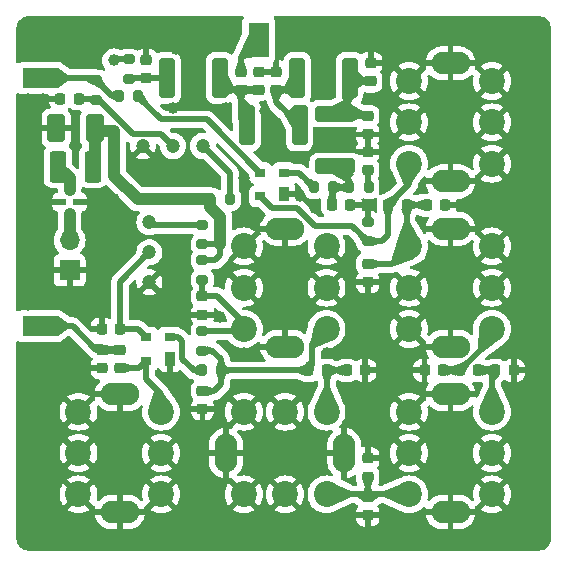
<source format=gtl>
G04 #@! TF.GenerationSoftware,KiCad,Pcbnew,8.0.2*
G04 #@! TF.CreationDate,2024-06-05T16:45:05+02:00*
G04 #@! TF.ProjectId,IF to LOW_IF Mixer,49462074-6f20-44c4-9f57-5f4946204d69,rev?*
G04 #@! TF.SameCoordinates,Original*
G04 #@! TF.FileFunction,Copper,L1,Top*
G04 #@! TF.FilePolarity,Positive*
%FSLAX46Y46*%
G04 Gerber Fmt 4.6, Leading zero omitted, Abs format (unit mm)*
G04 Created by KiCad (PCBNEW 8.0.2) date 2024-06-05 16:45:05*
%MOMM*%
%LPD*%
G01*
G04 APERTURE LIST*
G04 Aperture macros list*
%AMRoundRect*
0 Rectangle with rounded corners*
0 $1 Rounding radius*
0 $2 $3 $4 $5 $6 $7 $8 $9 X,Y pos of 4 corners*
0 Add a 4 corners polygon primitive as box body*
4,1,4,$2,$3,$4,$5,$6,$7,$8,$9,$2,$3,0*
0 Add four circle primitives for the rounded corners*
1,1,$1+$1,$2,$3*
1,1,$1+$1,$4,$5*
1,1,$1+$1,$6,$7*
1,1,$1+$1,$8,$9*
0 Add four rect primitives between the rounded corners*
20,1,$1+$1,$2,$3,$4,$5,0*
20,1,$1+$1,$4,$5,$6,$7,0*
20,1,$1+$1,$6,$7,$8,$9,0*
20,1,$1+$1,$8,$9,$2,$3,0*%
G04 Aperture macros list end*
G04 #@! TA.AperFunction,SMDPad,CuDef*
%ADD10R,0.900000X1.200000*%
G04 #@! TD*
G04 #@! TA.AperFunction,SMDPad,CuDef*
%ADD11R,0.900000X0.800000*%
G04 #@! TD*
G04 #@! TA.AperFunction,SMDPad,CuDef*
%ADD12RoundRect,0.225000X0.250000X-0.225000X0.250000X0.225000X-0.250000X0.225000X-0.250000X-0.225000X0*%
G04 #@! TD*
G04 #@! TA.AperFunction,SMDPad,CuDef*
%ADD13RoundRect,0.225000X-0.250000X0.225000X-0.250000X-0.225000X0.250000X-0.225000X0.250000X0.225000X0*%
G04 #@! TD*
G04 #@! TA.AperFunction,ComponentPad*
%ADD14C,2.200000*%
G04 #@! TD*
G04 #@! TA.AperFunction,ComponentPad*
%ADD15O,3.250000X1.900000*%
G04 #@! TD*
G04 #@! TA.AperFunction,SMDPad,CuDef*
%ADD16RoundRect,0.250000X0.400000X1.450000X-0.400000X1.450000X-0.400000X-1.450000X0.400000X-1.450000X0*%
G04 #@! TD*
G04 #@! TA.AperFunction,ComponentPad*
%ADD17C,1.200000*%
G04 #@! TD*
G04 #@! TA.AperFunction,SMDPad,CuDef*
%ADD18RoundRect,0.225000X0.225000X0.250000X-0.225000X0.250000X-0.225000X-0.250000X0.225000X-0.250000X0*%
G04 #@! TD*
G04 #@! TA.AperFunction,SMDPad,CuDef*
%ADD19RoundRect,0.225000X-0.225000X-0.250000X0.225000X-0.250000X0.225000X0.250000X-0.225000X0.250000X0*%
G04 #@! TD*
G04 #@! TA.AperFunction,SMDPad,CuDef*
%ADD20RoundRect,0.200000X-0.275000X0.200000X-0.275000X-0.200000X0.275000X-0.200000X0.275000X0.200000X0*%
G04 #@! TD*
G04 #@! TA.AperFunction,SMDPad,CuDef*
%ADD21RoundRect,0.200000X0.275000X-0.200000X0.275000X0.200000X-0.275000X0.200000X-0.275000X-0.200000X0*%
G04 #@! TD*
G04 #@! TA.AperFunction,ComponentPad*
%ADD22R,1.700000X1.700000*%
G04 #@! TD*
G04 #@! TA.AperFunction,ComponentPad*
%ADD23O,1.700000X1.700000*%
G04 #@! TD*
G04 #@! TA.AperFunction,SMDPad,CuDef*
%ADD24RoundRect,0.200000X0.200000X0.275000X-0.200000X0.275000X-0.200000X-0.275000X0.200000X-0.275000X0*%
G04 #@! TD*
G04 #@! TA.AperFunction,SMDPad,CuDef*
%ADD25R,0.800000X0.600000*%
G04 #@! TD*
G04 #@! TA.AperFunction,SMDPad,CuDef*
%ADD26R,0.650000X0.600000*%
G04 #@! TD*
G04 #@! TA.AperFunction,SMDPad,CuDef*
%ADD27RoundRect,0.250000X-0.400000X-1.450000X0.400000X-1.450000X0.400000X1.450000X-0.400000X1.450000X0*%
G04 #@! TD*
G04 #@! TA.AperFunction,SMDPad,CuDef*
%ADD28R,3.000000X1.750000*%
G04 #@! TD*
G04 #@! TA.AperFunction,ComponentPad*
%ADD29O,1.900000X3.250000*%
G04 #@! TD*
G04 #@! TA.AperFunction,SMDPad,CuDef*
%ADD30RoundRect,0.200000X-0.200000X-0.275000X0.200000X-0.275000X0.200000X0.275000X-0.200000X0.275000X0*%
G04 #@! TD*
G04 #@! TA.AperFunction,SMDPad,CuDef*
%ADD31R,1.750000X3.000000*%
G04 #@! TD*
G04 #@! TA.AperFunction,SMDPad,CuDef*
%ADD32RoundRect,0.250001X-0.462499X-1.074999X0.462499X-1.074999X0.462499X1.074999X-0.462499X1.074999X0*%
G04 #@! TD*
G04 #@! TA.AperFunction,SMDPad,CuDef*
%ADD33RoundRect,0.250001X0.499999X0.924999X-0.499999X0.924999X-0.499999X-0.924999X0.499999X-0.924999X0*%
G04 #@! TD*
G04 #@! TA.AperFunction,SMDPad,CuDef*
%ADD34RoundRect,0.250000X1.450000X-0.400000X1.450000X0.400000X-1.450000X0.400000X-1.450000X-0.400000X0*%
G04 #@! TD*
G04 #@! TA.AperFunction,ViaPad*
%ADD35C,1.000000*%
G04 #@! TD*
G04 #@! TA.AperFunction,Conductor*
%ADD36C,1.000000*%
G04 #@! TD*
G04 #@! TA.AperFunction,Conductor*
%ADD37C,0.500000*%
G04 #@! TD*
G04 APERTURE END LIST*
D10*
X100875000Y-59050000D03*
D11*
X100875000Y-57250000D03*
X98875000Y-57250000D03*
X98875000Y-59250000D03*
D10*
X91250000Y-73000000D03*
D11*
X91250000Y-71200000D03*
X89250000Y-71200000D03*
X89250000Y-73200000D03*
D12*
X108000000Y-86275000D03*
X108000000Y-84725000D03*
D13*
X108000000Y-81451000D03*
X108000000Y-83001000D03*
D14*
X90500000Y-77500000D03*
X83500000Y-84500000D03*
X83500000Y-81000000D03*
X83500000Y-77500000D03*
D15*
X87000000Y-86000000D03*
D14*
X90500000Y-84500000D03*
X90500000Y-81000000D03*
D15*
X87000000Y-76000000D03*
D12*
X97250000Y-50250000D03*
X97250000Y-48700000D03*
D16*
X102225000Y-53250000D03*
X97775000Y-53250000D03*
D13*
X85500000Y-72250000D03*
X85500000Y-73800000D03*
D17*
X94040000Y-55000000D03*
X91500000Y-55000000D03*
X88960000Y-55000000D03*
D18*
X111275000Y-60000000D03*
X109725000Y-60000000D03*
D19*
X104975000Y-60000000D03*
X106525000Y-60000000D03*
D14*
X111500000Y-56500000D03*
X118500000Y-49500000D03*
X118500000Y-53000000D03*
X118500000Y-56500000D03*
D15*
X115000000Y-48000000D03*
D14*
X111500000Y-49500000D03*
X111500000Y-53000000D03*
D15*
X115000000Y-58000000D03*
D20*
X94000000Y-70675000D03*
X94000000Y-72325000D03*
D18*
X87025000Y-70500000D03*
X85475000Y-70500000D03*
X114350000Y-74000000D03*
X112800000Y-74000000D03*
X114525000Y-60000000D03*
X112975000Y-60000000D03*
D13*
X100250000Y-48700000D03*
X100250000Y-50250000D03*
D21*
X94000000Y-66325000D03*
X94000000Y-64675000D03*
D22*
X82750000Y-65525000D03*
D23*
X82750000Y-62985000D03*
D24*
X96325000Y-59500000D03*
X94675000Y-59500000D03*
D19*
X106225000Y-74000000D03*
X107775000Y-74000000D03*
D25*
X82750000Y-60750000D03*
D26*
X82125000Y-59750000D03*
X83375000Y-59750000D03*
D25*
X82750000Y-58750000D03*
D27*
X91025000Y-49250000D03*
X95475000Y-49250000D03*
D28*
X80250000Y-49250000D03*
D24*
X108075000Y-58500000D03*
X106425000Y-58500000D03*
D17*
X89500000Y-61460000D03*
X89500000Y-64000000D03*
X89500000Y-66540000D03*
D14*
X97500000Y-70500000D03*
X104500000Y-70500000D03*
D15*
X101000000Y-62000000D03*
D14*
X104500000Y-63500000D03*
X97500000Y-63500000D03*
X104500000Y-67000000D03*
X97500000Y-67000000D03*
D15*
X101000000Y-72000000D03*
D12*
X108000000Y-54025000D03*
X108000000Y-52475000D03*
D21*
X85000000Y-51075000D03*
X85000000Y-49425000D03*
D13*
X94000000Y-75725000D03*
X94000000Y-77275000D03*
D21*
X87750000Y-49325000D03*
X87750000Y-47675000D03*
D14*
X104500000Y-77500000D03*
X104500000Y-84500000D03*
D29*
X106000000Y-81000000D03*
D14*
X101000000Y-84500000D03*
X101000000Y-77500000D03*
X97500000Y-84500000D03*
X97500000Y-77500000D03*
D29*
X96000000Y-81000000D03*
D30*
X93925000Y-74000000D03*
X95575000Y-74000000D03*
D18*
X117350000Y-74000000D03*
X115800000Y-74000000D03*
D12*
X89250000Y-49275000D03*
X89250000Y-47725000D03*
X108250000Y-49525000D03*
X108250000Y-47975000D03*
D19*
X118800000Y-74000000D03*
X120350000Y-74000000D03*
D12*
X87000000Y-73800000D03*
X87000000Y-72250000D03*
D16*
X106475000Y-49250000D03*
X102025000Y-49250000D03*
D28*
X80250000Y-70250000D03*
D19*
X102975000Y-74000000D03*
X104525000Y-74000000D03*
D13*
X98750000Y-48700000D03*
X98750000Y-50250000D03*
D30*
X103425000Y-58500000D03*
X105075000Y-58500000D03*
D31*
X98750000Y-46000000D03*
D14*
X118500000Y-77500000D03*
X111500000Y-84500000D03*
D15*
X115000000Y-86000000D03*
D14*
X118500000Y-84500000D03*
X111500000Y-81000000D03*
X118500000Y-81000000D03*
X111500000Y-77500000D03*
D15*
X115000000Y-76000000D03*
D13*
X108000000Y-55475000D03*
X108000000Y-57025000D03*
D18*
X83525000Y-51000000D03*
X81975000Y-51000000D03*
D12*
X108000000Y-66525000D03*
X108000000Y-64975000D03*
D32*
X81762500Y-56750000D03*
X84737500Y-56750000D03*
D24*
X88575000Y-50750000D03*
X86925000Y-50750000D03*
D20*
X108000000Y-61425000D03*
X108000000Y-63075000D03*
D14*
X118500000Y-70500000D03*
X111500000Y-63500000D03*
D15*
X115000000Y-72000000D03*
D14*
X111500000Y-70500000D03*
X111500000Y-67000000D03*
X118500000Y-67000000D03*
X118500000Y-63500000D03*
D15*
X115000000Y-62000000D03*
D20*
X94000000Y-61675000D03*
X94000000Y-63325000D03*
D33*
X84875000Y-53500000D03*
X81625000Y-53500000D03*
D34*
X105250000Y-56725000D03*
X105250000Y-52275000D03*
D13*
X94000000Y-67725000D03*
X94000000Y-69275000D03*
D35*
X122500000Y-48500000D03*
X116530603Y-88246169D03*
X79250000Y-72250000D03*
X79250000Y-86000000D03*
X122500000Y-53500000D03*
X79250000Y-58500000D03*
X87750000Y-45000000D03*
X79250000Y-46000000D03*
X97750000Y-88250000D03*
X91500000Y-88250000D03*
X81500000Y-45000000D03*
X122500000Y-51000000D03*
X95250000Y-88250000D03*
X109000000Y-88250000D03*
X81500000Y-88250000D03*
X80500000Y-59750000D03*
X118000000Y-60000000D03*
X112750000Y-45000000D03*
X94000000Y-86000000D03*
X101500000Y-88250000D03*
X96000000Y-51750000D03*
X122500000Y-57250000D03*
X115250000Y-45000000D03*
X79250000Y-47250000D03*
X79250000Y-51000000D03*
X122500000Y-71000000D03*
X80250000Y-45000000D03*
X122500000Y-58500000D03*
X99000000Y-88250000D03*
X84000000Y-45000000D03*
X107750000Y-88250000D03*
X121500000Y-88250000D03*
X122500000Y-52250000D03*
X117750000Y-45000000D03*
X102750000Y-45000000D03*
X120250000Y-88250000D03*
X96500000Y-45000000D03*
X79250000Y-61000000D03*
X92750000Y-54000000D03*
X94000000Y-81750000D03*
X94000000Y-83750000D03*
X79250000Y-62250000D03*
X100250000Y-88250000D03*
X122500000Y-84750000D03*
X91500000Y-45000000D03*
X79250000Y-84750000D03*
X114000000Y-45000000D03*
X84000000Y-88250000D03*
X122500000Y-46000000D03*
X122500000Y-63500000D03*
X79250000Y-81000000D03*
X80250000Y-88250000D03*
X95250000Y-45000000D03*
X110250000Y-45000000D03*
X90250000Y-88250000D03*
X106530603Y-44996169D03*
X106500000Y-54750000D03*
X79250000Y-74750000D03*
X84750000Y-61250000D03*
X91500000Y-51750000D03*
X122500000Y-86000000D03*
X79250000Y-53500000D03*
X97500000Y-57750000D03*
X102250000Y-59250000D03*
X105250000Y-45000000D03*
X95500000Y-69500000D03*
X92750000Y-88250000D03*
X79250000Y-82250000D03*
X102500000Y-56000000D03*
X89000000Y-88250000D03*
X105250000Y-88250000D03*
X122500000Y-87250000D03*
X82750000Y-88250000D03*
X86500000Y-62250000D03*
X109000000Y-45000000D03*
X79250000Y-78500000D03*
X122500000Y-79750000D03*
X106500000Y-88250000D03*
X93750000Y-58000000D03*
X79250000Y-68500000D03*
X97500000Y-72500000D03*
X86500000Y-59500000D03*
X79250000Y-56000000D03*
X102750000Y-88250000D03*
X108000000Y-71750000D03*
X97500000Y-60500000D03*
X79250000Y-57250000D03*
X79250000Y-54750000D03*
X89250000Y-58000000D03*
X122500000Y-76000000D03*
X79250000Y-87250000D03*
X101500000Y-45000000D03*
X83750000Y-69000000D03*
X85250000Y-45000000D03*
X122500000Y-56000000D03*
X96500000Y-88250000D03*
X81000000Y-72250000D03*
X120250000Y-60000000D03*
X114000000Y-88250000D03*
X79250000Y-76000000D03*
X99500000Y-55750000D03*
X95000000Y-46500000D03*
X119000000Y-88250000D03*
X117750000Y-88250000D03*
X121500000Y-45000000D03*
X79250000Y-52250000D03*
X79250000Y-64750000D03*
X111500000Y-45000000D03*
X79250000Y-79750000D03*
X79250000Y-73500000D03*
X99250000Y-52000000D03*
X81750000Y-68000000D03*
X112750000Y-88250000D03*
X81000000Y-74250000D03*
X104030603Y-88246169D03*
X88500000Y-69250000D03*
X107750000Y-45000000D03*
X85250000Y-67250000D03*
X120250000Y-45000000D03*
X122500000Y-61000000D03*
X122500000Y-49750000D03*
X108000000Y-51000000D03*
X79250000Y-77250000D03*
X86500000Y-45000000D03*
X122500000Y-81000000D03*
X122500000Y-54750000D03*
X86500000Y-88250000D03*
X104500000Y-72500000D03*
X79250000Y-83500000D03*
X122500000Y-67250000D03*
X122500000Y-82250000D03*
X122500000Y-83500000D03*
X103500000Y-60250000D03*
X87750000Y-88250000D03*
X122500000Y-68500000D03*
X79250000Y-63500000D03*
X109750000Y-54250000D03*
X79250000Y-59750000D03*
X111500000Y-88250000D03*
X122500000Y-59750000D03*
X122500000Y-66000000D03*
X109000000Y-74000000D03*
X122500000Y-62250000D03*
X122500000Y-64750000D03*
X122500000Y-78500000D03*
X94000000Y-45000000D03*
X85000000Y-47250000D03*
X85250000Y-88250000D03*
X122500000Y-73500000D03*
X89000000Y-45000000D03*
X122500000Y-77250000D03*
X82750000Y-47250000D03*
X104000000Y-45000000D03*
X104250000Y-50250000D03*
X122500000Y-74750000D03*
X122500000Y-72250000D03*
X94000000Y-88250000D03*
X90250000Y-45000000D03*
X92750000Y-45000000D03*
X122500000Y-47250000D03*
X79250000Y-66000000D03*
X116500000Y-45000000D03*
X80500000Y-51000000D03*
X122500000Y-69750000D03*
X79250000Y-67250000D03*
X119030603Y-44996169D03*
X110250000Y-88250000D03*
X115250000Y-88250000D03*
X91750000Y-46750000D03*
X108000000Y-60000000D03*
X91500000Y-69250000D03*
X82750000Y-45000000D03*
X86500000Y-47750000D03*
X86500000Y-53750000D03*
D36*
X82750000Y-60750000D02*
X82750000Y-62985000D01*
X82750000Y-58750000D02*
X82750000Y-57737500D01*
X82750000Y-57737500D02*
X81762500Y-56750000D01*
D37*
X82500000Y-62475000D02*
X82750000Y-62725000D01*
X85475000Y-70442000D02*
X85475000Y-70500000D01*
X106425000Y-59950000D02*
X106475000Y-60000000D01*
X86500000Y-47750000D02*
X86575000Y-47675000D01*
X95500000Y-64250000D02*
X95075000Y-64675000D01*
D36*
X95500000Y-61000000D02*
X95500000Y-63325000D01*
X86500000Y-57500000D02*
X88500000Y-59500000D01*
D37*
X84737500Y-53175000D02*
X84912500Y-53000000D01*
X95075000Y-64675000D02*
X94000000Y-64675000D01*
X95500000Y-63325000D02*
X94000000Y-63325000D01*
D36*
X86500000Y-53750000D02*
X86500000Y-57500000D01*
X84912500Y-56075000D02*
X84737500Y-56250000D01*
D37*
X86575000Y-47675000D02*
X87750000Y-47675000D01*
D36*
X86500000Y-53750000D02*
X84912500Y-53750000D01*
X84912500Y-53750000D02*
X84912500Y-56075000D01*
X94675000Y-60175000D02*
X95500000Y-61000000D01*
X94675000Y-59500000D02*
X94675000Y-60175000D01*
D37*
X95500000Y-63325000D02*
X95500000Y-64250000D01*
D36*
X88500000Y-59500000D02*
X94675000Y-59500000D01*
D37*
X108000000Y-64975000D02*
X110025000Y-64975000D01*
X111275000Y-63275000D02*
X111500000Y-63500000D01*
X112975000Y-60000000D02*
X111275000Y-60000000D01*
X110025000Y-64975000D02*
X111500000Y-63500000D01*
X111275000Y-60000000D02*
X111275000Y-63275000D01*
X108000000Y-63075000D02*
X109175000Y-63075000D01*
X102000000Y-60250000D02*
X99875000Y-60250000D01*
X108000000Y-63075000D02*
X106675000Y-61750000D01*
X109175000Y-63075000D02*
X109725000Y-62525000D01*
X109725000Y-62525000D02*
X109725000Y-60000000D01*
X106675000Y-61750000D02*
X103500000Y-61750000D01*
X103500000Y-61750000D02*
X102000000Y-60250000D01*
X99875000Y-60250000D02*
X98875000Y-59250000D01*
X109725000Y-60000000D02*
X111500000Y-58225000D01*
X111500000Y-58225000D02*
X111500000Y-56500000D01*
X104975000Y-60000000D02*
X104975000Y-58600000D01*
X106425000Y-57900000D02*
X105250000Y-56725000D01*
X106425000Y-58500000D02*
X106425000Y-57900000D01*
X105075000Y-58500000D02*
X106425000Y-58500000D01*
X104975000Y-58600000D02*
X105075000Y-58500000D01*
X108000000Y-58425000D02*
X108075000Y-58500000D01*
X108000000Y-57025000D02*
X108000000Y-58425000D01*
X108250000Y-49525000D02*
X106750000Y-49525000D01*
X107800000Y-52275000D02*
X108000000Y-52475000D01*
X106750000Y-49525000D02*
X106475000Y-49250000D01*
X105250000Y-52275000D02*
X106475000Y-51050000D01*
X105250000Y-52275000D02*
X107800000Y-52275000D01*
X106475000Y-51050000D02*
X106475000Y-49250000D01*
X102225000Y-53250000D02*
X100250000Y-51275000D01*
X100250000Y-51275000D02*
X100250000Y-50250000D01*
X100250000Y-50250000D02*
X101025000Y-50250000D01*
X101025000Y-50250000D02*
X102025000Y-49250000D01*
X89250000Y-49275000D02*
X87800000Y-49275000D01*
X91025000Y-49500000D02*
X90800000Y-49275000D01*
X90800000Y-49275000D02*
X89250000Y-49275000D01*
X87800000Y-49275000D02*
X87750000Y-49325000D01*
X97775000Y-53250000D02*
X97250000Y-52725000D01*
X95475000Y-49250000D02*
X96475000Y-50250000D01*
X96475000Y-50250000D02*
X97250000Y-50250000D01*
X97250000Y-52725000D02*
X97250000Y-50250000D01*
X97250000Y-50250000D02*
X98750000Y-50250000D01*
X97250000Y-48700000D02*
X97250000Y-47500000D01*
X98750000Y-46000000D02*
X98750000Y-45750000D01*
X97250000Y-47500000D02*
X98750000Y-46000000D01*
X85500000Y-72250000D02*
X87000000Y-72250000D01*
X83000000Y-70250000D02*
X85000000Y-72250000D01*
X80250000Y-70250000D02*
X83000000Y-70250000D01*
X85000000Y-72250000D02*
X85500000Y-72250000D01*
X89250000Y-73200000D02*
X89250000Y-74750000D01*
X89250000Y-74750000D02*
X90500000Y-76000000D01*
X90500000Y-76000000D02*
X90500000Y-77500000D01*
X88650000Y-73800000D02*
X89250000Y-73200000D01*
X87000000Y-73800000D02*
X88650000Y-73800000D01*
X95575000Y-73075000D02*
X95575000Y-74000000D01*
X103250000Y-71750000D02*
X104500000Y-70500000D01*
X94025000Y-75750000D02*
X95000000Y-75750000D01*
X102975000Y-74000000D02*
X102975000Y-73525000D01*
X94825000Y-72325000D02*
X95575000Y-73075000D01*
X102975000Y-73525000D02*
X103250000Y-73250000D01*
X104500000Y-70975000D02*
X104500000Y-70500000D01*
X95575000Y-74000000D02*
X102975000Y-74000000D01*
X94000000Y-75725000D02*
X94025000Y-75750000D01*
X95575000Y-75175000D02*
X95575000Y-74000000D01*
X103250000Y-73250000D02*
X103250000Y-71750000D01*
X94000000Y-72325000D02*
X94825000Y-72325000D01*
X95000000Y-75750000D02*
X95575000Y-75175000D01*
X94000000Y-67725000D02*
X95225000Y-67725000D01*
X97325000Y-70675000D02*
X97500000Y-70500000D01*
X94000000Y-70675000D02*
X97325000Y-70675000D01*
X97500000Y-70000000D02*
X97500000Y-70500000D01*
X94000000Y-66325000D02*
X94000000Y-67725000D01*
X95225000Y-67725000D02*
X97500000Y-70000000D01*
X104725000Y-77275000D02*
X104500000Y-77500000D01*
X104525000Y-74000000D02*
X104525000Y-77475000D01*
X104525000Y-77475000D02*
X104500000Y-77500000D01*
X104525000Y-74000000D02*
X106225000Y-74000000D01*
X107775000Y-84500000D02*
X108000000Y-84725000D01*
X108000000Y-84725000D02*
X108225000Y-84500000D01*
X108225000Y-84500000D02*
X111500000Y-84500000D01*
X104500000Y-84500000D02*
X107775000Y-84500000D01*
X108000000Y-84725000D02*
X108000000Y-83001000D01*
X118500000Y-74300000D02*
X118800000Y-74000000D01*
X118500000Y-77500000D02*
X118500000Y-74300000D01*
X118750000Y-77250000D02*
X118500000Y-77500000D01*
X118800000Y-74000000D02*
X117350000Y-74000000D01*
X115800000Y-74000000D02*
X114350000Y-74000000D01*
X118500000Y-71300000D02*
X118500000Y-70500000D01*
X115800000Y-74000000D02*
X118500000Y-71300000D01*
X115750000Y-74000000D02*
X115775000Y-74025000D01*
X84825000Y-49250000D02*
X85000000Y-49425000D01*
X86325000Y-50750000D02*
X86925000Y-50750000D01*
X85000000Y-49425000D02*
X86325000Y-50750000D01*
X80250000Y-49250000D02*
X84825000Y-49250000D01*
X94375000Y-52750000D02*
X98875000Y-57250000D01*
X88575000Y-50825000D02*
X90500000Y-52750000D01*
X90500000Y-52750000D02*
X94375000Y-52750000D01*
X88575000Y-50750000D02*
X88575000Y-50825000D01*
X102175000Y-57250000D02*
X103425000Y-58500000D01*
X100875000Y-57250000D02*
X102175000Y-57250000D01*
X96325000Y-59500000D02*
X96325000Y-57285000D01*
X96325000Y-57285000D02*
X94040000Y-55000000D01*
X91950000Y-71200000D02*
X92250000Y-71500000D01*
X93250000Y-74000000D02*
X93925000Y-74000000D01*
X91250000Y-71200000D02*
X91950000Y-71200000D01*
X92250000Y-71500000D02*
X92250000Y-73000000D01*
X92250000Y-73000000D02*
X93250000Y-74000000D01*
X85200000Y-51075000D02*
X88148000Y-54023000D01*
X90523000Y-54023000D02*
X91500000Y-55000000D01*
X84925000Y-51000000D02*
X85000000Y-51075000D01*
X85000000Y-51075000D02*
X85200000Y-51075000D01*
X83525000Y-51000000D02*
X84925000Y-51000000D01*
X88148000Y-54023000D02*
X90523000Y-54023000D01*
X87025000Y-70500000D02*
X87025000Y-66475000D01*
X87025000Y-66475000D02*
X89500000Y-64000000D01*
X87025000Y-70500000D02*
X88550000Y-70500000D01*
X88550000Y-70500000D02*
X89250000Y-71200000D01*
X89715000Y-61675000D02*
X89500000Y-61460000D01*
X94000000Y-61675000D02*
X89715000Y-61675000D01*
G04 #@! TA.AperFunction,Conductor*
G36*
X116970583Y-74964663D02*
G01*
X116977289Y-74965348D01*
X116977292Y-74965349D01*
X117076655Y-74975500D01*
X117623344Y-74975499D01*
X117625500Y-74975499D01*
X117692539Y-74995183D01*
X117738294Y-75047987D01*
X117749500Y-75099499D01*
X117749500Y-75252966D01*
X117738440Y-75304157D01*
X117318758Y-76230085D01*
X117273154Y-76283019D01*
X117206170Y-76302893D01*
X117139075Y-76283399D01*
X117111527Y-76259425D01*
X117103477Y-76250000D01*
X116050278Y-76250000D01*
X116094333Y-76173694D01*
X116125000Y-76059244D01*
X116125000Y-75940756D01*
X116094333Y-75826306D01*
X116050278Y-75750000D01*
X117103478Y-75750000D01*
X117089295Y-75660455D01*
X117018769Y-75443395D01*
X116915148Y-75240030D01*
X116857662Y-75160906D01*
X116834182Y-75095100D01*
X116850008Y-75027046D01*
X116900113Y-74978351D01*
X116968591Y-74964476D01*
X116970583Y-74964663D01*
G37*
G04 #@! TD.AperFunction*
G04 #@! TA.AperFunction,Conductor*
G36*
X122488074Y-44000002D02*
G01*
X122488781Y-44000006D01*
X122499345Y-44000070D01*
X122500689Y-44000087D01*
X122511891Y-44000293D01*
X122512552Y-44000307D01*
X122546504Y-44001139D01*
X122551750Y-44001381D01*
X122592725Y-44004149D01*
X122603272Y-44005318D01*
X122643853Y-44011592D01*
X122649021Y-44012505D01*
X122691657Y-44020986D01*
X122697552Y-44022310D01*
X122783680Y-44043883D01*
X122795321Y-44047415D01*
X122876028Y-44076293D01*
X122887255Y-44080943D01*
X122964760Y-44117600D01*
X122975485Y-44123332D01*
X123049008Y-44167400D01*
X123059118Y-44174155D01*
X123127976Y-44225223D01*
X123137378Y-44232940D01*
X123200890Y-44290504D01*
X123209495Y-44299109D01*
X123267059Y-44362621D01*
X123274779Y-44372028D01*
X123325839Y-44440875D01*
X123332599Y-44450992D01*
X123376665Y-44524511D01*
X123382402Y-44535244D01*
X123419051Y-44612733D01*
X123423707Y-44623974D01*
X123452585Y-44704681D01*
X123456118Y-44716327D01*
X123477685Y-44802430D01*
X123479018Y-44808366D01*
X123487486Y-44850934D01*
X123488413Y-44856182D01*
X123494678Y-44896707D01*
X123495852Y-44907292D01*
X123498617Y-44948212D01*
X123498862Y-44953539D01*
X123499691Y-44987416D01*
X123499707Y-44988169D01*
X123499910Y-44999207D01*
X123499929Y-45000723D01*
X123499998Y-45011915D01*
X123500000Y-45012679D01*
X123500000Y-88237320D01*
X123499998Y-88238084D01*
X123499929Y-88249276D01*
X123499910Y-88250792D01*
X123499707Y-88261830D01*
X123499691Y-88262583D01*
X123498862Y-88296460D01*
X123498617Y-88301787D01*
X123495852Y-88342707D01*
X123494678Y-88353292D01*
X123488413Y-88393817D01*
X123487486Y-88399065D01*
X123479018Y-88441633D01*
X123477685Y-88447569D01*
X123456118Y-88533672D01*
X123452585Y-88545318D01*
X123423707Y-88626025D01*
X123419051Y-88637267D01*
X123382403Y-88714753D01*
X123376667Y-88725484D01*
X123332601Y-88799005D01*
X123325840Y-88809124D01*
X123274779Y-88877972D01*
X123267059Y-88887378D01*
X123209495Y-88950890D01*
X123200890Y-88959495D01*
X123137378Y-89017059D01*
X123127972Y-89024779D01*
X123059124Y-89075840D01*
X123049005Y-89082601D01*
X122975484Y-89126667D01*
X122964753Y-89132403D01*
X122887267Y-89169051D01*
X122876025Y-89173707D01*
X122795318Y-89202585D01*
X122783672Y-89206118D01*
X122697569Y-89227685D01*
X122691633Y-89229018D01*
X122649065Y-89237486D01*
X122643817Y-89238413D01*
X122603292Y-89244678D01*
X122592707Y-89245852D01*
X122551787Y-89248617D01*
X122546460Y-89248862D01*
X122512583Y-89249691D01*
X122511830Y-89249707D01*
X122500792Y-89249910D01*
X122499277Y-89249929D01*
X122489042Y-89249992D01*
X122488074Y-89249998D01*
X122487321Y-89250000D01*
X79262679Y-89250000D01*
X79261924Y-89249998D01*
X79261095Y-89249992D01*
X79250723Y-89249929D01*
X79249207Y-89249910D01*
X79238169Y-89249707D01*
X79237416Y-89249691D01*
X79203539Y-89248862D01*
X79198212Y-89248617D01*
X79157292Y-89245852D01*
X79146707Y-89244678D01*
X79106182Y-89238413D01*
X79100941Y-89237487D01*
X79079554Y-89233233D01*
X79058366Y-89229018D01*
X79052430Y-89227685D01*
X78966327Y-89206118D01*
X78954681Y-89202585D01*
X78873974Y-89173707D01*
X78862732Y-89169051D01*
X78785246Y-89132403D01*
X78774515Y-89126667D01*
X78700996Y-89082602D01*
X78690878Y-89075841D01*
X78622033Y-89024783D01*
X78612626Y-89017063D01*
X78549109Y-88959495D01*
X78540504Y-88950890D01*
X78482940Y-88887378D01*
X78475220Y-88877972D01*
X78424159Y-88809124D01*
X78417398Y-88799005D01*
X78373332Y-88725484D01*
X78367596Y-88714753D01*
X78330943Y-88637255D01*
X78326292Y-88626025D01*
X78297416Y-88545324D01*
X78293883Y-88533678D01*
X78272310Y-88447552D01*
X78270986Y-88441657D01*
X78262505Y-88399021D01*
X78261592Y-88393853D01*
X78255318Y-88353272D01*
X78254149Y-88342727D01*
X78251380Y-88301752D01*
X78251138Y-88296492D01*
X78250305Y-88262482D01*
X78250292Y-88261830D01*
X78250087Y-88250695D01*
X78250070Y-88249344D01*
X78250002Y-88238073D01*
X78250000Y-88237320D01*
X78250000Y-84500000D01*
X81895052Y-84500000D01*
X81914812Y-84751072D01*
X81973603Y-84995956D01*
X82069980Y-85228631D01*
X82201568Y-85443362D01*
X82202266Y-85444179D01*
X82935387Y-84711059D01*
X82940889Y-84731591D01*
X83019881Y-84868408D01*
X83131592Y-84980119D01*
X83268409Y-85059111D01*
X83288940Y-85064612D01*
X82555819Y-85797732D01*
X82555819Y-85797733D01*
X82556634Y-85798429D01*
X82771368Y-85930019D01*
X83004043Y-86026396D01*
X83248927Y-86085187D01*
X83500000Y-86104947D01*
X83751072Y-86085187D01*
X83995956Y-86026396D01*
X84228631Y-85930019D01*
X84443361Y-85798432D01*
X84443363Y-85798430D01*
X84444180Y-85797732D01*
X83711059Y-85064612D01*
X83731591Y-85059111D01*
X83868408Y-84980119D01*
X83980119Y-84868408D01*
X84059111Y-84731591D01*
X84064612Y-84711059D01*
X84797731Y-85444179D01*
X84805606Y-85443873D01*
X84873362Y-85460932D01*
X84921138Y-85511914D01*
X84933767Y-85580633D01*
X84928366Y-85606097D01*
X84910704Y-85660455D01*
X84896522Y-85750000D01*
X85949722Y-85750000D01*
X85905667Y-85826306D01*
X85875000Y-85940756D01*
X85875000Y-86059244D01*
X85905667Y-86173694D01*
X85949722Y-86250000D01*
X84896522Y-86250000D01*
X84910704Y-86339544D01*
X84981230Y-86556604D01*
X85084849Y-86759966D01*
X85219004Y-86944614D01*
X85380385Y-87105995D01*
X85565033Y-87240150D01*
X85768395Y-87343769D01*
X85985455Y-87414295D01*
X86210884Y-87450000D01*
X86750000Y-87450000D01*
X86750000Y-86450000D01*
X87250000Y-86450000D01*
X87250000Y-87450000D01*
X87789116Y-87450000D01*
X88014544Y-87414295D01*
X88231604Y-87343769D01*
X88434966Y-87240150D01*
X88619614Y-87105995D01*
X88780995Y-86944614D01*
X88915150Y-86759966D01*
X89018769Y-86556604D01*
X89021460Y-86548322D01*
X107025001Y-86548322D01*
X107035144Y-86647607D01*
X107088452Y-86808481D01*
X107088457Y-86808492D01*
X107177424Y-86952728D01*
X107177427Y-86952732D01*
X107297267Y-87072572D01*
X107297271Y-87072575D01*
X107441507Y-87161542D01*
X107441518Y-87161547D01*
X107602393Y-87214855D01*
X107701683Y-87224999D01*
X108250000Y-87224999D01*
X108298308Y-87224999D01*
X108298322Y-87224998D01*
X108397607Y-87214855D01*
X108558481Y-87161547D01*
X108558492Y-87161542D01*
X108702728Y-87072575D01*
X108702732Y-87072572D01*
X108822572Y-86952732D01*
X108822575Y-86952728D01*
X108911542Y-86808492D01*
X108911547Y-86808481D01*
X108964855Y-86647606D01*
X108974999Y-86548322D01*
X108975000Y-86548309D01*
X108975000Y-86525000D01*
X108250000Y-86525000D01*
X108250000Y-87224999D01*
X107701683Y-87224999D01*
X107749999Y-87224998D01*
X107750000Y-87224998D01*
X107750000Y-86525000D01*
X107025001Y-86525000D01*
X107025001Y-86548322D01*
X89021460Y-86548322D01*
X89089295Y-86339544D01*
X89103478Y-86250000D01*
X88050278Y-86250000D01*
X88094333Y-86173694D01*
X88125000Y-86059244D01*
X88125000Y-85940756D01*
X88094333Y-85826306D01*
X88050278Y-85750000D01*
X89103478Y-85750000D01*
X89089296Y-85660458D01*
X89071632Y-85606095D01*
X89069636Y-85536254D01*
X89105716Y-85476421D01*
X89168417Y-85445592D01*
X89194435Y-85443872D01*
X89202266Y-85444179D01*
X89935387Y-84711059D01*
X89940889Y-84731591D01*
X90019881Y-84868408D01*
X90131592Y-84980119D01*
X90268409Y-85059111D01*
X90288940Y-85064612D01*
X89555819Y-85797732D01*
X89555819Y-85797733D01*
X89556634Y-85798429D01*
X89771368Y-85930019D01*
X90004043Y-86026396D01*
X90248927Y-86085187D01*
X90500000Y-86104947D01*
X90751072Y-86085187D01*
X90995956Y-86026396D01*
X91228631Y-85930019D01*
X91443361Y-85798432D01*
X91443363Y-85798430D01*
X91444180Y-85797732D01*
X90711059Y-85064612D01*
X90731591Y-85059111D01*
X90868408Y-84980119D01*
X90980119Y-84868408D01*
X91059111Y-84731591D01*
X91064612Y-84711060D01*
X91797732Y-85444180D01*
X91798430Y-85443363D01*
X91798432Y-85443361D01*
X91930019Y-85228631D01*
X92026396Y-84995956D01*
X92085187Y-84751072D01*
X92104947Y-84500000D01*
X92085187Y-84248927D01*
X92026396Y-84004043D01*
X91930019Y-83771368D01*
X91798429Y-83556634D01*
X91797733Y-83555819D01*
X91797732Y-83555819D01*
X91064612Y-84288939D01*
X91059111Y-84268409D01*
X90980119Y-84131592D01*
X90868408Y-84019881D01*
X90731591Y-83940889D01*
X90711059Y-83935387D01*
X91444179Y-83202266D01*
X91443362Y-83201568D01*
X91228631Y-83069980D01*
X90995956Y-82973603D01*
X90751072Y-82914812D01*
X90500000Y-82895052D01*
X90248927Y-82914812D01*
X90004043Y-82973603D01*
X89771368Y-83069980D01*
X89556637Y-83201567D01*
X89555819Y-83202266D01*
X90288940Y-83935387D01*
X90268409Y-83940889D01*
X90131592Y-84019881D01*
X90019881Y-84131592D01*
X89940889Y-84268409D01*
X89935387Y-84288940D01*
X89202266Y-83555819D01*
X89201567Y-83556637D01*
X89069980Y-83771368D01*
X88973603Y-84004043D01*
X88914812Y-84248927D01*
X88895052Y-84500000D01*
X88914812Y-84751072D01*
X88950590Y-84900097D01*
X88947099Y-84969880D01*
X88906435Y-85026697D01*
X88841509Y-85052510D01*
X88772933Y-85039124D01*
X88742335Y-85016725D01*
X88619614Y-84894004D01*
X88434966Y-84759849D01*
X88231604Y-84656230D01*
X88014544Y-84585704D01*
X87789116Y-84550000D01*
X87250000Y-84550000D01*
X87250000Y-85550000D01*
X86750000Y-85550000D01*
X86750000Y-84550000D01*
X86210884Y-84550000D01*
X85985455Y-84585704D01*
X85768395Y-84656230D01*
X85565033Y-84759849D01*
X85380389Y-84894001D01*
X85257664Y-85016726D01*
X85196341Y-85050210D01*
X85126649Y-85045226D01*
X85070716Y-85003354D01*
X85046299Y-84937890D01*
X85049409Y-84900097D01*
X85085187Y-84751071D01*
X85104947Y-84500000D01*
X85085187Y-84248927D01*
X85026396Y-84004043D01*
X84930019Y-83771368D01*
X84798429Y-83556634D01*
X84797733Y-83555819D01*
X84797732Y-83555819D01*
X84064612Y-84288939D01*
X84059111Y-84268409D01*
X83980119Y-84131592D01*
X83868408Y-84019881D01*
X83731591Y-83940889D01*
X83711059Y-83935387D01*
X84444179Y-83202266D01*
X84443362Y-83201568D01*
X84228631Y-83069980D01*
X83995956Y-82973603D01*
X83751072Y-82914812D01*
X83500000Y-82895052D01*
X83248927Y-82914812D01*
X83004043Y-82973603D01*
X82771368Y-83069980D01*
X82556637Y-83201567D01*
X82555819Y-83202266D01*
X83288940Y-83935387D01*
X83268409Y-83940889D01*
X83131592Y-84019881D01*
X83019881Y-84131592D01*
X82940889Y-84268409D01*
X82935387Y-84288940D01*
X82202266Y-83555819D01*
X82201567Y-83556637D01*
X82069980Y-83771368D01*
X81973603Y-84004043D01*
X81914812Y-84248927D01*
X81895052Y-84500000D01*
X78250000Y-84500000D01*
X78250000Y-81000000D01*
X81895052Y-81000000D01*
X81914812Y-81251072D01*
X81973603Y-81495956D01*
X82069980Y-81728631D01*
X82201568Y-81943362D01*
X82202266Y-81944179D01*
X82935387Y-81211059D01*
X82940889Y-81231591D01*
X83019881Y-81368408D01*
X83131592Y-81480119D01*
X83268409Y-81559111D01*
X83288940Y-81564612D01*
X82555819Y-82297732D01*
X82555819Y-82297733D01*
X82556634Y-82298429D01*
X82771368Y-82430019D01*
X83004043Y-82526396D01*
X83248927Y-82585187D01*
X83500000Y-82604947D01*
X83751072Y-82585187D01*
X83995956Y-82526396D01*
X84228631Y-82430019D01*
X84443361Y-82298432D01*
X84443363Y-82298430D01*
X84444180Y-82297732D01*
X83711059Y-81564612D01*
X83731591Y-81559111D01*
X83868408Y-81480119D01*
X83980119Y-81368408D01*
X84059111Y-81231591D01*
X84064612Y-81211059D01*
X84797732Y-81944180D01*
X84798430Y-81943363D01*
X84798432Y-81943361D01*
X84930019Y-81728631D01*
X85026396Y-81495956D01*
X85085187Y-81251072D01*
X85104947Y-81000000D01*
X88895052Y-81000000D01*
X88914812Y-81251072D01*
X88973603Y-81495956D01*
X89069980Y-81728631D01*
X89201568Y-81943362D01*
X89202266Y-81944179D01*
X89935387Y-81211059D01*
X89940889Y-81231591D01*
X90019881Y-81368408D01*
X90131592Y-81480119D01*
X90268409Y-81559111D01*
X90288940Y-81564612D01*
X89555819Y-82297732D01*
X89555819Y-82297733D01*
X89556634Y-82298429D01*
X89771368Y-82430019D01*
X90004043Y-82526396D01*
X90248927Y-82585187D01*
X90500000Y-82604947D01*
X90751072Y-82585187D01*
X90995956Y-82526396D01*
X91228631Y-82430019D01*
X91443361Y-82298432D01*
X91443363Y-82298430D01*
X91444180Y-82297732D01*
X90711059Y-81564612D01*
X90731591Y-81559111D01*
X90868408Y-81480119D01*
X90980119Y-81368408D01*
X91059111Y-81231591D01*
X91064612Y-81211060D01*
X91797732Y-81944180D01*
X91798430Y-81943363D01*
X91798432Y-81943361D01*
X91930019Y-81728631D01*
X92026396Y-81495956D01*
X92085187Y-81251072D01*
X92104947Y-81000000D01*
X92085187Y-80748927D01*
X92026396Y-80504043D01*
X91930019Y-80271368D01*
X91892954Y-80210883D01*
X94550000Y-80210883D01*
X94550000Y-80750000D01*
X95550000Y-80750000D01*
X95550000Y-81250000D01*
X94550000Y-81250000D01*
X94550000Y-81789116D01*
X94585704Y-82014544D01*
X94656230Y-82231604D01*
X94759849Y-82434966D01*
X94894004Y-82619614D01*
X95055385Y-82780995D01*
X95240033Y-82915150D01*
X95443395Y-83018769D01*
X95660455Y-83089295D01*
X95750000Y-83103478D01*
X95750000Y-82050277D01*
X95826306Y-82094333D01*
X95940756Y-82125000D01*
X96059244Y-82125000D01*
X96173694Y-82094333D01*
X96250000Y-82050277D01*
X96250000Y-83103477D01*
X96339541Y-83089296D01*
X96393905Y-83071632D01*
X96463746Y-83069636D01*
X96523579Y-83105716D01*
X96554408Y-83168417D01*
X96556127Y-83194470D01*
X96555818Y-83202265D01*
X97288940Y-83935387D01*
X97268409Y-83940889D01*
X97131592Y-84019881D01*
X97019881Y-84131592D01*
X96940889Y-84268409D01*
X96935387Y-84288940D01*
X96202266Y-83555819D01*
X96201567Y-83556637D01*
X96069980Y-83771368D01*
X95973603Y-84004043D01*
X95914812Y-84248927D01*
X95895052Y-84500000D01*
X95914812Y-84751072D01*
X95973603Y-84995956D01*
X96069980Y-85228631D01*
X96201568Y-85443362D01*
X96202266Y-85444179D01*
X96935387Y-84711059D01*
X96940889Y-84731591D01*
X97019881Y-84868408D01*
X97131592Y-84980119D01*
X97268409Y-85059111D01*
X97288940Y-85064612D01*
X96555819Y-85797732D01*
X96555819Y-85797733D01*
X96556634Y-85798429D01*
X96771368Y-85930019D01*
X97004043Y-86026396D01*
X97248927Y-86085187D01*
X97500000Y-86104947D01*
X97751072Y-86085187D01*
X97995956Y-86026396D01*
X98228631Y-85930019D01*
X98443361Y-85798432D01*
X98443363Y-85798430D01*
X98444180Y-85797732D01*
X97711059Y-85064612D01*
X97731591Y-85059111D01*
X97868408Y-84980119D01*
X97980119Y-84868408D01*
X98059111Y-84731591D01*
X98064612Y-84711059D01*
X98797732Y-85444180D01*
X98798430Y-85443363D01*
X98798432Y-85443361D01*
X98930019Y-85228631D01*
X99026396Y-84995956D01*
X99085187Y-84751072D01*
X99104947Y-84500000D01*
X99395052Y-84500000D01*
X99414812Y-84751072D01*
X99473603Y-84995956D01*
X99569980Y-85228631D01*
X99701568Y-85443362D01*
X99702266Y-85444179D01*
X100435387Y-84711059D01*
X100440889Y-84731591D01*
X100519881Y-84868408D01*
X100631592Y-84980119D01*
X100768409Y-85059111D01*
X100788940Y-85064612D01*
X100055819Y-85797732D01*
X100055819Y-85797733D01*
X100056634Y-85798429D01*
X100271368Y-85930019D01*
X100504043Y-86026396D01*
X100748927Y-86085187D01*
X101000000Y-86104947D01*
X101251072Y-86085187D01*
X101495956Y-86026396D01*
X101728631Y-85930019D01*
X101943361Y-85798432D01*
X101943363Y-85798430D01*
X101944180Y-85797732D01*
X101211059Y-85064612D01*
X101231591Y-85059111D01*
X101368408Y-84980119D01*
X101480119Y-84868408D01*
X101559111Y-84731591D01*
X101564612Y-84711060D01*
X102297732Y-85444180D01*
X102298430Y-85443363D01*
X102298432Y-85443361D01*
X102430019Y-85228631D01*
X102526396Y-84995956D01*
X102585187Y-84751072D01*
X102604947Y-84500000D01*
X102585187Y-84248927D01*
X102526396Y-84004043D01*
X102430019Y-83771368D01*
X102298429Y-83556634D01*
X102297733Y-83555819D01*
X102297732Y-83555819D01*
X101564612Y-84288939D01*
X101559111Y-84268409D01*
X101480119Y-84131592D01*
X101368408Y-84019881D01*
X101231591Y-83940889D01*
X101211059Y-83935387D01*
X101944179Y-83202266D01*
X101943362Y-83201568D01*
X101728631Y-83069980D01*
X101495956Y-82973603D01*
X101251072Y-82914812D01*
X101000000Y-82895052D01*
X100748927Y-82914812D01*
X100504043Y-82973603D01*
X100271368Y-83069980D01*
X100056637Y-83201567D01*
X100055819Y-83202266D01*
X100788940Y-83935387D01*
X100768409Y-83940889D01*
X100631592Y-84019881D01*
X100519881Y-84131592D01*
X100440889Y-84268409D01*
X100435387Y-84288940D01*
X99702266Y-83555819D01*
X99701567Y-83556637D01*
X99569980Y-83771368D01*
X99473603Y-84004043D01*
X99414812Y-84248927D01*
X99395052Y-84500000D01*
X99104947Y-84500000D01*
X99085187Y-84248927D01*
X99026396Y-84004043D01*
X98930019Y-83771368D01*
X98798429Y-83556634D01*
X98797733Y-83555819D01*
X98797732Y-83555819D01*
X98064612Y-84288939D01*
X98059111Y-84268409D01*
X97980119Y-84131592D01*
X97868408Y-84019881D01*
X97731591Y-83940889D01*
X97711059Y-83935387D01*
X98444179Y-83202266D01*
X98443362Y-83201568D01*
X98228631Y-83069980D01*
X97995956Y-82973603D01*
X97751072Y-82914812D01*
X97500000Y-82895052D01*
X97248927Y-82914812D01*
X97099902Y-82950590D01*
X97030119Y-82947099D01*
X96973302Y-82906435D01*
X96947489Y-82841508D01*
X96960875Y-82772933D01*
X96983274Y-82742334D01*
X97105998Y-82619610D01*
X97240150Y-82434966D01*
X97343769Y-82231604D01*
X97414295Y-82014544D01*
X97450000Y-81789116D01*
X97450000Y-81250000D01*
X96450000Y-81250000D01*
X96450000Y-80750000D01*
X97450000Y-80750000D01*
X97450000Y-80210883D01*
X97414295Y-79985455D01*
X97343769Y-79768395D01*
X97240150Y-79565033D01*
X97105995Y-79380385D01*
X96983274Y-79257664D01*
X96949789Y-79196341D01*
X96954773Y-79126649D01*
X96996645Y-79070716D01*
X97062109Y-79046299D01*
X97099902Y-79049409D01*
X97248928Y-79085187D01*
X97500000Y-79104947D01*
X97751072Y-79085187D01*
X97995956Y-79026396D01*
X98228631Y-78930019D01*
X98443361Y-78798432D01*
X98443363Y-78798430D01*
X98444180Y-78797732D01*
X97711059Y-78064612D01*
X97731591Y-78059111D01*
X97868408Y-77980119D01*
X97980119Y-77868408D01*
X98059111Y-77731591D01*
X98064612Y-77711059D01*
X98797732Y-78444180D01*
X98798430Y-78443363D01*
X98798432Y-78443361D01*
X98930019Y-78228631D01*
X99026396Y-77995956D01*
X99085187Y-77751072D01*
X99104947Y-77500000D01*
X99395052Y-77500000D01*
X99414812Y-77751072D01*
X99473603Y-77995956D01*
X99569980Y-78228631D01*
X99701568Y-78443362D01*
X99702266Y-78444179D01*
X100435387Y-77711059D01*
X100440889Y-77731591D01*
X100519881Y-77868408D01*
X100631592Y-77980119D01*
X100768409Y-78059111D01*
X100788940Y-78064612D01*
X100055819Y-78797732D01*
X100055819Y-78797733D01*
X100056634Y-78798429D01*
X100271368Y-78930019D01*
X100504043Y-79026396D01*
X100748927Y-79085187D01*
X101000000Y-79104947D01*
X101251072Y-79085187D01*
X101495956Y-79026396D01*
X101728631Y-78930019D01*
X101943361Y-78798432D01*
X101943363Y-78798430D01*
X101944180Y-78797732D01*
X101211059Y-78064612D01*
X101231591Y-78059111D01*
X101368408Y-77980119D01*
X101480119Y-77868408D01*
X101559111Y-77731591D01*
X101564612Y-77711060D01*
X102297732Y-78444180D01*
X102298430Y-78443363D01*
X102298432Y-78443361D01*
X102430019Y-78228631D01*
X102526396Y-77995956D01*
X102585187Y-77751072D01*
X102604947Y-77500000D01*
X102585187Y-77248927D01*
X102526396Y-77004043D01*
X102430019Y-76771368D01*
X102298429Y-76556634D01*
X102297733Y-76555819D01*
X102297732Y-76555819D01*
X101564612Y-77288939D01*
X101559111Y-77268409D01*
X101480119Y-77131592D01*
X101368408Y-77019881D01*
X101231591Y-76940889D01*
X101211059Y-76935387D01*
X101944179Y-76202266D01*
X101943362Y-76201568D01*
X101728631Y-76069980D01*
X101495956Y-75973603D01*
X101251072Y-75914812D01*
X101000000Y-75895052D01*
X100748927Y-75914812D01*
X100504043Y-75973603D01*
X100271368Y-76069980D01*
X100056637Y-76201567D01*
X100055819Y-76202266D01*
X100788940Y-76935387D01*
X100768409Y-76940889D01*
X100631592Y-77019881D01*
X100519881Y-77131592D01*
X100440889Y-77268409D01*
X100435387Y-77288940D01*
X99702266Y-76555819D01*
X99701567Y-76556637D01*
X99569980Y-76771368D01*
X99473603Y-77004043D01*
X99414812Y-77248927D01*
X99395052Y-77500000D01*
X99104947Y-77500000D01*
X99085187Y-77248927D01*
X99026396Y-77004043D01*
X98930019Y-76771368D01*
X98798429Y-76556634D01*
X98797733Y-76555819D01*
X98797732Y-76555819D01*
X98064612Y-77288939D01*
X98059111Y-77268409D01*
X97980119Y-77131592D01*
X97868408Y-77019881D01*
X97731591Y-76940889D01*
X97711059Y-76935387D01*
X98444179Y-76202266D01*
X98443362Y-76201568D01*
X98228631Y-76069980D01*
X97995956Y-75973603D01*
X97751072Y-75914812D01*
X97500000Y-75895052D01*
X97248927Y-75914812D01*
X97004043Y-75973603D01*
X96771368Y-76069980D01*
X96556637Y-76201567D01*
X96555819Y-76202266D01*
X97288940Y-76935387D01*
X97268409Y-76940889D01*
X97131592Y-77019881D01*
X97019881Y-77131592D01*
X96940889Y-77268409D01*
X96935387Y-77288940D01*
X96202266Y-76555819D01*
X96201567Y-76556637D01*
X96069980Y-76771368D01*
X95973603Y-77004043D01*
X95914812Y-77248927D01*
X95895052Y-77500000D01*
X95914812Y-77751072D01*
X95973603Y-77995956D01*
X96069980Y-78228631D01*
X96201568Y-78443362D01*
X96202266Y-78444179D01*
X96935387Y-77711059D01*
X96940889Y-77731591D01*
X97019881Y-77868408D01*
X97131592Y-77980119D01*
X97268409Y-78059111D01*
X97288940Y-78064612D01*
X96555819Y-78797732D01*
X96556127Y-78805572D01*
X96539087Y-78873332D01*
X96488118Y-78921123D01*
X96419403Y-78933772D01*
X96393904Y-78928367D01*
X96339539Y-78910703D01*
X96250000Y-78896521D01*
X96250000Y-79949722D01*
X96173694Y-79905667D01*
X96059244Y-79875000D01*
X95940756Y-79875000D01*
X95826306Y-79905667D01*
X95750000Y-79949722D01*
X95750000Y-78896521D01*
X95749999Y-78896521D01*
X95660458Y-78910703D01*
X95443397Y-78981229D01*
X95240033Y-79084849D01*
X95055385Y-79219004D01*
X94894004Y-79380385D01*
X94759849Y-79565033D01*
X94656230Y-79768395D01*
X94585704Y-79985455D01*
X94550000Y-80210883D01*
X91892954Y-80210883D01*
X91798429Y-80056634D01*
X91797733Y-80055819D01*
X91797732Y-80055819D01*
X91064612Y-80788939D01*
X91059111Y-80768409D01*
X90980119Y-80631592D01*
X90868408Y-80519881D01*
X90731591Y-80440889D01*
X90711059Y-80435387D01*
X91444179Y-79702266D01*
X91443362Y-79701568D01*
X91228631Y-79569980D01*
X90995956Y-79473603D01*
X90751072Y-79414812D01*
X90500000Y-79395052D01*
X90248927Y-79414812D01*
X90004043Y-79473603D01*
X89771368Y-79569980D01*
X89556637Y-79701567D01*
X89555819Y-79702266D01*
X90288940Y-80435387D01*
X90268409Y-80440889D01*
X90131592Y-80519881D01*
X90019881Y-80631592D01*
X89940889Y-80768409D01*
X89935387Y-80788940D01*
X89202266Y-80055819D01*
X89201567Y-80056637D01*
X89069980Y-80271368D01*
X88973603Y-80504043D01*
X88914812Y-80748927D01*
X88895052Y-81000000D01*
X85104947Y-81000000D01*
X85085187Y-80748927D01*
X85026396Y-80504043D01*
X84930019Y-80271368D01*
X84798429Y-80056634D01*
X84797733Y-80055819D01*
X84797732Y-80055819D01*
X84064612Y-80788939D01*
X84059111Y-80768409D01*
X83980119Y-80631592D01*
X83868408Y-80519881D01*
X83731591Y-80440889D01*
X83711059Y-80435387D01*
X84444179Y-79702266D01*
X84443362Y-79701568D01*
X84228631Y-79569980D01*
X83995956Y-79473603D01*
X83751072Y-79414812D01*
X83500000Y-79395052D01*
X83248927Y-79414812D01*
X83004043Y-79473603D01*
X82771368Y-79569980D01*
X82556637Y-79701567D01*
X82555819Y-79702266D01*
X83288940Y-80435387D01*
X83268409Y-80440889D01*
X83131592Y-80519881D01*
X83019881Y-80631592D01*
X82940889Y-80768409D01*
X82935387Y-80788940D01*
X82202266Y-80055819D01*
X82201567Y-80056637D01*
X82069980Y-80271368D01*
X81973603Y-80504043D01*
X81914812Y-80748927D01*
X81895052Y-81000000D01*
X78250000Y-81000000D01*
X78250000Y-71623627D01*
X78269685Y-71556588D01*
X78322489Y-71510833D01*
X78391647Y-71500889D01*
X78448311Y-71524360D01*
X78504590Y-71566491D01*
X78507668Y-71568795D01*
X78507671Y-71568797D01*
X78642517Y-71619091D01*
X78642516Y-71619091D01*
X78649444Y-71619835D01*
X78702127Y-71625500D01*
X81696910Y-71625499D01*
X81709588Y-71626776D01*
X81718106Y-71627271D01*
X81718108Y-71627270D01*
X81718110Y-71627271D01*
X81733728Y-71625943D01*
X81744226Y-71625499D01*
X81797871Y-71625499D01*
X81797872Y-71625499D01*
X81857483Y-71619091D01*
X81880976Y-71610327D01*
X81889886Y-71607384D01*
X81922180Y-71598060D01*
X81937013Y-71590384D01*
X81950647Y-71584342D01*
X81992331Y-71568796D01*
X82014520Y-71552183D01*
X82031852Y-71541317D01*
X82049970Y-71531945D01*
X82647347Y-71105246D01*
X82713340Y-71082299D01*
X82781264Y-71098673D01*
X82807101Y-71118469D01*
X84183873Y-72495240D01*
X84188319Y-72499923D01*
X84203257Y-72516512D01*
X84208865Y-72522740D01*
X84219629Y-72531713D01*
X84227912Y-72539279D01*
X84417049Y-72728416D01*
X84521584Y-72832951D01*
X84521587Y-72832953D01*
X84521588Y-72832954D01*
X84644494Y-72915077D01*
X84644496Y-72915078D01*
X84644505Y-72915084D01*
X84644514Y-72915087D01*
X84649876Y-72917954D01*
X84649085Y-72919432D01*
X84697233Y-72958227D01*
X84719301Y-73024520D01*
X84702025Y-73092221D01*
X84683065Y-73116629D01*
X84677429Y-73122265D01*
X84677424Y-73122271D01*
X84588457Y-73266507D01*
X84588452Y-73266518D01*
X84535144Y-73427393D01*
X84525000Y-73526677D01*
X84525000Y-73550000D01*
X85626000Y-73550000D01*
X85693039Y-73569685D01*
X85738794Y-73622489D01*
X85750000Y-73674000D01*
X85750000Y-73926000D01*
X85730315Y-73993039D01*
X85677511Y-74038794D01*
X85626000Y-74050000D01*
X84525001Y-74050000D01*
X84525001Y-74073322D01*
X84535144Y-74172607D01*
X84588452Y-74333481D01*
X84588457Y-74333492D01*
X84677424Y-74477728D01*
X84677427Y-74477732D01*
X84797267Y-74597572D01*
X84797271Y-74597575D01*
X84941507Y-74686542D01*
X84941518Y-74686547D01*
X85102393Y-74739855D01*
X85201682Y-74749999D01*
X85225023Y-74749999D01*
X85292064Y-74769681D01*
X85337820Y-74822483D01*
X85347767Y-74891641D01*
X85318744Y-74955198D01*
X85312710Y-74961680D01*
X85219001Y-75055389D01*
X85084849Y-75240033D01*
X84981230Y-75443395D01*
X84910704Y-75660455D01*
X84896522Y-75750000D01*
X85949722Y-75750000D01*
X85905667Y-75826306D01*
X85875000Y-75940756D01*
X85875000Y-76059244D01*
X85905667Y-76173694D01*
X85949722Y-76250000D01*
X84896522Y-76250000D01*
X84910704Y-76339546D01*
X84928366Y-76393905D01*
X84930361Y-76463746D01*
X84894280Y-76523579D01*
X84831579Y-76554406D01*
X84805571Y-76556127D01*
X84797732Y-76555819D01*
X84064612Y-77288939D01*
X84059111Y-77268409D01*
X83980119Y-77131592D01*
X83868408Y-77019881D01*
X83731591Y-76940889D01*
X83711059Y-76935387D01*
X84444179Y-76202266D01*
X84443362Y-76201568D01*
X84228631Y-76069980D01*
X83995956Y-75973603D01*
X83751072Y-75914812D01*
X83500000Y-75895052D01*
X83248927Y-75914812D01*
X83004043Y-75973603D01*
X82771368Y-76069980D01*
X82556637Y-76201567D01*
X82555819Y-76202266D01*
X83288940Y-76935387D01*
X83268409Y-76940889D01*
X83131592Y-77019881D01*
X83019881Y-77131592D01*
X82940889Y-77268409D01*
X82935387Y-77288940D01*
X82202266Y-76555819D01*
X82201567Y-76556637D01*
X82069980Y-76771368D01*
X81973603Y-77004043D01*
X81914812Y-77248927D01*
X81895052Y-77500000D01*
X81914812Y-77751072D01*
X81973603Y-77995956D01*
X82069980Y-78228631D01*
X82201568Y-78443362D01*
X82202266Y-78444179D01*
X82935387Y-77711059D01*
X82940889Y-77731591D01*
X83019881Y-77868408D01*
X83131592Y-77980119D01*
X83268409Y-78059111D01*
X83288940Y-78064612D01*
X82555819Y-78797732D01*
X82555819Y-78797733D01*
X82556634Y-78798429D01*
X82771368Y-78930019D01*
X83004043Y-79026396D01*
X83248927Y-79085187D01*
X83500000Y-79104947D01*
X83751072Y-79085187D01*
X83995956Y-79026396D01*
X84228631Y-78930019D01*
X84443361Y-78798432D01*
X84443363Y-78798430D01*
X84444180Y-78797732D01*
X83711059Y-78064612D01*
X83731591Y-78059111D01*
X83868408Y-77980119D01*
X83980119Y-77868408D01*
X84059111Y-77731591D01*
X84064612Y-77711059D01*
X84797732Y-78444180D01*
X84798430Y-78443363D01*
X84798432Y-78443361D01*
X84930019Y-78228631D01*
X85026396Y-77995956D01*
X85085187Y-77751072D01*
X85104947Y-77500000D01*
X85085187Y-77248928D01*
X85049409Y-77099902D01*
X85052900Y-77030120D01*
X85093563Y-76973302D01*
X85158490Y-76947489D01*
X85227065Y-76960875D01*
X85257664Y-76983274D01*
X85380385Y-77105995D01*
X85565033Y-77240150D01*
X85768395Y-77343769D01*
X85985455Y-77414295D01*
X86210884Y-77450000D01*
X86750000Y-77450000D01*
X86750000Y-76450000D01*
X87250000Y-76450000D01*
X87250000Y-77450000D01*
X87789116Y-77450000D01*
X88014544Y-77414295D01*
X88231604Y-77343769D01*
X88434966Y-77240150D01*
X88619610Y-77105998D01*
X88741657Y-76983951D01*
X88802980Y-76950466D01*
X88872672Y-76955450D01*
X88928606Y-76997321D01*
X88953023Y-77062785D01*
X88949913Y-77100578D01*
X88916406Y-77240150D01*
X88914317Y-77248852D01*
X88912778Y-77268409D01*
X88894551Y-77500000D01*
X88914317Y-77751151D01*
X88973126Y-77996110D01*
X89069533Y-78228859D01*
X89201160Y-78443653D01*
X89201161Y-78443656D01*
X89201164Y-78443659D01*
X89364776Y-78635224D01*
X89465830Y-78721532D01*
X89556343Y-78798838D01*
X89556346Y-78798839D01*
X89771140Y-78930466D01*
X89893694Y-78981229D01*
X90003889Y-79026873D01*
X90248852Y-79085683D01*
X90500000Y-79105449D01*
X90751148Y-79085683D01*
X90996111Y-79026873D01*
X91228859Y-78930466D01*
X91443659Y-78798836D01*
X91635224Y-78635224D01*
X91798836Y-78443659D01*
X91930466Y-78228859D01*
X92026873Y-77996111D01*
X92085683Y-77751148D01*
X92101646Y-77548322D01*
X93025001Y-77548322D01*
X93035144Y-77647607D01*
X93088452Y-77808481D01*
X93088457Y-77808492D01*
X93177424Y-77952728D01*
X93177427Y-77952732D01*
X93297267Y-78072572D01*
X93297271Y-78072575D01*
X93441507Y-78161542D01*
X93441518Y-78161547D01*
X93602393Y-78214855D01*
X93701683Y-78224999D01*
X94250000Y-78224999D01*
X94298308Y-78224999D01*
X94298322Y-78224998D01*
X94397607Y-78214855D01*
X94558481Y-78161547D01*
X94558492Y-78161542D01*
X94702728Y-78072575D01*
X94702732Y-78072572D01*
X94822572Y-77952732D01*
X94822575Y-77952728D01*
X94911542Y-77808492D01*
X94911547Y-77808481D01*
X94964855Y-77647606D01*
X94974999Y-77548322D01*
X94975000Y-77548309D01*
X94975000Y-77525000D01*
X94250000Y-77525000D01*
X94250000Y-78224999D01*
X93701683Y-78224999D01*
X93749999Y-78224998D01*
X93750000Y-78224998D01*
X93750000Y-77525000D01*
X93025001Y-77525000D01*
X93025001Y-77548322D01*
X92101646Y-77548322D01*
X92105449Y-77500000D01*
X92085683Y-77248852D01*
X92026873Y-77003889D01*
X92018334Y-76983274D01*
X91930466Y-76771140D01*
X91799017Y-76556637D01*
X91798836Y-76556341D01*
X91798834Y-76556339D01*
X91798829Y-76556331D01*
X91682759Y-76420430D01*
X91673933Y-76407850D01*
X91673547Y-76408108D01*
X91671094Y-76404428D01*
X91671091Y-76404422D01*
X91251146Y-75862455D01*
X91227548Y-75810700D01*
X91221658Y-75781087D01*
X91165084Y-75644505D01*
X91117355Y-75573073D01*
X91117354Y-75573071D01*
X91117353Y-75573069D01*
X91088904Y-75530492D01*
X91082952Y-75521584D01*
X90659707Y-75098339D01*
X90651823Y-75089673D01*
X90639816Y-75075152D01*
X90638846Y-75074051D01*
X90638844Y-75074049D01*
X90599690Y-75036591D01*
X90576863Y-75014753D01*
X90576861Y-75014752D01*
X90571956Y-75010059D01*
X90567809Y-75006441D01*
X90036819Y-74475451D01*
X90003334Y-74414128D01*
X90000500Y-74387770D01*
X90000500Y-74062320D01*
X90020185Y-73995281D01*
X90050192Y-73963051D01*
X90055312Y-73959218D01*
X90057546Y-73957546D01*
X90143796Y-73842331D01*
X90143796Y-73842330D01*
X90149111Y-73835231D01*
X90151247Y-73836830D01*
X90190835Y-73797226D01*
X90259104Y-73782358D01*
X90324574Y-73806760D01*
X90349942Y-73836028D01*
X90351331Y-73834989D01*
X90442809Y-73957187D01*
X90442812Y-73957190D01*
X90557906Y-74043350D01*
X90557913Y-74043354D01*
X90692620Y-74093596D01*
X90692627Y-74093598D01*
X90752155Y-74099999D01*
X90752172Y-74100000D01*
X91000000Y-74100000D01*
X91000000Y-72874000D01*
X91019685Y-72806961D01*
X91072489Y-72761206D01*
X91124000Y-72750000D01*
X91375500Y-72750000D01*
X91442539Y-72769685D01*
X91488294Y-72822489D01*
X91499500Y-72874000D01*
X91499500Y-73074917D01*
X91500000Y-73085085D01*
X91500000Y-74100000D01*
X91747828Y-74100000D01*
X91747844Y-74099999D01*
X91807372Y-74093598D01*
X91807379Y-74093596D01*
X91942086Y-74043354D01*
X91942093Y-74043350D01*
X92021861Y-73983636D01*
X92087325Y-73959218D01*
X92155598Y-73974069D01*
X92183853Y-73995221D01*
X92771579Y-74582947D01*
X92771582Y-74582949D01*
X92771585Y-74582952D01*
X92808999Y-74607951D01*
X92894505Y-74665084D01*
X92894506Y-74665084D01*
X92894507Y-74665085D01*
X92945181Y-74686075D01*
X92945182Y-74686075D01*
X93031088Y-74721659D01*
X93147241Y-74744763D01*
X93176082Y-74750500D01*
X93181335Y-74751545D01*
X93243246Y-74783930D01*
X93244829Y-74785486D01*
X93253988Y-74794646D01*
X93287470Y-74855971D01*
X93282481Y-74925662D01*
X93253984Y-74970002D01*
X93177032Y-75046955D01*
X93177029Y-75046959D01*
X93088001Y-75191294D01*
X93087996Y-75191305D01*
X93034651Y-75352290D01*
X93024500Y-75451647D01*
X93024500Y-75998337D01*
X93024501Y-75998355D01*
X93034650Y-76097707D01*
X93034651Y-76097710D01*
X93087996Y-76258694D01*
X93088001Y-76258705D01*
X93177029Y-76403040D01*
X93177032Y-76403044D01*
X93186660Y-76412672D01*
X93220145Y-76473995D01*
X93215161Y-76543687D01*
X93186663Y-76588031D01*
X93177428Y-76597265D01*
X93177424Y-76597271D01*
X93088457Y-76741507D01*
X93088452Y-76741518D01*
X93035144Y-76902393D01*
X93025000Y-77001677D01*
X93025000Y-77025000D01*
X94974999Y-77025000D01*
X94974999Y-77001692D01*
X94974998Y-77001677D01*
X94964855Y-76902392D01*
X94911547Y-76741518D01*
X94911542Y-76741507D01*
X94885412Y-76699144D01*
X94866971Y-76631752D01*
X94887893Y-76565088D01*
X94941535Y-76520319D01*
X94958840Y-76514276D01*
X94972424Y-76510635D01*
X94994457Y-76504729D01*
X95026564Y-76500500D01*
X95073920Y-76500500D01*
X95207164Y-76473995D01*
X95218913Y-76471658D01*
X95355495Y-76415084D01*
X95404729Y-76382186D01*
X95478416Y-76332952D01*
X96157952Y-75653416D01*
X96211634Y-75573073D01*
X96240084Y-75530495D01*
X96296658Y-75393913D01*
X96314512Y-75304157D01*
X96325500Y-75248920D01*
X96325500Y-74974155D01*
X96329416Y-74943239D01*
X96337459Y-74911998D01*
X96353428Y-74849973D01*
X96389204Y-74789961D01*
X96434111Y-74763318D01*
X96453195Y-74756923D01*
X96492588Y-74750500D01*
X101954586Y-74750500D01*
X101995188Y-74757335D01*
X102434786Y-74909679D01*
X102437029Y-74910587D01*
X102441302Y-74912002D01*
X102441303Y-74912003D01*
X102444842Y-74913175D01*
X102446461Y-74913724D01*
X102478359Y-74924779D01*
X102482057Y-74925809D01*
X102482025Y-74925920D01*
X102489039Y-74927820D01*
X102602292Y-74965349D01*
X102701655Y-74975500D01*
X103248344Y-74975499D01*
X103248352Y-74975498D01*
X103248355Y-74975498D01*
X103312818Y-74968913D01*
X103347708Y-74965349D01*
X103508697Y-74912003D01*
X103568108Y-74875357D01*
X103635498Y-74856917D01*
X103702162Y-74877839D01*
X103746932Y-74931480D01*
X103751624Y-74944118D01*
X103768921Y-74999819D01*
X103774500Y-75036591D01*
X103774500Y-75254073D01*
X103762774Y-75306708D01*
X103100993Y-76718331D01*
X103094447Y-76730485D01*
X103069535Y-76771138D01*
X102973126Y-77003889D01*
X102914317Y-77248848D01*
X102894551Y-77500000D01*
X102914317Y-77751151D01*
X102973126Y-77996110D01*
X103069533Y-78228859D01*
X103201160Y-78443653D01*
X103201161Y-78443656D01*
X103201164Y-78443659D01*
X103364776Y-78635224D01*
X103465830Y-78721532D01*
X103556343Y-78798838D01*
X103556346Y-78798839D01*
X103771140Y-78930466D01*
X103893694Y-78981229D01*
X104003889Y-79026873D01*
X104248852Y-79085683D01*
X104500000Y-79105449D01*
X104751148Y-79085683D01*
X104899421Y-79050086D01*
X104969202Y-79053577D01*
X105026020Y-79094241D01*
X105051833Y-79159167D01*
X105038447Y-79227742D01*
X105016049Y-79258341D01*
X104894001Y-79380389D01*
X104759849Y-79565033D01*
X104656230Y-79768395D01*
X104585704Y-79985455D01*
X104550000Y-80210883D01*
X104550000Y-80750000D01*
X105550000Y-80750000D01*
X105550000Y-81250000D01*
X104550000Y-81250000D01*
X104550000Y-81789116D01*
X104585704Y-82014544D01*
X104656230Y-82231604D01*
X104759849Y-82434966D01*
X104894004Y-82619614D01*
X105016048Y-82741658D01*
X105049533Y-82802981D01*
X105044549Y-82872673D01*
X105002677Y-82928606D01*
X104937213Y-82953023D01*
X104899421Y-82949913D01*
X104751152Y-82914318D01*
X104751148Y-82914317D01*
X104500000Y-82894551D01*
X104248848Y-82914317D01*
X104003889Y-82973126D01*
X103771140Y-83069533D01*
X103556346Y-83201160D01*
X103556343Y-83201161D01*
X103364776Y-83364776D01*
X103201161Y-83556343D01*
X103201160Y-83556346D01*
X103069533Y-83771140D01*
X102973126Y-84003889D01*
X102914317Y-84248848D01*
X102894551Y-84500000D01*
X102914317Y-84751151D01*
X102973126Y-84996110D01*
X103069533Y-85228859D01*
X103201160Y-85443653D01*
X103201161Y-85443656D01*
X103229145Y-85476421D01*
X103364776Y-85635224D01*
X103513066Y-85761875D01*
X103556343Y-85798838D01*
X103556346Y-85798839D01*
X103771140Y-85930466D01*
X103943060Y-86001677D01*
X104003889Y-86026873D01*
X104248852Y-86085683D01*
X104500000Y-86105449D01*
X104751148Y-86085683D01*
X104996111Y-86026873D01*
X105228859Y-85930466D01*
X105247298Y-85919166D01*
X105247305Y-85919162D01*
X105260906Y-85911948D01*
X106695841Y-85261560D01*
X106747032Y-85250500D01*
X106876226Y-85250500D01*
X106943265Y-85270185D01*
X106945202Y-85271455D01*
X107154011Y-85411285D01*
X107198761Y-85464943D01*
X107207398Y-85534277D01*
X107180450Y-85590454D01*
X107181905Y-85591605D01*
X107177424Y-85597271D01*
X107088457Y-85741507D01*
X107088452Y-85741518D01*
X107035144Y-85902393D01*
X107025000Y-86001677D01*
X107025000Y-86025000D01*
X108974999Y-86025000D01*
X108974999Y-86001692D01*
X108974998Y-86001677D01*
X108964855Y-85902392D01*
X108911547Y-85741518D01*
X108911542Y-85741507D01*
X108822575Y-85597271D01*
X108818095Y-85591605D01*
X108820562Y-85589654D01*
X108793817Y-85540674D01*
X108798801Y-85470982D01*
X108840673Y-85415049D01*
X108845987Y-85411284D01*
X109054776Y-85271468D01*
X109121433Y-85250522D01*
X109123772Y-85250500D01*
X109252968Y-85250500D01*
X109304159Y-85261560D01*
X110739101Y-85911953D01*
X110752700Y-85919166D01*
X110771136Y-85930464D01*
X110771141Y-85930466D01*
X111003889Y-86026873D01*
X111248852Y-86085683D01*
X111500000Y-86105449D01*
X111751148Y-86085683D01*
X111996111Y-86026873D01*
X112228859Y-85930466D01*
X112443659Y-85798836D01*
X112635224Y-85635224D01*
X112692785Y-85567828D01*
X112751290Y-85529636D01*
X112821158Y-85529137D01*
X112880205Y-85566491D01*
X112909683Y-85629838D01*
X112909547Y-85667759D01*
X112896521Y-85750000D01*
X113949722Y-85750000D01*
X113905667Y-85826306D01*
X113875000Y-85940756D01*
X113875000Y-86059244D01*
X113905667Y-86173694D01*
X113949722Y-86250000D01*
X112896522Y-86250000D01*
X112910704Y-86339544D01*
X112981230Y-86556604D01*
X113084849Y-86759966D01*
X113219004Y-86944614D01*
X113380385Y-87105995D01*
X113565033Y-87240150D01*
X113768395Y-87343769D01*
X113985455Y-87414295D01*
X114210884Y-87450000D01*
X114750000Y-87450000D01*
X114750000Y-86450000D01*
X115250000Y-86450000D01*
X115250000Y-87450000D01*
X115789116Y-87450000D01*
X116014544Y-87414295D01*
X116231604Y-87343769D01*
X116434966Y-87240150D01*
X116619614Y-87105995D01*
X116780995Y-86944614D01*
X116915150Y-86759966D01*
X117018769Y-86556604D01*
X117089295Y-86339544D01*
X117103478Y-86250000D01*
X116050278Y-86250000D01*
X116094333Y-86173694D01*
X116125000Y-86059244D01*
X116125000Y-85940756D01*
X116094333Y-85826306D01*
X116050278Y-85750000D01*
X117103478Y-85750000D01*
X117089296Y-85660458D01*
X117071632Y-85606095D01*
X117069636Y-85536254D01*
X117105716Y-85476421D01*
X117168417Y-85445592D01*
X117194435Y-85443872D01*
X117202266Y-85444179D01*
X117935387Y-84711059D01*
X117940889Y-84731591D01*
X118019881Y-84868408D01*
X118131592Y-84980119D01*
X118268409Y-85059111D01*
X118288940Y-85064612D01*
X117555819Y-85797732D01*
X117555819Y-85797733D01*
X117556634Y-85798429D01*
X117771368Y-85930019D01*
X118004043Y-86026396D01*
X118248927Y-86085187D01*
X118500000Y-86104947D01*
X118751072Y-86085187D01*
X118995956Y-86026396D01*
X119228631Y-85930019D01*
X119443361Y-85798432D01*
X119443363Y-85798430D01*
X119444180Y-85797732D01*
X118711059Y-85064612D01*
X118731591Y-85059111D01*
X118868408Y-84980119D01*
X118980119Y-84868408D01*
X119059111Y-84731591D01*
X119064612Y-84711059D01*
X119797732Y-85444180D01*
X119798430Y-85443363D01*
X119798432Y-85443361D01*
X119930019Y-85228631D01*
X120026396Y-84995956D01*
X120085187Y-84751072D01*
X120104947Y-84500000D01*
X120085187Y-84248927D01*
X120026396Y-84004043D01*
X119930019Y-83771368D01*
X119798429Y-83556634D01*
X119797733Y-83555819D01*
X119797732Y-83555819D01*
X119064612Y-84288939D01*
X119059111Y-84268409D01*
X118980119Y-84131592D01*
X118868408Y-84019881D01*
X118731591Y-83940889D01*
X118711059Y-83935387D01*
X119444179Y-83202266D01*
X119443362Y-83201568D01*
X119228631Y-83069980D01*
X118995956Y-82973603D01*
X118751072Y-82914812D01*
X118500000Y-82895052D01*
X118248927Y-82914812D01*
X118004043Y-82973603D01*
X117771368Y-83069980D01*
X117556637Y-83201567D01*
X117555819Y-83202266D01*
X118288940Y-83935387D01*
X118268409Y-83940889D01*
X118131592Y-84019881D01*
X118019881Y-84131592D01*
X117940889Y-84268409D01*
X117935387Y-84288940D01*
X117202266Y-83555819D01*
X117201567Y-83556637D01*
X117069980Y-83771368D01*
X116973603Y-84004043D01*
X116914812Y-84248927D01*
X116895052Y-84500000D01*
X116914812Y-84751072D01*
X116950590Y-84900097D01*
X116947099Y-84969880D01*
X116906435Y-85026697D01*
X116841509Y-85052510D01*
X116772933Y-85039124D01*
X116742335Y-85016725D01*
X116619614Y-84894004D01*
X116434966Y-84759849D01*
X116231604Y-84656230D01*
X116014544Y-84585704D01*
X115789116Y-84550000D01*
X115250000Y-84550000D01*
X115250000Y-85550000D01*
X114750000Y-85550000D01*
X114750000Y-84550000D01*
X114210884Y-84550000D01*
X113985455Y-84585704D01*
X113768395Y-84656230D01*
X113565033Y-84759849D01*
X113380389Y-84894001D01*
X113258341Y-85016049D01*
X113197018Y-85049533D01*
X113127326Y-85044549D01*
X113071393Y-85002677D01*
X113046976Y-84937213D01*
X113050086Y-84899420D01*
X113051387Y-84894004D01*
X113085683Y-84751148D01*
X113105449Y-84500000D01*
X113085683Y-84248852D01*
X113026873Y-84003889D01*
X112930466Y-83771141D01*
X112930466Y-83771140D01*
X112799017Y-83556637D01*
X112798838Y-83556345D01*
X112798838Y-83556343D01*
X112748704Y-83497644D01*
X112635224Y-83364776D01*
X112508571Y-83256604D01*
X112443656Y-83201161D01*
X112443653Y-83201160D01*
X112228859Y-83069533D01*
X111996110Y-82973126D01*
X111751151Y-82914317D01*
X111500000Y-82894551D01*
X111248848Y-82914317D01*
X111003889Y-82973126D01*
X110771140Y-83069534D01*
X110771136Y-83069536D01*
X110752701Y-83080832D01*
X110739109Y-83088041D01*
X109304157Y-83738440D01*
X109252966Y-83749500D01*
X109011703Y-83749500D01*
X108944664Y-83729815D01*
X108898909Y-83677011D01*
X108888965Y-83607853D01*
X108894538Y-83584900D01*
X108904434Y-83556343D01*
X108909620Y-83541376D01*
X108910543Y-83539105D01*
X108912001Y-83534699D01*
X108912003Y-83534697D01*
X108913217Y-83531030D01*
X108913704Y-83529593D01*
X108924777Y-83497644D01*
X108924780Y-83497628D01*
X108925804Y-83493955D01*
X108925916Y-83493986D01*
X108927814Y-83486978D01*
X108965349Y-83373708D01*
X108975500Y-83274345D01*
X108975499Y-82727656D01*
X108965349Y-82628292D01*
X108912003Y-82467303D01*
X108911999Y-82467297D01*
X108911998Y-82467294D01*
X108822970Y-82322959D01*
X108822967Y-82322955D01*
X108813339Y-82313327D01*
X108779854Y-82252004D01*
X108784838Y-82182312D01*
X108813345Y-82137959D01*
X108822573Y-82128731D01*
X108911542Y-81984492D01*
X108911547Y-81984481D01*
X108964855Y-81823606D01*
X108974999Y-81724322D01*
X108975000Y-81724309D01*
X108975000Y-81701000D01*
X107874000Y-81701000D01*
X107806961Y-81681315D01*
X107761206Y-81628511D01*
X107750000Y-81577000D01*
X107750000Y-81201000D01*
X108250000Y-81201000D01*
X108974999Y-81201000D01*
X108974999Y-81177692D01*
X108974998Y-81177677D01*
X108964855Y-81078392D01*
X108938879Y-81000000D01*
X109895052Y-81000000D01*
X109914812Y-81251072D01*
X109973603Y-81495956D01*
X110069980Y-81728631D01*
X110201568Y-81943362D01*
X110202266Y-81944179D01*
X110935387Y-81211059D01*
X110940889Y-81231591D01*
X111019881Y-81368408D01*
X111131592Y-81480119D01*
X111268409Y-81559111D01*
X111288940Y-81564612D01*
X110555819Y-82297732D01*
X110555819Y-82297733D01*
X110556634Y-82298429D01*
X110771368Y-82430019D01*
X111004043Y-82526396D01*
X111248927Y-82585187D01*
X111500000Y-82604947D01*
X111751072Y-82585187D01*
X111995956Y-82526396D01*
X112228631Y-82430019D01*
X112443361Y-82298432D01*
X112443363Y-82298430D01*
X112444180Y-82297732D01*
X111711059Y-81564612D01*
X111731591Y-81559111D01*
X111868408Y-81480119D01*
X111980119Y-81368408D01*
X112059111Y-81231591D01*
X112064612Y-81211060D01*
X112797732Y-81944180D01*
X112798430Y-81943363D01*
X112798432Y-81943361D01*
X112930019Y-81728631D01*
X113026396Y-81495956D01*
X113085187Y-81251072D01*
X113104947Y-81000000D01*
X116895052Y-81000000D01*
X116914812Y-81251072D01*
X116973603Y-81495956D01*
X117069980Y-81728631D01*
X117201568Y-81943362D01*
X117202266Y-81944179D01*
X117935387Y-81211059D01*
X117940889Y-81231591D01*
X118019881Y-81368408D01*
X118131592Y-81480119D01*
X118268409Y-81559111D01*
X118288940Y-81564612D01*
X117555819Y-82297732D01*
X117555819Y-82297733D01*
X117556634Y-82298429D01*
X117771368Y-82430019D01*
X118004043Y-82526396D01*
X118248927Y-82585187D01*
X118500000Y-82604947D01*
X118751072Y-82585187D01*
X118995956Y-82526396D01*
X119228631Y-82430019D01*
X119443361Y-82298432D01*
X119443363Y-82298430D01*
X119444180Y-82297732D01*
X118711059Y-81564612D01*
X118731591Y-81559111D01*
X118868408Y-81480119D01*
X118980119Y-81368408D01*
X119059111Y-81231591D01*
X119064612Y-81211059D01*
X119797732Y-81944180D01*
X119798430Y-81943363D01*
X119798432Y-81943361D01*
X119930019Y-81728631D01*
X120026396Y-81495956D01*
X120085187Y-81251072D01*
X120104947Y-81000000D01*
X120085187Y-80748927D01*
X120026396Y-80504043D01*
X119930019Y-80271368D01*
X119798429Y-80056634D01*
X119797733Y-80055819D01*
X119797732Y-80055819D01*
X119064612Y-80788939D01*
X119059111Y-80768409D01*
X118980119Y-80631592D01*
X118868408Y-80519881D01*
X118731591Y-80440889D01*
X118711059Y-80435387D01*
X119444179Y-79702266D01*
X119443362Y-79701568D01*
X119228631Y-79569980D01*
X118995956Y-79473603D01*
X118751072Y-79414812D01*
X118500000Y-79395052D01*
X118248927Y-79414812D01*
X118004043Y-79473603D01*
X117771368Y-79569980D01*
X117556637Y-79701567D01*
X117555819Y-79702266D01*
X118288940Y-80435387D01*
X118268409Y-80440889D01*
X118131592Y-80519881D01*
X118019881Y-80631592D01*
X117940889Y-80768409D01*
X117935387Y-80788940D01*
X117202266Y-80055819D01*
X117201567Y-80056637D01*
X117069980Y-80271368D01*
X116973603Y-80504043D01*
X116914812Y-80748927D01*
X116895052Y-81000000D01*
X113104947Y-81000000D01*
X113085187Y-80748927D01*
X113026396Y-80504043D01*
X112930019Y-80271368D01*
X112798429Y-80056634D01*
X112797733Y-80055819D01*
X112797732Y-80055819D01*
X112064612Y-80788939D01*
X112059111Y-80768409D01*
X111980119Y-80631592D01*
X111868408Y-80519881D01*
X111731591Y-80440889D01*
X111711059Y-80435387D01*
X112444179Y-79702266D01*
X112443362Y-79701568D01*
X112228631Y-79569980D01*
X111995956Y-79473603D01*
X111751072Y-79414812D01*
X111500000Y-79395052D01*
X111248927Y-79414812D01*
X111004043Y-79473603D01*
X110771368Y-79569980D01*
X110556637Y-79701567D01*
X110555819Y-79702266D01*
X111288940Y-80435387D01*
X111268409Y-80440889D01*
X111131592Y-80519881D01*
X111019881Y-80631592D01*
X110940889Y-80768409D01*
X110935387Y-80788940D01*
X110202266Y-80055819D01*
X110201567Y-80056637D01*
X110069980Y-80271368D01*
X109973603Y-80504043D01*
X109914812Y-80748927D01*
X109895052Y-81000000D01*
X108938879Y-81000000D01*
X108911547Y-80917518D01*
X108911542Y-80917507D01*
X108822575Y-80773271D01*
X108822572Y-80773267D01*
X108702732Y-80653427D01*
X108702728Y-80653424D01*
X108558492Y-80564457D01*
X108558481Y-80564452D01*
X108397606Y-80511144D01*
X108298322Y-80501000D01*
X108250000Y-80501000D01*
X108250000Y-81201000D01*
X107750000Y-81201000D01*
X107750000Y-80501000D01*
X107749999Y-80500999D01*
X107701693Y-80501000D01*
X107701675Y-80501001D01*
X107602389Y-80511144D01*
X107599943Y-80511668D01*
X107598398Y-80511552D01*
X107595660Y-80511832D01*
X107595610Y-80511343D01*
X107530269Y-80506445D01*
X107474479Y-80464382D01*
X107450286Y-80398835D01*
X107450000Y-80390412D01*
X107450000Y-80210883D01*
X107414295Y-79985455D01*
X107343769Y-79768395D01*
X107240150Y-79565033D01*
X107105995Y-79380385D01*
X106944614Y-79219004D01*
X106759966Y-79084849D01*
X106556602Y-78981229D01*
X106339541Y-78910703D01*
X106250000Y-78896521D01*
X106250000Y-79949722D01*
X106173694Y-79905667D01*
X106059244Y-79875000D01*
X105940756Y-79875000D01*
X105826306Y-79905667D01*
X105750000Y-79949722D01*
X105750000Y-78896521D01*
X105749999Y-78896521D01*
X105667760Y-78909547D01*
X105598466Y-78900593D01*
X105545014Y-78855597D01*
X105524374Y-78788845D01*
X105543098Y-78721532D01*
X105567826Y-78692786D01*
X105635224Y-78635224D01*
X105798836Y-78443659D01*
X105930466Y-78228859D01*
X106026873Y-77996111D01*
X106085683Y-77751148D01*
X106105449Y-77500000D01*
X106085683Y-77248852D01*
X106026873Y-77003889D01*
X105967720Y-76861082D01*
X105964672Y-76852251D01*
X105964652Y-76852259D01*
X105963161Y-76848092D01*
X105963159Y-76848085D01*
X105949948Y-76818100D01*
X105948911Y-76815672D01*
X105930466Y-76771141D01*
X105930462Y-76771135D01*
X105930004Y-76770236D01*
X105922803Y-76756484D01*
X105915144Y-76739100D01*
X105632573Y-76097707D01*
X105286024Y-75311095D01*
X105275500Y-75261102D01*
X105275500Y-75036593D01*
X105281078Y-74999821D01*
X105294539Y-74956471D01*
X105307585Y-74914459D01*
X105346264Y-74856274D01*
X105410261Y-74828237D01*
X105466606Y-74834068D01*
X105684786Y-74909679D01*
X105687029Y-74910587D01*
X105691302Y-74912002D01*
X105691303Y-74912003D01*
X105694842Y-74913175D01*
X105696461Y-74913724D01*
X105728359Y-74924779D01*
X105732057Y-74925809D01*
X105732025Y-74925920D01*
X105739039Y-74927820D01*
X105852292Y-74965349D01*
X105951655Y-74975500D01*
X106498344Y-74975499D01*
X106498352Y-74975498D01*
X106498355Y-74975498D01*
X106562818Y-74968913D01*
X106597708Y-74965349D01*
X106758697Y-74912003D01*
X106903044Y-74822968D01*
X106912668Y-74813343D01*
X106973987Y-74779856D01*
X107043679Y-74784835D01*
X107088034Y-74813339D01*
X107097267Y-74822572D01*
X107097271Y-74822575D01*
X107241507Y-74911542D01*
X107241518Y-74911547D01*
X107402393Y-74964855D01*
X107501683Y-74974999D01*
X108025000Y-74974999D01*
X108048308Y-74974999D01*
X108048322Y-74974998D01*
X108147607Y-74964855D01*
X108308481Y-74911547D01*
X108308492Y-74911542D01*
X108452728Y-74822575D01*
X108452732Y-74822572D01*
X108572572Y-74702732D01*
X108572575Y-74702728D01*
X108661542Y-74558492D01*
X108661547Y-74558481D01*
X108714855Y-74397606D01*
X108724999Y-74298322D01*
X111850001Y-74298322D01*
X111860144Y-74397607D01*
X111913452Y-74558481D01*
X111913457Y-74558492D01*
X112002424Y-74702728D01*
X112002427Y-74702732D01*
X112122267Y-74822572D01*
X112122271Y-74822575D01*
X112266507Y-74911542D01*
X112266518Y-74911547D01*
X112427393Y-74964855D01*
X112526683Y-74974999D01*
X112550000Y-74974998D01*
X112550000Y-74250000D01*
X111850001Y-74250000D01*
X111850001Y-74298322D01*
X108724999Y-74298322D01*
X108725000Y-74298309D01*
X108725000Y-74250000D01*
X108025000Y-74250000D01*
X108025000Y-74974999D01*
X107501683Y-74974999D01*
X107525000Y-74974998D01*
X107525000Y-73750000D01*
X108025000Y-73750000D01*
X108724999Y-73750000D01*
X108724999Y-73701692D01*
X108724998Y-73701677D01*
X111850000Y-73701677D01*
X111850000Y-73750000D01*
X112550000Y-73750000D01*
X112550000Y-73024999D01*
X112526693Y-73025000D01*
X112526674Y-73025001D01*
X112427392Y-73035144D01*
X112266518Y-73088452D01*
X112266507Y-73088457D01*
X112122271Y-73177424D01*
X112122267Y-73177427D01*
X112002427Y-73297267D01*
X112002424Y-73297271D01*
X111913457Y-73441507D01*
X111913452Y-73441518D01*
X111860144Y-73602393D01*
X111850000Y-73701677D01*
X108724998Y-73701677D01*
X108714855Y-73602392D01*
X108661547Y-73441518D01*
X108661542Y-73441507D01*
X108572575Y-73297271D01*
X108572572Y-73297267D01*
X108452732Y-73177427D01*
X108452728Y-73177424D01*
X108308492Y-73088457D01*
X108308481Y-73088452D01*
X108147606Y-73035144D01*
X108048322Y-73025000D01*
X108025000Y-73025000D01*
X108025000Y-73750000D01*
X107525000Y-73750000D01*
X107525000Y-73024999D01*
X107501693Y-73025000D01*
X107501674Y-73025001D01*
X107402392Y-73035144D01*
X107241518Y-73088452D01*
X107241507Y-73088457D01*
X107097271Y-73177424D01*
X107097265Y-73177428D01*
X107088031Y-73186663D01*
X107026707Y-73220146D01*
X106957015Y-73215159D01*
X106912672Y-73186660D01*
X106903044Y-73177032D01*
X106903040Y-73177029D01*
X106758705Y-73088001D01*
X106758699Y-73087998D01*
X106758697Y-73087997D01*
X106746439Y-73083935D01*
X106597709Y-73034651D01*
X106498346Y-73024500D01*
X105951662Y-73024500D01*
X105951644Y-73024501D01*
X105852292Y-73034650D01*
X105852285Y-73034652D01*
X105739563Y-73072004D01*
X105732573Y-73073872D01*
X105732628Y-73074075D01*
X105728347Y-73075223D01*
X105696381Y-73086301D01*
X105694804Y-73086836D01*
X105687049Y-73089407D01*
X105684832Y-73090303D01*
X105415601Y-73183605D01*
X105345812Y-73186957D01*
X105334395Y-73183605D01*
X105065267Y-73090338D01*
X105063039Y-73089435D01*
X105055198Y-73086836D01*
X105053621Y-73086302D01*
X105021651Y-73075223D01*
X105017966Y-73074197D01*
X105017996Y-73074089D01*
X105010962Y-73072178D01*
X104897711Y-73034651D01*
X104798346Y-73024500D01*
X104251662Y-73024500D01*
X104251644Y-73024501D01*
X104152281Y-73034652D01*
X104150440Y-73035046D01*
X104149278Y-73034958D01*
X104145557Y-73035339D01*
X104145489Y-73034674D01*
X104080766Y-73029822D01*
X104024977Y-72987758D01*
X104000786Y-72922210D01*
X104000500Y-72913790D01*
X104000500Y-72511089D01*
X104020185Y-72444050D01*
X104072989Y-72398295D01*
X104078569Y-72395909D01*
X105096986Y-71990274D01*
X105100454Y-71988877D01*
X105100599Y-71988818D01*
X105152201Y-71964338D01*
X105152212Y-71964329D01*
X105155440Y-71962384D01*
X105172027Y-71954005D01*
X105228859Y-71930466D01*
X105443659Y-71798836D01*
X105635224Y-71635224D01*
X105798836Y-71443659D01*
X105930466Y-71228859D01*
X106026873Y-70996111D01*
X106085683Y-70751148D01*
X106105449Y-70500000D01*
X109895052Y-70500000D01*
X109914812Y-70751072D01*
X109973603Y-70995956D01*
X110069980Y-71228631D01*
X110201568Y-71443362D01*
X110202266Y-71444179D01*
X110935387Y-70711059D01*
X110940889Y-70731591D01*
X111019881Y-70868408D01*
X111131592Y-70980119D01*
X111268409Y-71059111D01*
X111288940Y-71064612D01*
X110555819Y-71797732D01*
X110555819Y-71797733D01*
X110556634Y-71798429D01*
X110771368Y-71930019D01*
X111004043Y-72026396D01*
X111248927Y-72085187D01*
X111500000Y-72104947D01*
X111751072Y-72085187D01*
X111995956Y-72026396D01*
X112228631Y-71930019D01*
X112443361Y-71798432D01*
X112443363Y-71798430D01*
X112444180Y-71797732D01*
X111711059Y-71064612D01*
X111731591Y-71059111D01*
X111868408Y-70980119D01*
X111980119Y-70868408D01*
X112059111Y-70731591D01*
X112064612Y-70711060D01*
X112797731Y-71444179D01*
X112805606Y-71443873D01*
X112873362Y-71460932D01*
X112921138Y-71511914D01*
X112933767Y-71580633D01*
X112928366Y-71606097D01*
X112910704Y-71660455D01*
X112896522Y-71750000D01*
X113949722Y-71750000D01*
X113905667Y-71826306D01*
X113875000Y-71940756D01*
X113875000Y-72059244D01*
X113905667Y-72173694D01*
X113949722Y-72250000D01*
X112896522Y-72250000D01*
X112910704Y-72339544D01*
X112981230Y-72556604D01*
X113084849Y-72759966D01*
X113134362Y-72828114D01*
X113157842Y-72893920D01*
X113142017Y-72961974D01*
X113091911Y-73010669D01*
X113055252Y-73019747D01*
X113050000Y-73025000D01*
X113050000Y-74974999D01*
X113056632Y-74981631D01*
X113101083Y-74994684D01*
X113146838Y-75047488D01*
X113156782Y-75116646D01*
X113134362Y-75171884D01*
X113084851Y-75240030D01*
X112981230Y-75443395D01*
X112910704Y-75660455D01*
X112896522Y-75750000D01*
X113949722Y-75750000D01*
X113905667Y-75826306D01*
X113875000Y-75940756D01*
X113875000Y-76059244D01*
X113905667Y-76173694D01*
X113949722Y-76250000D01*
X112896522Y-76250000D01*
X112910704Y-76339546D01*
X112928366Y-76393905D01*
X112930361Y-76463746D01*
X112894280Y-76523579D01*
X112831579Y-76554406D01*
X112805571Y-76556127D01*
X112797732Y-76555819D01*
X112064612Y-77288939D01*
X112059111Y-77268409D01*
X111980119Y-77131592D01*
X111868408Y-77019881D01*
X111731591Y-76940889D01*
X111711059Y-76935387D01*
X112444179Y-76202266D01*
X112443362Y-76201568D01*
X112228631Y-76069980D01*
X111995956Y-75973603D01*
X111751072Y-75914812D01*
X111500000Y-75895052D01*
X111248927Y-75914812D01*
X111004043Y-75973603D01*
X110771368Y-76069980D01*
X110556637Y-76201567D01*
X110555819Y-76202266D01*
X111288940Y-76935387D01*
X111268409Y-76940889D01*
X111131592Y-77019881D01*
X111019881Y-77131592D01*
X110940889Y-77268409D01*
X110935387Y-77288940D01*
X110202266Y-76555819D01*
X110201567Y-76556637D01*
X110069980Y-76771368D01*
X109973603Y-77004043D01*
X109914812Y-77248927D01*
X109895052Y-77500000D01*
X109914812Y-77751072D01*
X109973603Y-77995956D01*
X110069980Y-78228631D01*
X110201568Y-78443362D01*
X110202266Y-78444179D01*
X110935387Y-77711059D01*
X110940889Y-77731591D01*
X111019881Y-77868408D01*
X111131592Y-77980119D01*
X111268409Y-78059111D01*
X111288940Y-78064612D01*
X110555819Y-78797732D01*
X110555819Y-78797733D01*
X110556634Y-78798429D01*
X110771368Y-78930019D01*
X111004043Y-79026396D01*
X111248927Y-79085187D01*
X111500000Y-79104947D01*
X111751072Y-79085187D01*
X111995956Y-79026396D01*
X112228631Y-78930019D01*
X112443361Y-78798432D01*
X112443363Y-78798430D01*
X112444180Y-78797732D01*
X111711059Y-78064612D01*
X111731591Y-78059111D01*
X111868408Y-77980119D01*
X111980119Y-77868408D01*
X112059111Y-77731591D01*
X112064612Y-77711060D01*
X112797732Y-78444180D01*
X112798430Y-78443363D01*
X112798432Y-78443361D01*
X112930019Y-78228631D01*
X113026396Y-77995956D01*
X113085187Y-77751072D01*
X113104947Y-77500000D01*
X113085187Y-77248928D01*
X113049409Y-77099902D01*
X113052900Y-77030120D01*
X113093563Y-76973302D01*
X113158490Y-76947489D01*
X113227065Y-76960875D01*
X113257664Y-76983274D01*
X113380385Y-77105995D01*
X113565033Y-77240150D01*
X113768395Y-77343769D01*
X113985455Y-77414295D01*
X114210884Y-77450000D01*
X114750000Y-77450000D01*
X114750000Y-76450000D01*
X115250000Y-76450000D01*
X115250000Y-77450000D01*
X115789116Y-77450000D01*
X116014544Y-77414295D01*
X116231604Y-77343769D01*
X116434966Y-77240150D01*
X116619610Y-77105998D01*
X116741657Y-76983951D01*
X116802980Y-76950466D01*
X116872672Y-76955450D01*
X116928606Y-76997321D01*
X116953023Y-77062785D01*
X116949913Y-77100578D01*
X116916406Y-77240150D01*
X116914317Y-77248852D01*
X116912778Y-77268409D01*
X116894551Y-77500000D01*
X116914317Y-77751151D01*
X116973126Y-77996110D01*
X117069533Y-78228859D01*
X117201160Y-78443653D01*
X117201161Y-78443656D01*
X117201164Y-78443659D01*
X117364776Y-78635224D01*
X117465830Y-78721532D01*
X117556343Y-78798838D01*
X117556346Y-78798839D01*
X117771140Y-78930466D01*
X117893694Y-78981229D01*
X118003889Y-79026873D01*
X118248852Y-79085683D01*
X118500000Y-79105449D01*
X118751148Y-79085683D01*
X118996111Y-79026873D01*
X119228859Y-78930466D01*
X119443659Y-78798836D01*
X119635224Y-78635224D01*
X119798836Y-78443659D01*
X119930466Y-78228859D01*
X120026873Y-77996111D01*
X120085683Y-77751148D01*
X120105449Y-77500000D01*
X120085683Y-77248852D01*
X120026873Y-77003889D01*
X120018334Y-76983274D01*
X119930469Y-76771148D01*
X119930467Y-76771144D01*
X119930466Y-76771141D01*
X119919164Y-76752698D01*
X119911952Y-76739100D01*
X119261560Y-75304157D01*
X119250500Y-75252966D01*
X119250500Y-75139938D01*
X119270185Y-75072899D01*
X119278309Y-75061687D01*
X119453927Y-74845806D01*
X119473206Y-74826793D01*
X119478038Y-74822971D01*
X119478044Y-74822968D01*
X119487671Y-74813340D01*
X119548991Y-74779855D01*
X119618683Y-74784837D01*
X119663034Y-74813339D01*
X119672267Y-74822572D01*
X119672271Y-74822575D01*
X119816507Y-74911542D01*
X119816518Y-74911547D01*
X119977393Y-74964855D01*
X120076683Y-74974999D01*
X120600000Y-74974999D01*
X120623308Y-74974999D01*
X120623322Y-74974998D01*
X120722607Y-74964855D01*
X120883481Y-74911547D01*
X120883492Y-74911542D01*
X121027728Y-74822575D01*
X121027732Y-74822572D01*
X121147572Y-74702732D01*
X121147575Y-74702728D01*
X121236542Y-74558492D01*
X121236547Y-74558481D01*
X121289855Y-74397606D01*
X121299999Y-74298322D01*
X121300000Y-74298309D01*
X121300000Y-74250000D01*
X120600000Y-74250000D01*
X120600000Y-74974999D01*
X120076683Y-74974999D01*
X120100000Y-74974998D01*
X120100000Y-73750000D01*
X120600000Y-73750000D01*
X121299999Y-73750000D01*
X121299999Y-73701692D01*
X121299998Y-73701677D01*
X121289855Y-73602392D01*
X121236547Y-73441518D01*
X121236542Y-73441507D01*
X121147575Y-73297271D01*
X121147572Y-73297267D01*
X121027732Y-73177427D01*
X121027728Y-73177424D01*
X120883492Y-73088457D01*
X120883481Y-73088452D01*
X120722606Y-73035144D01*
X120623322Y-73025000D01*
X120600000Y-73025000D01*
X120600000Y-73750000D01*
X120100000Y-73750000D01*
X120100000Y-73024999D01*
X120076693Y-73025000D01*
X120076674Y-73025001D01*
X119977392Y-73035144D01*
X119816518Y-73088452D01*
X119816507Y-73088457D01*
X119672271Y-73177424D01*
X119672265Y-73177428D01*
X119663031Y-73186663D01*
X119601707Y-73220146D01*
X119532015Y-73215159D01*
X119487672Y-73186660D01*
X119478044Y-73177032D01*
X119478040Y-73177029D01*
X119333705Y-73088001D01*
X119333699Y-73087998D01*
X119333697Y-73087997D01*
X119321439Y-73083935D01*
X119172709Y-73034651D01*
X119073346Y-73024500D01*
X118526662Y-73024500D01*
X118526644Y-73024501D01*
X118427292Y-73034650D01*
X118427285Y-73034652D01*
X118314563Y-73072004D01*
X118307573Y-73073872D01*
X118307628Y-73074075D01*
X118303347Y-73075223D01*
X118271381Y-73086301D01*
X118269804Y-73086836D01*
X118262049Y-73089406D01*
X118259836Y-73090301D01*
X118115602Y-73140286D01*
X118045812Y-73143638D01*
X118034395Y-73140286D01*
X117988803Y-73124486D01*
X117931905Y-73083935D01*
X117905963Y-73019059D01*
X117919213Y-72950458D01*
X117941723Y-72919643D01*
X118016879Y-72844487D01*
X118030339Y-72832836D01*
X119277439Y-71901305D01*
X119286824Y-71894943D01*
X119443659Y-71798836D01*
X119635224Y-71635224D01*
X119798836Y-71443659D01*
X119930466Y-71228859D01*
X120026873Y-70996111D01*
X120085683Y-70751148D01*
X120105449Y-70500000D01*
X120085683Y-70248852D01*
X120026873Y-70003889D01*
X119993989Y-69924500D01*
X119930466Y-69771140D01*
X119799017Y-69556637D01*
X119798838Y-69556345D01*
X119798838Y-69556343D01*
X119750289Y-69499500D01*
X119635224Y-69364776D01*
X119508571Y-69256604D01*
X119443656Y-69201161D01*
X119443653Y-69201160D01*
X119228859Y-69069533D01*
X118996110Y-68973126D01*
X118751151Y-68914317D01*
X118500000Y-68894551D01*
X118248848Y-68914317D01*
X118003889Y-68973126D01*
X117771140Y-69069533D01*
X117556346Y-69201160D01*
X117556343Y-69201161D01*
X117364776Y-69364776D01*
X117201161Y-69556343D01*
X117201160Y-69556346D01*
X117069533Y-69771140D01*
X116973126Y-70003889D01*
X116916563Y-70239496D01*
X116914317Y-70248852D01*
X116908030Y-70328737D01*
X116895047Y-70493678D01*
X116894748Y-70496140D01*
X116894779Y-70496143D01*
X116894370Y-70500532D01*
X116886521Y-70864254D01*
X116865395Y-70930853D01*
X116811616Y-70975458D01*
X116742259Y-70983907D01*
X116679344Y-70953517D01*
X116674869Y-70949259D01*
X116619614Y-70894004D01*
X116434966Y-70759849D01*
X116231604Y-70656230D01*
X116014544Y-70585704D01*
X115789116Y-70550000D01*
X115250000Y-70550000D01*
X115250000Y-71550000D01*
X114750000Y-71550000D01*
X114750000Y-70550000D01*
X114210884Y-70550000D01*
X113985455Y-70585704D01*
X113768395Y-70656230D01*
X113565033Y-70759849D01*
X113380389Y-70894001D01*
X113257664Y-71016726D01*
X113196341Y-71050210D01*
X113126649Y-71045226D01*
X113070716Y-71003354D01*
X113046299Y-70937890D01*
X113049409Y-70900097D01*
X113085187Y-70751071D01*
X113104947Y-70500000D01*
X113085187Y-70248927D01*
X113026396Y-70004043D01*
X112930019Y-69771368D01*
X112798429Y-69556634D01*
X112797733Y-69555819D01*
X112797732Y-69555819D01*
X112064612Y-70288939D01*
X112059111Y-70268409D01*
X111980119Y-70131592D01*
X111868408Y-70019881D01*
X111731591Y-69940889D01*
X111711059Y-69935387D01*
X112444179Y-69202266D01*
X112443362Y-69201568D01*
X112228631Y-69069980D01*
X111995956Y-68973603D01*
X111751072Y-68914812D01*
X111500000Y-68895052D01*
X111248927Y-68914812D01*
X111004043Y-68973603D01*
X110771368Y-69069980D01*
X110556637Y-69201567D01*
X110555819Y-69202266D01*
X111288940Y-69935387D01*
X111268409Y-69940889D01*
X111131592Y-70019881D01*
X111019881Y-70131592D01*
X110940889Y-70268409D01*
X110935387Y-70288940D01*
X110202266Y-69555819D01*
X110201567Y-69556637D01*
X110069980Y-69771368D01*
X109973603Y-70004043D01*
X109914812Y-70248927D01*
X109895052Y-70500000D01*
X106105449Y-70500000D01*
X106085683Y-70248852D01*
X106026873Y-70003889D01*
X105993989Y-69924500D01*
X105930466Y-69771140D01*
X105799017Y-69556637D01*
X105798838Y-69556345D01*
X105798838Y-69556343D01*
X105750289Y-69499500D01*
X105635224Y-69364776D01*
X105508571Y-69256604D01*
X105443656Y-69201161D01*
X105443653Y-69201160D01*
X105228859Y-69069533D01*
X104996110Y-68973126D01*
X104751151Y-68914317D01*
X104500000Y-68894551D01*
X104248848Y-68914317D01*
X104003889Y-68973126D01*
X103771140Y-69069533D01*
X103556346Y-69201160D01*
X103556343Y-69201161D01*
X103364776Y-69364776D01*
X103201161Y-69556343D01*
X103201160Y-69556346D01*
X103069533Y-69771140D01*
X102973126Y-70003889D01*
X102914318Y-70248847D01*
X102914317Y-70248849D01*
X102908814Y-70318764D01*
X102905653Y-70338461D01*
X102791122Y-70807251D01*
X102756089Y-70867703D01*
X102693935Y-70899619D01*
X102624393Y-70892865D01*
X102597779Y-70878140D01*
X102434966Y-70759849D01*
X102231604Y-70656230D01*
X102014544Y-70585704D01*
X101789116Y-70550000D01*
X101250000Y-70550000D01*
X101250000Y-71550000D01*
X100750000Y-71550000D01*
X100750000Y-70550000D01*
X100210884Y-70550000D01*
X99985455Y-70585704D01*
X99768395Y-70656230D01*
X99565033Y-70759849D01*
X99380389Y-70894001D01*
X99258341Y-71016049D01*
X99197018Y-71049533D01*
X99127326Y-71044549D01*
X99071393Y-71002677D01*
X99046976Y-70937213D01*
X99050086Y-70899420D01*
X99051387Y-70894004D01*
X99085683Y-70751148D01*
X99105449Y-70500000D01*
X99085683Y-70248852D01*
X99026873Y-70003889D01*
X98993989Y-69924500D01*
X98930466Y-69771140D01*
X98799017Y-69556637D01*
X98798838Y-69556345D01*
X98798838Y-69556343D01*
X98750289Y-69499500D01*
X98635224Y-69364776D01*
X98508571Y-69256604D01*
X98443656Y-69201161D01*
X98443653Y-69201160D01*
X98228859Y-69069533D01*
X97996110Y-68973126D01*
X97798741Y-68925743D01*
X97751148Y-68914317D01*
X97583599Y-68901130D01*
X97497756Y-68894374D01*
X97432468Y-68869490D01*
X97419805Y-68858437D01*
X97375481Y-68814113D01*
X97341996Y-68752790D01*
X97346980Y-68683098D01*
X97388852Y-68627165D01*
X97454316Y-68602748D01*
X97472892Y-68602814D01*
X97500000Y-68604947D01*
X97751072Y-68585187D01*
X97995956Y-68526396D01*
X98228631Y-68430019D01*
X98443361Y-68298432D01*
X98443363Y-68298430D01*
X98444180Y-68297732D01*
X97711059Y-67564612D01*
X97731591Y-67559111D01*
X97868408Y-67480119D01*
X97980119Y-67368408D01*
X98059111Y-67231591D01*
X98064612Y-67211060D01*
X98797732Y-67944180D01*
X98798430Y-67943363D01*
X98798432Y-67943361D01*
X98930019Y-67728631D01*
X99026396Y-67495956D01*
X99085187Y-67251072D01*
X99104947Y-67000000D01*
X102895052Y-67000000D01*
X102914812Y-67251072D01*
X102973603Y-67495956D01*
X103069980Y-67728631D01*
X103201568Y-67943362D01*
X103202266Y-67944179D01*
X103935387Y-67211059D01*
X103940889Y-67231591D01*
X104019881Y-67368408D01*
X104131592Y-67480119D01*
X104268409Y-67559111D01*
X104288940Y-67564612D01*
X103555819Y-68297732D01*
X103555819Y-68297733D01*
X103556634Y-68298429D01*
X103771368Y-68430019D01*
X104004043Y-68526396D01*
X104248927Y-68585187D01*
X104500000Y-68604947D01*
X104751072Y-68585187D01*
X104995956Y-68526396D01*
X105228631Y-68430019D01*
X105443361Y-68298432D01*
X105443363Y-68298430D01*
X105444180Y-68297732D01*
X104711059Y-67564612D01*
X104731591Y-67559111D01*
X104868408Y-67480119D01*
X104980119Y-67368408D01*
X105059111Y-67231591D01*
X105064612Y-67211059D01*
X105797732Y-67944180D01*
X105798430Y-67943363D01*
X105798432Y-67943361D01*
X105930019Y-67728631D01*
X106026396Y-67495956D01*
X106085187Y-67251072D01*
X106104947Y-67000000D01*
X106089074Y-66798322D01*
X107025001Y-66798322D01*
X107035144Y-66897607D01*
X107088452Y-67058481D01*
X107088457Y-67058492D01*
X107177424Y-67202728D01*
X107177427Y-67202732D01*
X107297267Y-67322572D01*
X107297271Y-67322575D01*
X107441507Y-67411542D01*
X107441518Y-67411547D01*
X107602393Y-67464855D01*
X107701683Y-67474999D01*
X108250000Y-67474999D01*
X108298308Y-67474999D01*
X108298322Y-67474998D01*
X108397607Y-67464855D01*
X108558481Y-67411547D01*
X108558492Y-67411542D01*
X108702728Y-67322575D01*
X108702732Y-67322572D01*
X108822572Y-67202732D01*
X108822575Y-67202728D01*
X108911542Y-67058492D01*
X108911547Y-67058481D01*
X108964855Y-66897606D01*
X108974999Y-66798322D01*
X108975000Y-66798309D01*
X108975000Y-66775000D01*
X108250000Y-66775000D01*
X108250000Y-67474999D01*
X107701683Y-67474999D01*
X107749999Y-67474998D01*
X107750000Y-67474998D01*
X107750000Y-66775000D01*
X107025001Y-66775000D01*
X107025001Y-66798322D01*
X106089074Y-66798322D01*
X106085187Y-66748927D01*
X106026396Y-66504043D01*
X105930019Y-66271368D01*
X105798429Y-66056634D01*
X105797733Y-66055819D01*
X105797732Y-66055819D01*
X105064612Y-66788939D01*
X105059111Y-66768409D01*
X104980119Y-66631592D01*
X104868408Y-66519881D01*
X104731591Y-66440889D01*
X104711059Y-66435387D01*
X105444179Y-65702266D01*
X105443362Y-65701568D01*
X105228631Y-65569980D01*
X104995956Y-65473603D01*
X104751072Y-65414812D01*
X104500000Y-65395052D01*
X104248927Y-65414812D01*
X104004043Y-65473603D01*
X103771368Y-65569980D01*
X103556637Y-65701567D01*
X103555819Y-65702266D01*
X104288940Y-66435387D01*
X104268409Y-66440889D01*
X104131592Y-66519881D01*
X104019881Y-66631592D01*
X103940889Y-66768409D01*
X103935387Y-66788940D01*
X103202266Y-66055819D01*
X103201567Y-66056637D01*
X103069980Y-66271368D01*
X102973603Y-66504043D01*
X102914812Y-66748927D01*
X102895052Y-67000000D01*
X99104947Y-67000000D01*
X99085187Y-66748927D01*
X99026396Y-66504043D01*
X98930019Y-66271368D01*
X98798429Y-66056634D01*
X98797733Y-66055819D01*
X98797732Y-66055819D01*
X98064612Y-66788939D01*
X98059111Y-66768409D01*
X97980119Y-66631592D01*
X97868408Y-66519881D01*
X97731591Y-66440889D01*
X97711059Y-66435387D01*
X98444179Y-65702266D01*
X98443362Y-65701568D01*
X98228631Y-65569980D01*
X97995956Y-65473603D01*
X97751072Y-65414812D01*
X97500000Y-65395052D01*
X97248927Y-65414812D01*
X97004043Y-65473603D01*
X96771368Y-65569980D01*
X96556637Y-65701567D01*
X96555819Y-65702266D01*
X97288940Y-66435387D01*
X97268409Y-66440889D01*
X97131592Y-66519881D01*
X97019881Y-66631592D01*
X96940889Y-66768409D01*
X96935387Y-66788940D01*
X96202266Y-66055819D01*
X96201567Y-66056637D01*
X96069980Y-66271368D01*
X95973603Y-66504043D01*
X95914812Y-66748927D01*
X95895052Y-66999999D01*
X95897431Y-67030223D01*
X95883067Y-67098600D01*
X95834016Y-67148357D01*
X95765851Y-67163696D01*
X95704923Y-67143055D01*
X95611259Y-67080472D01*
X95609043Y-67078991D01*
X95580495Y-67059916D01*
X95580493Y-67059915D01*
X95580490Y-67059913D01*
X95443917Y-67003343D01*
X95443907Y-67003340D01*
X95298920Y-66974500D01*
X95298918Y-66974500D01*
X95037174Y-66974500D01*
X94970135Y-66954815D01*
X94924380Y-66902011D01*
X94914436Y-66832853D01*
X94918788Y-66813611D01*
X94930819Y-66775000D01*
X94969086Y-66652196D01*
X94975500Y-66581616D01*
X94975500Y-66068384D01*
X94974432Y-66056637D01*
X94969086Y-65997807D01*
X94969086Y-65997804D01*
X94918478Y-65835394D01*
X94830472Y-65689815D01*
X94830470Y-65689813D01*
X94830469Y-65689811D01*
X94777839Y-65637181D01*
X94744354Y-65575858D01*
X94749338Y-65506166D01*
X94791210Y-65450233D01*
X94856674Y-65425816D01*
X94865520Y-65425500D01*
X95148920Y-65425500D01*
X95246462Y-65406096D01*
X95293913Y-65396658D01*
X95430495Y-65340084D01*
X95501291Y-65292780D01*
X95553416Y-65257952D01*
X96082952Y-64728416D01*
X96133601Y-64652612D01*
X96165084Y-64605495D01*
X96221658Y-64468913D01*
X96225276Y-64450722D01*
X96257659Y-64388814D01*
X96259212Y-64387233D01*
X96935387Y-63711058D01*
X96940889Y-63731591D01*
X97019881Y-63868408D01*
X97131592Y-63980119D01*
X97268409Y-64059111D01*
X97288940Y-64064612D01*
X96555819Y-64797732D01*
X96555819Y-64797733D01*
X96556634Y-64798429D01*
X96771368Y-64930019D01*
X97004043Y-65026396D01*
X97248927Y-65085187D01*
X97500000Y-65104947D01*
X97751072Y-65085187D01*
X97995956Y-65026396D01*
X98228631Y-64930019D01*
X98443361Y-64798432D01*
X98443363Y-64798430D01*
X98444180Y-64797732D01*
X97711059Y-64064612D01*
X97731591Y-64059111D01*
X97868408Y-63980119D01*
X97980119Y-63868408D01*
X98059111Y-63731591D01*
X98064612Y-63711060D01*
X98797732Y-64444180D01*
X98798430Y-64443363D01*
X98798432Y-64443361D01*
X98930019Y-64228631D01*
X99026396Y-63995956D01*
X99085187Y-63751072D01*
X99104947Y-63500000D01*
X99085187Y-63248928D01*
X99049409Y-63099902D01*
X99052900Y-63030120D01*
X99093563Y-62973302D01*
X99158490Y-62947489D01*
X99227065Y-62960875D01*
X99257664Y-62983274D01*
X99380385Y-63105995D01*
X99565033Y-63240150D01*
X99768395Y-63343769D01*
X99985455Y-63414295D01*
X100210884Y-63450000D01*
X100750000Y-63450000D01*
X100750000Y-62450000D01*
X101250000Y-62450000D01*
X101250000Y-63450000D01*
X101789116Y-63450000D01*
X102014544Y-63414295D01*
X102231604Y-63343769D01*
X102434966Y-63240150D01*
X102619610Y-63105998D01*
X102742334Y-62983274D01*
X102803657Y-62949789D01*
X102873349Y-62954773D01*
X102929283Y-62996644D01*
X102953700Y-63062108D01*
X102950590Y-63099902D01*
X102914812Y-63248927D01*
X102895052Y-63500000D01*
X102914812Y-63751072D01*
X102973603Y-63995956D01*
X103069980Y-64228631D01*
X103201568Y-64443362D01*
X103202266Y-64444179D01*
X103935387Y-63711058D01*
X103940889Y-63731591D01*
X104019881Y-63868408D01*
X104131592Y-63980119D01*
X104268409Y-64059111D01*
X104288940Y-64064612D01*
X103555819Y-64797732D01*
X103555819Y-64797733D01*
X103556634Y-64798429D01*
X103771368Y-64930019D01*
X104004043Y-65026396D01*
X104248927Y-65085187D01*
X104500000Y-65104947D01*
X104751072Y-65085187D01*
X104995956Y-65026396D01*
X105228631Y-64930019D01*
X105443361Y-64798432D01*
X105443363Y-64798430D01*
X105444180Y-64797732D01*
X104711059Y-64064612D01*
X104731591Y-64059111D01*
X104868408Y-63980119D01*
X104980119Y-63868408D01*
X105059111Y-63731591D01*
X105064612Y-63711060D01*
X105797732Y-64444180D01*
X105798430Y-64443363D01*
X105798432Y-64443361D01*
X105930019Y-64228631D01*
X106026396Y-63995956D01*
X106085187Y-63751072D01*
X106104947Y-63500000D01*
X106085187Y-63248927D01*
X106026396Y-63004043D01*
X105930019Y-62771368D01*
X105879721Y-62689290D01*
X105861476Y-62621844D01*
X105882592Y-62555242D01*
X105936364Y-62510628D01*
X105985448Y-62500500D01*
X106312770Y-62500500D01*
X106379809Y-62520185D01*
X106400451Y-62536819D01*
X106749181Y-62885549D01*
X106766573Y-62907384D01*
X107007419Y-63291711D01*
X107025837Y-63346333D01*
X107030914Y-63402196D01*
X107061391Y-63500001D01*
X107081522Y-63564606D01*
X107169530Y-63710188D01*
X107289811Y-63830469D01*
X107289813Y-63830470D01*
X107289815Y-63830472D01*
X107403401Y-63899137D01*
X107450587Y-63950664D01*
X107462426Y-64019523D01*
X107435157Y-64083852D01*
X107404348Y-64110791D01*
X107296956Y-64177031D01*
X107177032Y-64296955D01*
X107177029Y-64296959D01*
X107088001Y-64441294D01*
X107087996Y-64441305D01*
X107034651Y-64602290D01*
X107024500Y-64701647D01*
X107024500Y-65248337D01*
X107024501Y-65248355D01*
X107034650Y-65347707D01*
X107034651Y-65347710D01*
X107087996Y-65508694D01*
X107088001Y-65508705D01*
X107177029Y-65653040D01*
X107177032Y-65653044D01*
X107186660Y-65662672D01*
X107220145Y-65723995D01*
X107215161Y-65793687D01*
X107186663Y-65838031D01*
X107177428Y-65847265D01*
X107177424Y-65847271D01*
X107088457Y-65991507D01*
X107088452Y-65991518D01*
X107035144Y-66152393D01*
X107025000Y-66251677D01*
X107025000Y-66275000D01*
X108974999Y-66275000D01*
X108974999Y-66251692D01*
X108974998Y-66251677D01*
X108964855Y-66152392D01*
X108911547Y-65991518D01*
X108911542Y-65991507D01*
X108874865Y-65932045D01*
X108856424Y-65864653D01*
X108877346Y-65797989D01*
X108930988Y-65753220D01*
X108943630Y-65748526D01*
X108999818Y-65731078D01*
X109036591Y-65725500D01*
X110098920Y-65725500D01*
X110219234Y-65701567D01*
X110243913Y-65696658D01*
X110380495Y-65640084D01*
X110380496Y-65640082D01*
X110383951Y-65638652D01*
X110453420Y-65631183D01*
X110515900Y-65662458D01*
X110519085Y-65665532D01*
X111288940Y-66435387D01*
X111268409Y-66440889D01*
X111131592Y-66519881D01*
X111019881Y-66631592D01*
X110940889Y-66768409D01*
X110935387Y-66788940D01*
X110202266Y-66055819D01*
X110201567Y-66056637D01*
X110069980Y-66271368D01*
X109973603Y-66504043D01*
X109914812Y-66748927D01*
X109895052Y-67000000D01*
X109914812Y-67251072D01*
X109973603Y-67495956D01*
X110069980Y-67728631D01*
X110201568Y-67943362D01*
X110202266Y-67944179D01*
X110935387Y-67211059D01*
X110940889Y-67231591D01*
X111019881Y-67368408D01*
X111131592Y-67480119D01*
X111268409Y-67559111D01*
X111288940Y-67564612D01*
X110555819Y-68297732D01*
X110555819Y-68297733D01*
X110556634Y-68298429D01*
X110771368Y-68430019D01*
X111004043Y-68526396D01*
X111248927Y-68585187D01*
X111500000Y-68604947D01*
X111751072Y-68585187D01*
X111995956Y-68526396D01*
X112228631Y-68430019D01*
X112443361Y-68298432D01*
X112443363Y-68298430D01*
X112444180Y-68297732D01*
X111711059Y-67564612D01*
X111731591Y-67559111D01*
X111868408Y-67480119D01*
X111980119Y-67368408D01*
X112059111Y-67231591D01*
X112064612Y-67211060D01*
X112797732Y-67944180D01*
X112798430Y-67943363D01*
X112798432Y-67943361D01*
X112930019Y-67728631D01*
X113026396Y-67495956D01*
X113085187Y-67251072D01*
X113104947Y-67000000D01*
X116895052Y-67000000D01*
X116914812Y-67251072D01*
X116973603Y-67495956D01*
X117069980Y-67728631D01*
X117201568Y-67943362D01*
X117202266Y-67944179D01*
X117935387Y-67211059D01*
X117940889Y-67231591D01*
X118019881Y-67368408D01*
X118131592Y-67480119D01*
X118268409Y-67559111D01*
X118288940Y-67564612D01*
X117555819Y-68297732D01*
X117555819Y-68297733D01*
X117556634Y-68298429D01*
X117771368Y-68430019D01*
X118004043Y-68526396D01*
X118248927Y-68585187D01*
X118500000Y-68604947D01*
X118751072Y-68585187D01*
X118995956Y-68526396D01*
X119228631Y-68430019D01*
X119443361Y-68298432D01*
X119443363Y-68298430D01*
X119444180Y-68297732D01*
X118711059Y-67564612D01*
X118731591Y-67559111D01*
X118868408Y-67480119D01*
X118980119Y-67368408D01*
X119059111Y-67231591D01*
X119064612Y-67211059D01*
X119797732Y-67944180D01*
X119798430Y-67943363D01*
X119798432Y-67943361D01*
X119930019Y-67728631D01*
X120026396Y-67495956D01*
X120085187Y-67251072D01*
X120104947Y-67000000D01*
X120085187Y-66748927D01*
X120026396Y-66504043D01*
X119930019Y-66271368D01*
X119798429Y-66056634D01*
X119797733Y-66055819D01*
X119797732Y-66055819D01*
X119064612Y-66788939D01*
X119059111Y-66768409D01*
X118980119Y-66631592D01*
X118868408Y-66519881D01*
X118731591Y-66440889D01*
X118711059Y-66435387D01*
X119444179Y-65702266D01*
X119443362Y-65701568D01*
X119228631Y-65569980D01*
X118995956Y-65473603D01*
X118751072Y-65414812D01*
X118500000Y-65395052D01*
X118248927Y-65414812D01*
X118004043Y-65473603D01*
X117771368Y-65569980D01*
X117556637Y-65701567D01*
X117555819Y-65702266D01*
X118288940Y-66435387D01*
X118268409Y-66440889D01*
X118131592Y-66519881D01*
X118019881Y-66631592D01*
X117940889Y-66768409D01*
X117935387Y-66788940D01*
X117202266Y-66055819D01*
X117201567Y-66056637D01*
X117069980Y-66271368D01*
X116973603Y-66504043D01*
X116914812Y-66748927D01*
X116895052Y-67000000D01*
X113104947Y-67000000D01*
X113085187Y-66748927D01*
X113026396Y-66504043D01*
X112930019Y-66271368D01*
X112798429Y-66056634D01*
X112797733Y-66055819D01*
X112797732Y-66055819D01*
X112064612Y-66788939D01*
X112059111Y-66768409D01*
X111980119Y-66631592D01*
X111868408Y-66519881D01*
X111731591Y-66440889D01*
X111711059Y-66435387D01*
X112444179Y-65702266D01*
X112443362Y-65701568D01*
X112228631Y-65569980D01*
X111995956Y-65473603D01*
X111751072Y-65414813D01*
X111643983Y-65406384D01*
X111578695Y-65381499D01*
X111537224Y-65325268D01*
X111532738Y-65255542D01*
X111566661Y-65194460D01*
X111610278Y-65166622D01*
X111955156Y-65037655D01*
X111969631Y-65033229D01*
X111996111Y-65026873D01*
X112228859Y-64930466D01*
X112443659Y-64798836D01*
X112635224Y-64635224D01*
X112798836Y-64443659D01*
X112930466Y-64228859D01*
X113026873Y-63996111D01*
X113085683Y-63751148D01*
X113105449Y-63500000D01*
X113085683Y-63248852D01*
X113050086Y-63100578D01*
X113053577Y-63030796D01*
X113094241Y-62973979D01*
X113159167Y-62948166D01*
X113227743Y-62961552D01*
X113258341Y-62983951D01*
X113380385Y-63105995D01*
X113565033Y-63240150D01*
X113768395Y-63343769D01*
X113985455Y-63414295D01*
X114210884Y-63450000D01*
X114750000Y-63450000D01*
X114750000Y-62450000D01*
X115250000Y-62450000D01*
X115250000Y-63450000D01*
X115789116Y-63450000D01*
X116014544Y-63414295D01*
X116231604Y-63343769D01*
X116434966Y-63240150D01*
X116619610Y-63105998D01*
X116742334Y-62983274D01*
X116803657Y-62949789D01*
X116873349Y-62954773D01*
X116929283Y-62996644D01*
X116953700Y-63062108D01*
X116950590Y-63099902D01*
X116914812Y-63248927D01*
X116895052Y-63500000D01*
X116914812Y-63751072D01*
X116973603Y-63995956D01*
X117069980Y-64228631D01*
X117201568Y-64443362D01*
X117202266Y-64444179D01*
X117935387Y-63711059D01*
X117940889Y-63731591D01*
X118019881Y-63868408D01*
X118131592Y-63980119D01*
X118268409Y-64059111D01*
X118288940Y-64064612D01*
X117555819Y-64797732D01*
X117555819Y-64797733D01*
X117556634Y-64798429D01*
X117771368Y-64930019D01*
X118004043Y-65026396D01*
X118248927Y-65085187D01*
X118500000Y-65104947D01*
X118751072Y-65085187D01*
X118995956Y-65026396D01*
X119228631Y-64930019D01*
X119443361Y-64798432D01*
X119443363Y-64798430D01*
X119444180Y-64797732D01*
X118711059Y-64064612D01*
X118731591Y-64059111D01*
X118868408Y-63980119D01*
X118980119Y-63868408D01*
X119059111Y-63731591D01*
X119064612Y-63711059D01*
X119797732Y-64444180D01*
X119798430Y-64443363D01*
X119798432Y-64443361D01*
X119930019Y-64228631D01*
X120026396Y-63995956D01*
X120085187Y-63751072D01*
X120104947Y-63500000D01*
X120085187Y-63248927D01*
X120026396Y-63004043D01*
X119930019Y-62771368D01*
X119798429Y-62556634D01*
X119797733Y-62555819D01*
X119797732Y-62555819D01*
X119064612Y-63288939D01*
X119059111Y-63268409D01*
X118980119Y-63131592D01*
X118868408Y-63019881D01*
X118731591Y-62940889D01*
X118711059Y-62935387D01*
X119444179Y-62202266D01*
X119443362Y-62201568D01*
X119228631Y-62069980D01*
X118995956Y-61973603D01*
X118751072Y-61914812D01*
X118500000Y-61895052D01*
X118248927Y-61914812D01*
X118004043Y-61973603D01*
X117771368Y-62069980D01*
X117556637Y-62201567D01*
X117555819Y-62202266D01*
X118288940Y-62935387D01*
X118268409Y-62940889D01*
X118131592Y-63019881D01*
X118019881Y-63131592D01*
X117940889Y-63268409D01*
X117935387Y-63288940D01*
X117202265Y-62555818D01*
X117194470Y-62556127D01*
X117126704Y-62539111D01*
X117078895Y-62488159D01*
X117066223Y-62419448D01*
X117071632Y-62393905D01*
X117089296Y-62339541D01*
X117103478Y-62250000D01*
X116050278Y-62250000D01*
X116094333Y-62173694D01*
X116125000Y-62059244D01*
X116125000Y-61940756D01*
X116094333Y-61826306D01*
X116050278Y-61750000D01*
X117103478Y-61750000D01*
X117089295Y-61660455D01*
X117018769Y-61443395D01*
X116915150Y-61240033D01*
X116780995Y-61055385D01*
X116619614Y-60894004D01*
X116434966Y-60759849D01*
X116231604Y-60656230D01*
X116014544Y-60585704D01*
X115789116Y-60550000D01*
X115585587Y-60550000D01*
X115518548Y-60530315D01*
X115472793Y-60477511D01*
X115462849Y-60408353D01*
X115464335Y-60400039D01*
X115464856Y-60397604D01*
X115474999Y-60298322D01*
X115475000Y-60298309D01*
X115475000Y-60250000D01*
X114399000Y-60250000D01*
X114331961Y-60230315D01*
X114286206Y-60177511D01*
X114275000Y-60126000D01*
X114275000Y-59874000D01*
X114294685Y-59806961D01*
X114347489Y-59761206D01*
X114399000Y-59750000D01*
X115474999Y-59750000D01*
X115474999Y-59701692D01*
X115474998Y-59701677D01*
X115464855Y-59602391D01*
X115464335Y-59599959D01*
X115464450Y-59598420D01*
X115464168Y-59595659D01*
X115464660Y-59595608D01*
X115469549Y-59530284D01*
X115511604Y-59474489D01*
X115577148Y-59450287D01*
X115585587Y-59450000D01*
X115789116Y-59450000D01*
X116014544Y-59414295D01*
X116231604Y-59343769D01*
X116434966Y-59240150D01*
X116619614Y-59105995D01*
X116780995Y-58944614D01*
X116915150Y-58759966D01*
X117018769Y-58556604D01*
X117089295Y-58339544D01*
X117103478Y-58250000D01*
X116050278Y-58250000D01*
X116094333Y-58173694D01*
X116125000Y-58059244D01*
X116125000Y-57940756D01*
X116094333Y-57826306D01*
X116050278Y-57750000D01*
X117103478Y-57750000D01*
X117089296Y-57660458D01*
X117071632Y-57606095D01*
X117069636Y-57536254D01*
X117105716Y-57476421D01*
X117168417Y-57445592D01*
X117194435Y-57443872D01*
X117202266Y-57444179D01*
X117935387Y-56711059D01*
X117940889Y-56731591D01*
X118019881Y-56868408D01*
X118131592Y-56980119D01*
X118268409Y-57059111D01*
X118288940Y-57064612D01*
X117555819Y-57797732D01*
X117555819Y-57797733D01*
X117556634Y-57798429D01*
X117771368Y-57930019D01*
X118004043Y-58026396D01*
X118248927Y-58085187D01*
X118500000Y-58104947D01*
X118751072Y-58085187D01*
X118995956Y-58026396D01*
X119228631Y-57930019D01*
X119443361Y-57798432D01*
X119443363Y-57798430D01*
X119444180Y-57797732D01*
X118711059Y-57064612D01*
X118731591Y-57059111D01*
X118868408Y-56980119D01*
X118980119Y-56868408D01*
X119059111Y-56731591D01*
X119064612Y-56711059D01*
X119797732Y-57444180D01*
X119798430Y-57443363D01*
X119798432Y-57443361D01*
X119930019Y-57228631D01*
X120026396Y-56995956D01*
X120085187Y-56751072D01*
X120104947Y-56500000D01*
X120085187Y-56248927D01*
X120026396Y-56004043D01*
X119930019Y-55771368D01*
X119798429Y-55556634D01*
X119797733Y-55555819D01*
X119797732Y-55555819D01*
X119064612Y-56288939D01*
X119059111Y-56268409D01*
X118980119Y-56131592D01*
X118868408Y-56019881D01*
X118731591Y-55940889D01*
X118711059Y-55935387D01*
X119444179Y-55202266D01*
X119443362Y-55201568D01*
X119228631Y-55069980D01*
X118995956Y-54973603D01*
X118751072Y-54914812D01*
X118500000Y-54895052D01*
X118248927Y-54914812D01*
X118004043Y-54973603D01*
X117771368Y-55069980D01*
X117556637Y-55201567D01*
X117555819Y-55202266D01*
X118288940Y-55935387D01*
X118268409Y-55940889D01*
X118131592Y-56019881D01*
X118019881Y-56131592D01*
X117940889Y-56268409D01*
X117935387Y-56288940D01*
X117202266Y-55555819D01*
X117201567Y-55556637D01*
X117069980Y-55771368D01*
X116973603Y-56004043D01*
X116914812Y-56248927D01*
X116895052Y-56500000D01*
X116914812Y-56751072D01*
X116950590Y-56900097D01*
X116947099Y-56969880D01*
X116906435Y-57026697D01*
X116841509Y-57052510D01*
X116772933Y-57039124D01*
X116742335Y-57016725D01*
X116619614Y-56894004D01*
X116434966Y-56759849D01*
X116231604Y-56656230D01*
X116014544Y-56585704D01*
X115789116Y-56550000D01*
X115250000Y-56550000D01*
X115250000Y-57550000D01*
X114750000Y-57550000D01*
X114750000Y-56550000D01*
X114210884Y-56550000D01*
X113985455Y-56585704D01*
X113768395Y-56656230D01*
X113565033Y-56759849D01*
X113380389Y-56894001D01*
X113258341Y-57016049D01*
X113197018Y-57049533D01*
X113127326Y-57044549D01*
X113071393Y-57002677D01*
X113046976Y-56937213D01*
X113050086Y-56899420D01*
X113051387Y-56894004D01*
X113085683Y-56751148D01*
X113105449Y-56500000D01*
X113085683Y-56248852D01*
X113026873Y-56003889D01*
X112965758Y-55856344D01*
X112930466Y-55771140D01*
X112799017Y-55556637D01*
X112798838Y-55556345D01*
X112798838Y-55556343D01*
X112708438Y-55450499D01*
X112635224Y-55364776D01*
X112474127Y-55227186D01*
X112443656Y-55201161D01*
X112443653Y-55201160D01*
X112228859Y-55069533D01*
X111996110Y-54973126D01*
X111751151Y-54914317D01*
X111500000Y-54894551D01*
X111248848Y-54914317D01*
X111003889Y-54973126D01*
X110771140Y-55069533D01*
X110556346Y-55201160D01*
X110556343Y-55201161D01*
X110364776Y-55364776D01*
X110201161Y-55556343D01*
X110201160Y-55556346D01*
X110069533Y-55771140D01*
X109973126Y-56003889D01*
X109914317Y-56248848D01*
X109894551Y-56500000D01*
X109914317Y-56751151D01*
X109973126Y-56996110D01*
X110008869Y-57082400D01*
X110014500Y-57099360D01*
X110020875Y-57124492D01*
X110427293Y-58109842D01*
X110432691Y-58122928D01*
X110440056Y-58192408D01*
X110408687Y-58254841D01*
X110405740Y-58257890D01*
X109976288Y-58687342D01*
X109951946Y-58706264D01*
X109432526Y-59014882D01*
X109381791Y-59031637D01*
X109352290Y-59034651D01*
X109191305Y-59087996D01*
X109191294Y-59088001D01*
X109126621Y-59127893D01*
X109059229Y-59146334D01*
X108992565Y-59125412D01*
X108947795Y-59071770D01*
X108939134Y-59002439D01*
X108943135Y-58985476D01*
X108969086Y-58902196D01*
X108975500Y-58831616D01*
X108975500Y-58168384D01*
X108969086Y-58097804D01*
X108918478Y-57935394D01*
X108839438Y-57804647D01*
X108821603Y-57737095D01*
X108840017Y-57675402D01*
X108912003Y-57558697D01*
X108965349Y-57397708D01*
X108975500Y-57298345D01*
X108975499Y-56751656D01*
X108975447Y-56751151D01*
X108965349Y-56652292D01*
X108965348Y-56652289D01*
X108952352Y-56613070D01*
X108912003Y-56491303D01*
X108911999Y-56491297D01*
X108911998Y-56491294D01*
X108822970Y-56346959D01*
X108822967Y-56346955D01*
X108813339Y-56337327D01*
X108779854Y-56276004D01*
X108784838Y-56206312D01*
X108813345Y-56161959D01*
X108822573Y-56152731D01*
X108911542Y-56008492D01*
X108911547Y-56008481D01*
X108964855Y-55847606D01*
X108974999Y-55748322D01*
X108975000Y-55748309D01*
X108975000Y-55725000D01*
X107192007Y-55725000D01*
X107126911Y-55706539D01*
X107019340Y-55640189D01*
X107019335Y-55640187D01*
X107019334Y-55640186D01*
X106852797Y-55585001D01*
X106852795Y-55585000D01*
X106750010Y-55574500D01*
X103749998Y-55574500D01*
X103749981Y-55574501D01*
X103647203Y-55585000D01*
X103647200Y-55585001D01*
X103480668Y-55640185D01*
X103480663Y-55640187D01*
X103331342Y-55732289D01*
X103207289Y-55856342D01*
X103115187Y-56005663D01*
X103115185Y-56005668D01*
X103096340Y-56062539D01*
X103060001Y-56172203D01*
X103060001Y-56172204D01*
X103060000Y-56172204D01*
X103049500Y-56274983D01*
X103049500Y-56763769D01*
X103029815Y-56830808D01*
X102977011Y-56876563D01*
X102907853Y-56886507D01*
X102844297Y-56857482D01*
X102837819Y-56851450D01*
X102653420Y-56667051D01*
X102631331Y-56652292D01*
X102564547Y-56607669D01*
X102530495Y-56584916D01*
X102530493Y-56584915D01*
X102530490Y-56584913D01*
X102393917Y-56528343D01*
X102393907Y-56528340D01*
X102248920Y-56499500D01*
X102248918Y-56499500D01*
X101733231Y-56499500D01*
X101666192Y-56479815D01*
X101658920Y-56474767D01*
X101567331Y-56406204D01*
X101567328Y-56406202D01*
X101432482Y-56355908D01*
X101432483Y-56355908D01*
X101372883Y-56349501D01*
X101372881Y-56349500D01*
X101372873Y-56349500D01*
X101372864Y-56349500D01*
X100377129Y-56349500D01*
X100377123Y-56349501D01*
X100317516Y-56355908D01*
X100182671Y-56406202D01*
X100182664Y-56406206D01*
X100067455Y-56492452D01*
X100067452Y-56492455D01*
X99975888Y-56614769D01*
X99973618Y-56613070D01*
X99934420Y-56652264D01*
X99866146Y-56667111D01*
X99800683Y-56642690D01*
X99775554Y-56613689D01*
X99774112Y-56614769D01*
X99682547Y-56492455D01*
X99682544Y-56492452D01*
X99567335Y-56406206D01*
X99567328Y-56406202D01*
X99432482Y-56355908D01*
X99432483Y-56355908D01*
X99372883Y-56349501D01*
X99372881Y-56349500D01*
X99372873Y-56349500D01*
X99372865Y-56349500D01*
X99087230Y-56349500D01*
X99020191Y-56329815D01*
X98999549Y-56313181D01*
X98318653Y-55632285D01*
X98285168Y-55570962D01*
X98290152Y-55501270D01*
X98332024Y-55445337D01*
X98367324Y-55426900D01*
X98494334Y-55384814D01*
X98643656Y-55292712D01*
X98767712Y-55168656D01*
X98859814Y-55019334D01*
X98914999Y-54852797D01*
X98925500Y-54750009D01*
X98925499Y-51749992D01*
X98925319Y-51748234D01*
X98914999Y-51647203D01*
X98914998Y-51647200D01*
X98909465Y-51630503D01*
X98859814Y-51480666D01*
X98803640Y-51389593D01*
X98785201Y-51322203D01*
X98806124Y-51255540D01*
X98859765Y-51210770D01*
X98909180Y-51200499D01*
X99048338Y-51200499D01*
X99048344Y-51200499D01*
X99048352Y-51200498D01*
X99048355Y-51200498D01*
X99121374Y-51193039D01*
X99147708Y-51190349D01*
X99308697Y-51137003D01*
X99308700Y-51137000D01*
X99314824Y-51134146D01*
X99383902Y-51123658D01*
X99447684Y-51152181D01*
X99484386Y-51205926D01*
X99492663Y-51229809D01*
X99499500Y-51270414D01*
X99499500Y-51348918D01*
X99499500Y-51348920D01*
X99499499Y-51348920D01*
X99528340Y-51493907D01*
X99528343Y-51493917D01*
X99584912Y-51630488D01*
X99584920Y-51630503D01*
X99616009Y-51677029D01*
X99616010Y-51677032D01*
X99616011Y-51677032D01*
X99664764Y-51749998D01*
X99667051Y-51753420D01*
X99667052Y-51753421D01*
X100506273Y-52592641D01*
X100528182Y-52622304D01*
X101060090Y-53627019D01*
X101074500Y-53685037D01*
X101074500Y-54750001D01*
X101074501Y-54750019D01*
X101085000Y-54852796D01*
X101085001Y-54852799D01*
X101140185Y-55019331D01*
X101140187Y-55019336D01*
X101175069Y-55075888D01*
X101232288Y-55168656D01*
X101356344Y-55292712D01*
X101505666Y-55384814D01*
X101672203Y-55439999D01*
X101774991Y-55450500D01*
X102675008Y-55450499D01*
X102675016Y-55450498D01*
X102675019Y-55450498D01*
X102731302Y-55444748D01*
X102777797Y-55439999D01*
X102944334Y-55384814D01*
X103093656Y-55292712D01*
X103184691Y-55201677D01*
X107025000Y-55201677D01*
X107025000Y-55225000D01*
X107750000Y-55225000D01*
X108250000Y-55225000D01*
X108974999Y-55225000D01*
X108974999Y-55201692D01*
X108974998Y-55201677D01*
X108964855Y-55102392D01*
X108911547Y-54941518D01*
X108911544Y-54941511D01*
X108833570Y-54815098D01*
X108815129Y-54747705D01*
X108833570Y-54684902D01*
X108911544Y-54558488D01*
X108911547Y-54558481D01*
X108964855Y-54397606D01*
X108974999Y-54298322D01*
X108975000Y-54298309D01*
X108975000Y-54275000D01*
X108250000Y-54275000D01*
X108250000Y-55225000D01*
X107750000Y-55225000D01*
X107750000Y-54275000D01*
X107025001Y-54275000D01*
X107025001Y-54298322D01*
X107035144Y-54397607D01*
X107088452Y-54558481D01*
X107088457Y-54558492D01*
X107166429Y-54684903D01*
X107184870Y-54752295D01*
X107166429Y-54815097D01*
X107088457Y-54941507D01*
X107088452Y-54941518D01*
X107035144Y-55102393D01*
X107025000Y-55201677D01*
X103184691Y-55201677D01*
X103217712Y-55168656D01*
X103309814Y-55019334D01*
X103364999Y-54852797D01*
X103375500Y-54750009D01*
X103375499Y-53496683D01*
X103395184Y-53429645D01*
X103447987Y-53383890D01*
X103517146Y-53373946D01*
X103538486Y-53378973D01*
X103647203Y-53414999D01*
X103749991Y-53425500D01*
X106750008Y-53425499D01*
X106852797Y-53414999D01*
X106852800Y-53414997D01*
X106852804Y-53414997D01*
X106911629Y-53395504D01*
X106981457Y-53393101D01*
X107041499Y-53428832D01*
X107072692Y-53491352D01*
X107068340Y-53552213D01*
X107035144Y-53652392D01*
X107025000Y-53751677D01*
X107025000Y-53775000D01*
X108974999Y-53775000D01*
X108974999Y-53751692D01*
X108974998Y-53751677D01*
X108964855Y-53652392D01*
X108911547Y-53491518D01*
X108911542Y-53491507D01*
X108822575Y-53347271D01*
X108822572Y-53347267D01*
X108813339Y-53338034D01*
X108779854Y-53276711D01*
X108784838Y-53207019D01*
X108813343Y-53162668D01*
X108822968Y-53153044D01*
X108912003Y-53008697D01*
X108914885Y-53000000D01*
X109895052Y-53000000D01*
X109914812Y-53251072D01*
X109973603Y-53495956D01*
X110069980Y-53728631D01*
X110201568Y-53943362D01*
X110202266Y-53944179D01*
X110935387Y-53211059D01*
X110940889Y-53231591D01*
X111019881Y-53368408D01*
X111131592Y-53480119D01*
X111268409Y-53559111D01*
X111288940Y-53564612D01*
X110555819Y-54297732D01*
X110555819Y-54297733D01*
X110556634Y-54298429D01*
X110771368Y-54430019D01*
X111004043Y-54526396D01*
X111248927Y-54585187D01*
X111500000Y-54604947D01*
X111751072Y-54585187D01*
X111995956Y-54526396D01*
X112228631Y-54430019D01*
X112443361Y-54298432D01*
X112443363Y-54298430D01*
X112444180Y-54297732D01*
X111711059Y-53564612D01*
X111731591Y-53559111D01*
X111868408Y-53480119D01*
X111980119Y-53368408D01*
X112059111Y-53231591D01*
X112064612Y-53211060D01*
X112797732Y-53944180D01*
X112798430Y-53943363D01*
X112798432Y-53943361D01*
X112930019Y-53728631D01*
X113026396Y-53495956D01*
X113085187Y-53251072D01*
X113104947Y-53000000D01*
X116895052Y-53000000D01*
X116914812Y-53251072D01*
X116973603Y-53495956D01*
X117069980Y-53728631D01*
X117201568Y-53943362D01*
X117202266Y-53944179D01*
X117935387Y-53211059D01*
X117940889Y-53231591D01*
X118019881Y-53368408D01*
X118131592Y-53480119D01*
X118268409Y-53559111D01*
X118288940Y-53564612D01*
X117555819Y-54297732D01*
X117555819Y-54297733D01*
X117556634Y-54298429D01*
X117771368Y-54430019D01*
X118004043Y-54526396D01*
X118248927Y-54585187D01*
X118500000Y-54604947D01*
X118751072Y-54585187D01*
X118995956Y-54526396D01*
X119228631Y-54430019D01*
X119443361Y-54298432D01*
X119443363Y-54298430D01*
X119444180Y-54297732D01*
X118711059Y-53564612D01*
X118731591Y-53559111D01*
X118868408Y-53480119D01*
X118980119Y-53368408D01*
X119059111Y-53231591D01*
X119064612Y-53211059D01*
X119797732Y-53944180D01*
X119798430Y-53943363D01*
X119798432Y-53943361D01*
X119930019Y-53728631D01*
X120026396Y-53495956D01*
X120085187Y-53251072D01*
X120104947Y-53000000D01*
X120085187Y-52748927D01*
X120026396Y-52504043D01*
X119930019Y-52271368D01*
X119798429Y-52056634D01*
X119797733Y-52055819D01*
X119797732Y-52055819D01*
X119064612Y-52788939D01*
X119059111Y-52768409D01*
X118980119Y-52631592D01*
X118868408Y-52519881D01*
X118731591Y-52440889D01*
X118711059Y-52435387D01*
X119444179Y-51702266D01*
X119443362Y-51701568D01*
X119228631Y-51569980D01*
X118995956Y-51473603D01*
X118751072Y-51414812D01*
X118500000Y-51395052D01*
X118248927Y-51414812D01*
X118004043Y-51473603D01*
X117771368Y-51569980D01*
X117556637Y-51701567D01*
X117555819Y-51702266D01*
X118288940Y-52435387D01*
X118268409Y-52440889D01*
X118131592Y-52519881D01*
X118019881Y-52631592D01*
X117940889Y-52768409D01*
X117935387Y-52788940D01*
X117202266Y-52055819D01*
X117201567Y-52056637D01*
X117069980Y-52271368D01*
X116973603Y-52504043D01*
X116914812Y-52748927D01*
X116895052Y-53000000D01*
X113104947Y-53000000D01*
X113085187Y-52748927D01*
X113026396Y-52504043D01*
X112930019Y-52271368D01*
X112798429Y-52056634D01*
X112797733Y-52055819D01*
X112797732Y-52055819D01*
X112064612Y-52788939D01*
X112059111Y-52768409D01*
X111980119Y-52631592D01*
X111868408Y-52519881D01*
X111731591Y-52440889D01*
X111711059Y-52435387D01*
X112444179Y-51702266D01*
X112443362Y-51701568D01*
X112228631Y-51569980D01*
X111995956Y-51473603D01*
X111751072Y-51414812D01*
X111500000Y-51395052D01*
X111248927Y-51414812D01*
X111004043Y-51473603D01*
X110771368Y-51569980D01*
X110556637Y-51701567D01*
X110555819Y-51702266D01*
X111288940Y-52435387D01*
X111268409Y-52440889D01*
X111131592Y-52519881D01*
X111019881Y-52631592D01*
X110940889Y-52768409D01*
X110935387Y-52788940D01*
X110202266Y-52055819D01*
X110201567Y-52056637D01*
X110069980Y-52271368D01*
X109973603Y-52504043D01*
X109914812Y-52748927D01*
X109895052Y-53000000D01*
X108914885Y-53000000D01*
X108965349Y-52847708D01*
X108975500Y-52748345D01*
X108975499Y-52201656D01*
X108965349Y-52102292D01*
X108912003Y-51941303D01*
X108911999Y-51941297D01*
X108911998Y-51941294D01*
X108822970Y-51796959D01*
X108822967Y-51796955D01*
X108703044Y-51677032D01*
X108703040Y-51677029D01*
X108558705Y-51588001D01*
X108558699Y-51587998D01*
X108558697Y-51587997D01*
X108470275Y-51558697D01*
X108397709Y-51534651D01*
X108298352Y-51524500D01*
X108298345Y-51524500D01*
X108079675Y-51524500D01*
X108062030Y-51523238D01*
X108036031Y-51519500D01*
X108036029Y-51519500D01*
X107741546Y-51519500D01*
X107688466Y-51507565D01*
X107467709Y-51403003D01*
X107415550Y-51356517D01*
X107396802Y-51289210D01*
X107417420Y-51222451D01*
X107433105Y-51203262D01*
X107467712Y-51168656D01*
X107559814Y-51019334D01*
X107614999Y-50852797D01*
X107625500Y-50750009D01*
X107625499Y-50563289D01*
X107645183Y-50496251D01*
X107697987Y-50450496D01*
X107767145Y-50440552D01*
X107773490Y-50441633D01*
X107783769Y-50443662D01*
X107798747Y-50447606D01*
X107852292Y-50465349D01*
X107951655Y-50475500D01*
X108548344Y-50475499D01*
X108548352Y-50475498D01*
X108548355Y-50475498D01*
X108602760Y-50469940D01*
X108647708Y-50465349D01*
X108808697Y-50412003D01*
X108953044Y-50322968D01*
X109072968Y-50203044D01*
X109162003Y-50058697D01*
X109215349Y-49897708D01*
X109225500Y-49798345D01*
X109225499Y-49500000D01*
X109895052Y-49500000D01*
X109914812Y-49751072D01*
X109973603Y-49995956D01*
X110069980Y-50228631D01*
X110201568Y-50443362D01*
X110202266Y-50444179D01*
X110935387Y-49711059D01*
X110940889Y-49731591D01*
X111019881Y-49868408D01*
X111131592Y-49980119D01*
X111268409Y-50059111D01*
X111288940Y-50064612D01*
X110555819Y-50797732D01*
X110555819Y-50797733D01*
X110556634Y-50798429D01*
X110771368Y-50930019D01*
X111004043Y-51026396D01*
X111248927Y-51085187D01*
X111500000Y-51104947D01*
X111751072Y-51085187D01*
X111995956Y-51026396D01*
X112228631Y-50930019D01*
X112443361Y-50798432D01*
X112443363Y-50798430D01*
X112444180Y-50797732D01*
X111711059Y-50064612D01*
X111731591Y-50059111D01*
X111868408Y-49980119D01*
X111980119Y-49868408D01*
X112059111Y-49731591D01*
X112064612Y-49711060D01*
X112797732Y-50444180D01*
X112798430Y-50443363D01*
X112798432Y-50443361D01*
X112930019Y-50228631D01*
X113026396Y-49995956D01*
X113085187Y-49751072D01*
X113104947Y-49500000D01*
X113085187Y-49248928D01*
X113049409Y-49099902D01*
X113052900Y-49030120D01*
X113093563Y-48973302D01*
X113158490Y-48947489D01*
X113227065Y-48960875D01*
X113257664Y-48983274D01*
X113380385Y-49105995D01*
X113565033Y-49240150D01*
X113768395Y-49343769D01*
X113985455Y-49414295D01*
X114210884Y-49450000D01*
X114750000Y-49450000D01*
X114750000Y-48450000D01*
X115250000Y-48450000D01*
X115250000Y-49450000D01*
X115789116Y-49450000D01*
X116014544Y-49414295D01*
X116231604Y-49343769D01*
X116434966Y-49240150D01*
X116619610Y-49105998D01*
X116742334Y-48983274D01*
X116803657Y-48949789D01*
X116873349Y-48954773D01*
X116929283Y-48996644D01*
X116953700Y-49062108D01*
X116950590Y-49099902D01*
X116914812Y-49248927D01*
X116895052Y-49500000D01*
X116914812Y-49751072D01*
X116973603Y-49995956D01*
X117069980Y-50228631D01*
X117201568Y-50443362D01*
X117202266Y-50444179D01*
X117935387Y-49711059D01*
X117940889Y-49731591D01*
X118019881Y-49868408D01*
X118131592Y-49980119D01*
X118268409Y-50059111D01*
X118288940Y-50064612D01*
X117555819Y-50797732D01*
X117555819Y-50797733D01*
X117556634Y-50798429D01*
X117771368Y-50930019D01*
X118004043Y-51026396D01*
X118248927Y-51085187D01*
X118500000Y-51104947D01*
X118751072Y-51085187D01*
X118995956Y-51026396D01*
X119228631Y-50930019D01*
X119443361Y-50798432D01*
X119443363Y-50798430D01*
X119444180Y-50797732D01*
X118711059Y-50064612D01*
X118731591Y-50059111D01*
X118868408Y-49980119D01*
X118980119Y-49868408D01*
X119059111Y-49731591D01*
X119064612Y-49711059D01*
X119797732Y-50444180D01*
X119798430Y-50443363D01*
X119798432Y-50443361D01*
X119930019Y-50228631D01*
X120026396Y-49995956D01*
X120085187Y-49751072D01*
X120104947Y-49500000D01*
X120085187Y-49248927D01*
X120026396Y-49004043D01*
X119930019Y-48771368D01*
X119798429Y-48556634D01*
X119797733Y-48555819D01*
X119797732Y-48555819D01*
X119064612Y-49288939D01*
X119059111Y-49268409D01*
X118980119Y-49131592D01*
X118868408Y-49019881D01*
X118731591Y-48940889D01*
X118711059Y-48935387D01*
X119444179Y-48202266D01*
X119443362Y-48201568D01*
X119228631Y-48069980D01*
X118995956Y-47973603D01*
X118751072Y-47914812D01*
X118500000Y-47895052D01*
X118248927Y-47914812D01*
X118004043Y-47973603D01*
X117771368Y-48069980D01*
X117556637Y-48201567D01*
X117555819Y-48202266D01*
X118288940Y-48935387D01*
X118268409Y-48940889D01*
X118131592Y-49019881D01*
X118019881Y-49131592D01*
X117940889Y-49268409D01*
X117935387Y-49288940D01*
X117202265Y-48555818D01*
X117194470Y-48556127D01*
X117126704Y-48539111D01*
X117078895Y-48488159D01*
X117066223Y-48419448D01*
X117071632Y-48393905D01*
X117089296Y-48339541D01*
X117103478Y-48250000D01*
X116050278Y-48250000D01*
X116094333Y-48173694D01*
X116125000Y-48059244D01*
X116125000Y-47940756D01*
X116094333Y-47826306D01*
X116050278Y-47750000D01*
X117103478Y-47750000D01*
X117089295Y-47660455D01*
X117018769Y-47443395D01*
X116915150Y-47240033D01*
X116780995Y-47055385D01*
X116619614Y-46894004D01*
X116434966Y-46759849D01*
X116231604Y-46656230D01*
X116014544Y-46585704D01*
X115789116Y-46550000D01*
X115250000Y-46550000D01*
X115250000Y-47550000D01*
X114750000Y-47550000D01*
X114750000Y-46550000D01*
X114210884Y-46550000D01*
X113985455Y-46585704D01*
X113768395Y-46656230D01*
X113565033Y-46759849D01*
X113380385Y-46894004D01*
X113219004Y-47055385D01*
X113084849Y-47240033D01*
X112981230Y-47443395D01*
X112910704Y-47660455D01*
X112896522Y-47750000D01*
X113949722Y-47750000D01*
X113905667Y-47826306D01*
X113875000Y-47940756D01*
X113875000Y-48059244D01*
X113905667Y-48173694D01*
X113949722Y-48250000D01*
X112896522Y-48250000D01*
X112910704Y-48339546D01*
X112928366Y-48393905D01*
X112930361Y-48463746D01*
X112894280Y-48523579D01*
X112831579Y-48554406D01*
X112805571Y-48556127D01*
X112797732Y-48555819D01*
X112064612Y-49288939D01*
X112059111Y-49268409D01*
X111980119Y-49131592D01*
X111868408Y-49019881D01*
X111731591Y-48940889D01*
X111711059Y-48935387D01*
X112444179Y-48202266D01*
X112443362Y-48201568D01*
X112228631Y-48069980D01*
X111995956Y-47973603D01*
X111751072Y-47914812D01*
X111500000Y-47895052D01*
X111248927Y-47914812D01*
X111004043Y-47973603D01*
X110771368Y-48069980D01*
X110556637Y-48201567D01*
X110555819Y-48202266D01*
X111288940Y-48935387D01*
X111268409Y-48940889D01*
X111131592Y-49019881D01*
X111019881Y-49131592D01*
X110940889Y-49268409D01*
X110935387Y-49288940D01*
X110202266Y-48555819D01*
X110201567Y-48556637D01*
X110069980Y-48771368D01*
X109973603Y-49004043D01*
X109914812Y-49248927D01*
X109895052Y-49500000D01*
X109225499Y-49500000D01*
X109225499Y-49251656D01*
X109225220Y-49248928D01*
X109215349Y-49152292D01*
X109215348Y-49152289D01*
X109197989Y-49099902D01*
X109162003Y-48991303D01*
X109161999Y-48991297D01*
X109161998Y-48991294D01*
X109072970Y-48846959D01*
X109072967Y-48846955D01*
X109063339Y-48837327D01*
X109029854Y-48776004D01*
X109034838Y-48706312D01*
X109063345Y-48661959D01*
X109072573Y-48652731D01*
X109161542Y-48508492D01*
X109161547Y-48508481D01*
X109214855Y-48347606D01*
X109224999Y-48248322D01*
X109225000Y-48248309D01*
X109225000Y-48225000D01*
X108124000Y-48225000D01*
X108056961Y-48205315D01*
X108011206Y-48152511D01*
X108000000Y-48101000D01*
X108000000Y-47725000D01*
X108500000Y-47725000D01*
X109224999Y-47725000D01*
X109224999Y-47701692D01*
X109224998Y-47701677D01*
X109214855Y-47602392D01*
X109161547Y-47441518D01*
X109161542Y-47441507D01*
X109072575Y-47297271D01*
X109072572Y-47297267D01*
X108952732Y-47177427D01*
X108952728Y-47177424D01*
X108808492Y-47088457D01*
X108808481Y-47088452D01*
X108647606Y-47035144D01*
X108548322Y-47025000D01*
X108500000Y-47025000D01*
X108500000Y-47725000D01*
X108000000Y-47725000D01*
X108000000Y-47025000D01*
X107999999Y-47024999D01*
X107951693Y-47025000D01*
X107951675Y-47025001D01*
X107852392Y-47035144D01*
X107691518Y-47088452D01*
X107691507Y-47088457D01*
X107547271Y-47177424D01*
X107518211Y-47206484D01*
X107456887Y-47239968D01*
X107387196Y-47234982D01*
X107349909Y-47211019D01*
X107349319Y-47211766D01*
X107343658Y-47207290D01*
X107343656Y-47207288D01*
X107194334Y-47115186D01*
X107027797Y-47060001D01*
X107027795Y-47060000D01*
X106925010Y-47049500D01*
X106024998Y-47049500D01*
X106024980Y-47049501D01*
X105922203Y-47060000D01*
X105922200Y-47060001D01*
X105755668Y-47115185D01*
X105755663Y-47115187D01*
X105606342Y-47207289D01*
X105482289Y-47331342D01*
X105390187Y-47480663D01*
X105390186Y-47480666D01*
X105335001Y-47647203D01*
X105335001Y-47647204D01*
X105335000Y-47647204D01*
X105324500Y-47749983D01*
X105324500Y-50750009D01*
X105324881Y-50753733D01*
X105325520Y-50765546D01*
X105325600Y-50778373D01*
X105325943Y-50782786D01*
X105324535Y-50782895D01*
X105315831Y-50846056D01*
X105270385Y-50899127D01*
X105260755Y-50904795D01*
X104872977Y-51110090D01*
X104814959Y-51124500D01*
X103749998Y-51124500D01*
X103749980Y-51124501D01*
X103647203Y-51135000D01*
X103647200Y-51135001D01*
X103480668Y-51190185D01*
X103480663Y-51190187D01*
X103331338Y-51282292D01*
X103327042Y-51285689D01*
X103262243Y-51311821D01*
X103193603Y-51298772D01*
X103162462Y-51276094D01*
X103101275Y-51214907D01*
X103067790Y-51153584D01*
X103072774Y-51083892D01*
X103083418Y-51062129D01*
X103109809Y-51019342D01*
X103109808Y-51019342D01*
X103109814Y-51019334D01*
X103164999Y-50852797D01*
X103175500Y-50750009D01*
X103175499Y-47749992D01*
X103174838Y-47743526D01*
X103164999Y-47647203D01*
X103164998Y-47647200D01*
X103134071Y-47553870D01*
X103109814Y-47480666D01*
X103017712Y-47331344D01*
X102893656Y-47207288D01*
X102744334Y-47115186D01*
X102577797Y-47060001D01*
X102577795Y-47060000D01*
X102475010Y-47049500D01*
X101574998Y-47049500D01*
X101574980Y-47049501D01*
X101472203Y-47060000D01*
X101472200Y-47060001D01*
X101305668Y-47115185D01*
X101305663Y-47115187D01*
X101156342Y-47207289D01*
X101032289Y-47331342D01*
X100940187Y-47480663D01*
X100940185Y-47480668D01*
X100885001Y-47647204D01*
X100881769Y-47678835D01*
X100855372Y-47743526D01*
X100798190Y-47783676D01*
X100728379Y-47786538D01*
X100719407Y-47783936D01*
X100647607Y-47760144D01*
X100548322Y-47750000D01*
X100500000Y-47750000D01*
X100500000Y-48826000D01*
X100480315Y-48893039D01*
X100427511Y-48938794D01*
X100376000Y-48950000D01*
X98624000Y-48950000D01*
X98556961Y-48930315D01*
X98511206Y-48877511D01*
X98500000Y-48826000D01*
X98500000Y-48574000D01*
X98519685Y-48506961D01*
X98572489Y-48461206D01*
X98624000Y-48450000D01*
X100000000Y-48450000D01*
X100000000Y-47875501D01*
X100019685Y-47808462D01*
X100024722Y-47801205D01*
X100068796Y-47742331D01*
X100119091Y-47607483D01*
X100125500Y-47547873D01*
X100125499Y-44452128D01*
X100119091Y-44392517D01*
X100111447Y-44372023D01*
X100068797Y-44257671D01*
X100068795Y-44257668D01*
X100024361Y-44198312D01*
X99999943Y-44132847D01*
X100014794Y-44064574D01*
X100064199Y-44015168D01*
X100123627Y-44000000D01*
X122487321Y-44000000D01*
X122488074Y-44000002D01*
G37*
G04 #@! TD.AperFunction*
G04 #@! TA.AperFunction,Conductor*
G36*
X106250000Y-83103477D02*
G01*
X106339544Y-83089295D01*
X106556604Y-83018769D01*
X106759966Y-82915150D01*
X106827614Y-82866001D01*
X106893420Y-82842521D01*
X106961474Y-82858346D01*
X107010169Y-82908451D01*
X107024500Y-82966319D01*
X107024500Y-83274336D01*
X107024501Y-83274355D01*
X107034650Y-83373707D01*
X107034652Y-83373714D01*
X107072003Y-83486433D01*
X107073861Y-83493421D01*
X107074073Y-83493365D01*
X107075220Y-83497640D01*
X107086293Y-83529593D01*
X107086829Y-83531176D01*
X107089424Y-83539006D01*
X107090329Y-83541241D01*
X107105458Y-83584895D01*
X107108812Y-83654684D01*
X107073902Y-83715208D01*
X107011812Y-83747249D01*
X106988295Y-83749500D01*
X106747034Y-83749500D01*
X106695843Y-83738440D01*
X105769914Y-83318759D01*
X105716981Y-83273155D01*
X105697106Y-83206171D01*
X105716599Y-83139076D01*
X105740574Y-83111528D01*
X105750000Y-83103477D01*
X105750000Y-82050277D01*
X105826306Y-82094333D01*
X105940756Y-82125000D01*
X106059244Y-82125000D01*
X106173694Y-82094333D01*
X106250000Y-82050277D01*
X106250000Y-83103477D01*
G37*
G04 #@! TD.AperFunction*
G04 #@! TA.AperFunction,Conductor*
G36*
X96195529Y-71445185D02*
G01*
X96222779Y-71468967D01*
X96364776Y-71635224D01*
X96513066Y-71761875D01*
X96556343Y-71798838D01*
X96556346Y-71798839D01*
X96771140Y-71930466D01*
X96918657Y-71991569D01*
X97003889Y-72026873D01*
X97248852Y-72085683D01*
X97500000Y-72105449D01*
X97751148Y-72085683D01*
X97996111Y-72026873D01*
X98228859Y-71930466D01*
X98443659Y-71798836D01*
X98635224Y-71635224D01*
X98692785Y-71567828D01*
X98751290Y-71529636D01*
X98821158Y-71529137D01*
X98880205Y-71566491D01*
X98909683Y-71629838D01*
X98909547Y-71667759D01*
X98896521Y-71750000D01*
X99949722Y-71750000D01*
X99905667Y-71826306D01*
X99875000Y-71940756D01*
X99875000Y-72059244D01*
X99905667Y-72173694D01*
X99949722Y-72250000D01*
X98896522Y-72250000D01*
X98910704Y-72339544D01*
X98981230Y-72556604D01*
X99084849Y-72759966D01*
X99219004Y-72944614D01*
X99312209Y-73037819D01*
X99345694Y-73099142D01*
X99340710Y-73168834D01*
X99298838Y-73224767D01*
X99233374Y-73249184D01*
X99224528Y-73249500D01*
X96492593Y-73249500D01*
X96453190Y-73243073D01*
X96434108Y-73236678D01*
X96376799Y-73196711D01*
X96353428Y-73150024D01*
X96329416Y-73056760D01*
X96325500Y-73025843D01*
X96325500Y-73001079D01*
X96296659Y-72856092D01*
X96296658Y-72856091D01*
X96296658Y-72856087D01*
X96282741Y-72822489D01*
X96240087Y-72719511D01*
X96240080Y-72719498D01*
X96157952Y-72596585D01*
X96117971Y-72556604D01*
X96053416Y-72492049D01*
X95867276Y-72305909D01*
X95303421Y-71742052D01*
X95303420Y-71742051D01*
X95275946Y-71723694D01*
X95225242Y-71689815D01*
X95225241Y-71689814D01*
X95180493Y-71659914D01*
X95178519Y-71658859D01*
X95177678Y-71658033D01*
X95175430Y-71656531D01*
X95175714Y-71656104D01*
X95128674Y-71609898D01*
X95113212Y-71541761D01*
X95137042Y-71476080D01*
X95192599Y-71433711D01*
X95236970Y-71425500D01*
X96128490Y-71425500D01*
X96195529Y-71445185D01*
G37*
G04 #@! TD.AperFunction*
G04 #@! TA.AperFunction,Conductor*
G36*
X78448311Y-50524360D02*
G01*
X78507668Y-50568795D01*
X78507671Y-50568797D01*
X78642517Y-50619091D01*
X78642516Y-50619091D01*
X78649444Y-50619835D01*
X78702127Y-50625500D01*
X80901000Y-50625499D01*
X80968039Y-50645184D01*
X81013794Y-50697987D01*
X81025000Y-50749499D01*
X81025000Y-50750000D01*
X82101000Y-50750000D01*
X82168039Y-50769685D01*
X82213794Y-50822489D01*
X82225000Y-50874000D01*
X82225000Y-51126000D01*
X82205315Y-51193039D01*
X82152511Y-51238794D01*
X82101000Y-51250000D01*
X81025001Y-51250000D01*
X81025001Y-51298322D01*
X81035144Y-51397607D01*
X81088452Y-51558481D01*
X81088457Y-51558492D01*
X81138460Y-51639558D01*
X81156901Y-51706950D01*
X81135979Y-51773614D01*
X81082337Y-51818383D01*
X81045525Y-51828013D01*
X80972311Y-51835493D01*
X80972303Y-51835494D01*
X80805881Y-51890641D01*
X80805876Y-51890643D01*
X80656655Y-51982684D01*
X80532684Y-52106655D01*
X80440643Y-52255876D01*
X80440641Y-52255881D01*
X80385494Y-52422303D01*
X80385493Y-52422310D01*
X80375000Y-52525014D01*
X80375000Y-53250000D01*
X82875000Y-53250000D01*
X82875000Y-52525027D01*
X82874999Y-52525014D01*
X82864506Y-52422310D01*
X82864505Y-52422303D01*
X82809358Y-52255881D01*
X82809356Y-52255876D01*
X82717315Y-52106655D01*
X82627862Y-52017202D01*
X82594377Y-51955879D01*
X82599361Y-51886187D01*
X82641233Y-51830254D01*
X82650451Y-51823979D01*
X82652734Y-51822570D01*
X82661959Y-51813345D01*
X82723279Y-51779856D01*
X82792971Y-51784835D01*
X82837327Y-51813339D01*
X82846955Y-51822967D01*
X82846959Y-51822970D01*
X82991294Y-51911998D01*
X82991297Y-51911999D01*
X82991303Y-51912003D01*
X83152292Y-51965349D01*
X83251655Y-51975500D01*
X83640820Y-51975499D01*
X83707859Y-51995183D01*
X83753614Y-52047987D01*
X83763558Y-52117146D01*
X83746359Y-52164596D01*
X83690185Y-52255667D01*
X83635001Y-52422203D01*
X83635000Y-52422204D01*
X83624500Y-52524984D01*
X83624500Y-54475015D01*
X83635000Y-54577795D01*
X83635001Y-54577797D01*
X83660655Y-54655215D01*
X83690186Y-54744335D01*
X83690187Y-54744337D01*
X83782286Y-54893651D01*
X83782289Y-54893655D01*
X83800952Y-54912318D01*
X83834437Y-54973641D01*
X83829453Y-55043333D01*
X83800953Y-55087680D01*
X83682286Y-55206348D01*
X83590187Y-55355662D01*
X83590186Y-55355664D01*
X83535001Y-55522203D01*
X83535000Y-55522204D01*
X83524500Y-55624984D01*
X83524500Y-56797718D01*
X83504815Y-56864757D01*
X83452011Y-56910512D01*
X83382853Y-56920456D01*
X83319297Y-56891431D01*
X83312819Y-56885399D01*
X83011819Y-56584399D01*
X82978334Y-56523076D01*
X82975500Y-56496718D01*
X82975500Y-55624997D01*
X82975499Y-55624984D01*
X82971089Y-55581821D01*
X82964999Y-55522203D01*
X82909814Y-55355666D01*
X82903102Y-55344785D01*
X82817713Y-55206348D01*
X82817710Y-55206344D01*
X82698694Y-55087328D01*
X82665209Y-55026005D01*
X82670193Y-54956313D01*
X82698694Y-54911966D01*
X82717315Y-54893344D01*
X82809356Y-54744123D01*
X82809358Y-54744118D01*
X82864505Y-54577696D01*
X82864506Y-54577689D01*
X82874999Y-54474985D01*
X82875000Y-54474972D01*
X82875000Y-53750000D01*
X80375000Y-53750000D01*
X80375000Y-54474985D01*
X80385493Y-54577689D01*
X80385494Y-54577696D01*
X80440641Y-54744118D01*
X80440643Y-54744123D01*
X80532684Y-54893344D01*
X80656656Y-55017316D01*
X80672561Y-55027126D01*
X80719287Y-55079074D01*
X80730510Y-55148036D01*
X80709166Y-55199017D01*
X80711080Y-55200198D01*
X80615187Y-55355662D01*
X80615186Y-55355664D01*
X80560001Y-55522203D01*
X80560000Y-55522204D01*
X80549500Y-55624984D01*
X80549500Y-57875015D01*
X80560000Y-57977795D01*
X80560001Y-57977796D01*
X80615186Y-58144335D01*
X80615187Y-58144337D01*
X80707286Y-58293651D01*
X80707289Y-58293655D01*
X80831344Y-58417710D01*
X80831348Y-58417713D01*
X80980662Y-58509812D01*
X80980664Y-58509813D01*
X80980666Y-58509814D01*
X81147203Y-58564999D01*
X81249992Y-58575500D01*
X81625500Y-58575500D01*
X81692539Y-58595185D01*
X81738294Y-58647989D01*
X81749500Y-58699500D01*
X81749500Y-58849093D01*
X81729815Y-58916132D01*
X81677011Y-58961887D01*
X81668833Y-58965275D01*
X81557913Y-59006645D01*
X81557906Y-59006649D01*
X81442812Y-59092809D01*
X81442809Y-59092812D01*
X81356649Y-59207906D01*
X81356645Y-59207913D01*
X81306403Y-59342620D01*
X81306401Y-59342627D01*
X81300000Y-59402155D01*
X81300000Y-59500000D01*
X82034781Y-59500000D01*
X82101820Y-59519685D01*
X82110299Y-59525857D01*
X82276079Y-59636628D01*
X82281456Y-59639502D01*
X82280490Y-59641308D01*
X82327612Y-59679285D01*
X82349673Y-59745580D01*
X82332391Y-59813279D01*
X82281251Y-59860887D01*
X82277660Y-59862526D01*
X82276079Y-59863371D01*
X82107153Y-59976245D01*
X82106257Y-59974904D01*
X82049140Y-59999166D01*
X82034781Y-60000000D01*
X81300000Y-60000000D01*
X81300000Y-60097844D01*
X81306401Y-60157372D01*
X81306403Y-60157379D01*
X81356645Y-60292086D01*
X81356649Y-60292093D01*
X81442809Y-60407187D01*
X81442812Y-60407190D01*
X81557906Y-60493350D01*
X81557913Y-60493354D01*
X81668833Y-60534724D01*
X81724766Y-60576595D01*
X81749184Y-60642059D01*
X81749500Y-60650906D01*
X81749500Y-62024241D01*
X81729815Y-62091280D01*
X81713181Y-62111922D01*
X81711505Y-62113597D01*
X81575965Y-62307169D01*
X81575964Y-62307171D01*
X81476098Y-62521335D01*
X81476094Y-62521344D01*
X81414938Y-62749586D01*
X81414936Y-62749596D01*
X81394341Y-62984999D01*
X81394341Y-62985000D01*
X81414936Y-63220403D01*
X81414938Y-63220413D01*
X81476094Y-63448655D01*
X81476096Y-63448659D01*
X81476097Y-63448663D01*
X81554517Y-63616835D01*
X81575965Y-63662830D01*
X81575967Y-63662834D01*
X81669671Y-63796656D01*
X81711501Y-63856396D01*
X81711506Y-63856402D01*
X81833818Y-63978714D01*
X81867303Y-64040037D01*
X81862319Y-64109729D01*
X81820447Y-64165662D01*
X81789471Y-64182577D01*
X81657912Y-64231646D01*
X81657906Y-64231649D01*
X81542812Y-64317809D01*
X81542809Y-64317812D01*
X81456649Y-64432906D01*
X81456645Y-64432913D01*
X81406403Y-64567620D01*
X81406401Y-64567627D01*
X81400000Y-64627155D01*
X81400000Y-65275000D01*
X82316988Y-65275000D01*
X82284075Y-65332007D01*
X82250000Y-65459174D01*
X82250000Y-65590826D01*
X82284075Y-65717993D01*
X82316988Y-65775000D01*
X81400000Y-65775000D01*
X81400000Y-66422844D01*
X81406401Y-66482372D01*
X81406403Y-66482379D01*
X81456645Y-66617086D01*
X81456649Y-66617093D01*
X81542809Y-66732187D01*
X81542812Y-66732190D01*
X81657906Y-66818350D01*
X81657913Y-66818354D01*
X81792620Y-66868596D01*
X81792627Y-66868598D01*
X81852155Y-66874999D01*
X81852172Y-66875000D01*
X82500000Y-66875000D01*
X82500000Y-65958012D01*
X82557007Y-65990925D01*
X82684174Y-66025000D01*
X82815826Y-66025000D01*
X82942993Y-65990925D01*
X83000000Y-65958012D01*
X83000000Y-66875000D01*
X83647828Y-66875000D01*
X83647844Y-66874999D01*
X83707372Y-66868598D01*
X83707379Y-66868596D01*
X83842086Y-66818354D01*
X83842093Y-66818350D01*
X83957187Y-66732190D01*
X83957190Y-66732187D01*
X84043350Y-66617093D01*
X84043354Y-66617086D01*
X84093596Y-66482379D01*
X84093598Y-66482372D01*
X84099999Y-66422844D01*
X84100000Y-66422827D01*
X84100000Y-65775000D01*
X83183012Y-65775000D01*
X83215925Y-65717993D01*
X83250000Y-65590826D01*
X83250000Y-65459174D01*
X83215925Y-65332007D01*
X83183012Y-65275000D01*
X84100000Y-65275000D01*
X84100000Y-64627172D01*
X84099999Y-64627155D01*
X84093598Y-64567627D01*
X84093596Y-64567620D01*
X84043354Y-64432913D01*
X84043350Y-64432906D01*
X83957190Y-64317812D01*
X83957187Y-64317809D01*
X83842093Y-64231649D01*
X83842088Y-64231646D01*
X83710528Y-64182577D01*
X83654595Y-64140705D01*
X83630178Y-64075241D01*
X83645030Y-64006968D01*
X83666175Y-63978720D01*
X83788495Y-63856401D01*
X83924035Y-63662830D01*
X84023903Y-63448663D01*
X84085063Y-63220408D01*
X84105659Y-62985000D01*
X84085063Y-62749592D01*
X84032764Y-62554406D01*
X84023905Y-62521344D01*
X84023904Y-62521343D01*
X84023903Y-62521337D01*
X83924035Y-62307171D01*
X83911280Y-62288954D01*
X83788494Y-62113597D01*
X83786819Y-62111922D01*
X83786315Y-62111000D01*
X83785014Y-62109449D01*
X83785325Y-62109187D01*
X83753334Y-62050599D01*
X83750500Y-62024241D01*
X83750500Y-60650906D01*
X83770185Y-60583867D01*
X83822989Y-60538112D01*
X83831167Y-60534724D01*
X83942086Y-60493354D01*
X83942093Y-60493350D01*
X84057187Y-60407190D01*
X84057190Y-60407187D01*
X84143350Y-60292093D01*
X84143354Y-60292086D01*
X84193596Y-60157379D01*
X84193598Y-60157372D01*
X84199999Y-60097844D01*
X84200000Y-60097827D01*
X84200000Y-60000000D01*
X83465219Y-60000000D01*
X83398180Y-59980315D01*
X83389700Y-59974142D01*
X83223920Y-59863371D01*
X83218544Y-59860498D01*
X83219510Y-59858689D01*
X83172397Y-59820728D01*
X83150326Y-59754436D01*
X83167600Y-59686735D01*
X83218734Y-59639121D01*
X83222331Y-59637477D01*
X83223907Y-59636634D01*
X83223914Y-59636632D01*
X83275159Y-59602391D01*
X83392847Y-59523755D01*
X83393742Y-59525095D01*
X83450860Y-59500834D01*
X83465219Y-59500000D01*
X84200000Y-59500000D01*
X84200000Y-59402172D01*
X84199999Y-59402155D01*
X84193598Y-59342627D01*
X84193596Y-59342620D01*
X84143354Y-59207913D01*
X84143350Y-59207906D01*
X84057190Y-59092812D01*
X84057187Y-59092809D01*
X83942093Y-59006649D01*
X83942086Y-59006645D01*
X83831167Y-58965275D01*
X83775233Y-58923404D01*
X83750816Y-58857939D01*
X83750500Y-58849093D01*
X83750500Y-58605440D01*
X83770185Y-58538401D01*
X83822989Y-58492646D01*
X83892147Y-58482702D01*
X83939598Y-58499903D01*
X83955666Y-58509814D01*
X84122203Y-58564999D01*
X84224992Y-58575500D01*
X84224997Y-58575500D01*
X85250003Y-58575500D01*
X85250008Y-58575500D01*
X85352797Y-58564999D01*
X85519334Y-58509814D01*
X85668655Y-58417711D01*
X85748042Y-58338324D01*
X85809365Y-58304839D01*
X85879057Y-58309823D01*
X85923404Y-58338324D01*
X87719735Y-60134655D01*
X87719764Y-60134686D01*
X87862214Y-60277136D01*
X87862218Y-60277139D01*
X88026079Y-60386628D01*
X88026083Y-60386630D01*
X88026086Y-60386632D01*
X88143169Y-60435129D01*
X88208164Y-60462051D01*
X88275777Y-60475500D01*
X88295142Y-60479352D01*
X88401456Y-60500500D01*
X88401459Y-60500500D01*
X88401460Y-60500500D01*
X88598540Y-60500500D01*
X88598912Y-60500500D01*
X88665951Y-60520185D01*
X88711706Y-60572989D01*
X88721650Y-60642147D01*
X88692625Y-60705703D01*
X88684488Y-60714046D01*
X88683238Y-60715417D01*
X88560327Y-60878178D01*
X88469422Y-61060739D01*
X88469417Y-61060752D01*
X88413602Y-61256917D01*
X88394785Y-61459999D01*
X88394785Y-61460000D01*
X88413602Y-61663082D01*
X88469417Y-61859247D01*
X88469422Y-61859260D01*
X88560327Y-62041821D01*
X88683237Y-62204581D01*
X88775791Y-62288954D01*
X88831282Y-62339541D01*
X88833958Y-62341980D01*
X88833960Y-62341982D01*
X88860231Y-62358248D01*
X89007363Y-62449348D01*
X89197544Y-62523024D01*
X89398024Y-62560500D01*
X89398026Y-62560500D01*
X89601974Y-62560500D01*
X89601976Y-62560500D01*
X89802456Y-62523024D01*
X89992637Y-62449348D01*
X90001158Y-62444071D01*
X90066434Y-62425500D01*
X93134480Y-62425500D01*
X93201519Y-62445185D01*
X93247274Y-62497989D01*
X93257218Y-62567147D01*
X93228193Y-62630703D01*
X93222161Y-62637181D01*
X93169531Y-62689810D01*
X93169530Y-62689811D01*
X93081522Y-62835393D01*
X93030913Y-62997807D01*
X93024500Y-63068386D01*
X93024500Y-63581613D01*
X93030913Y-63652192D01*
X93030913Y-63652194D01*
X93030914Y-63652196D01*
X93058301Y-63740086D01*
X93081522Y-63814606D01*
X93154817Y-63935850D01*
X93172653Y-64003405D01*
X93154817Y-64064149D01*
X93153848Y-64065753D01*
X93081522Y-64185393D01*
X93030913Y-64347807D01*
X93024500Y-64418386D01*
X93024500Y-64931613D01*
X93030913Y-65002192D01*
X93030913Y-65002194D01*
X93030914Y-65002196D01*
X93081522Y-65164606D01*
X93159004Y-65292777D01*
X93169530Y-65310188D01*
X93271661Y-65412319D01*
X93305146Y-65473642D01*
X93300162Y-65543334D01*
X93271661Y-65587681D01*
X93169531Y-65689810D01*
X93169530Y-65689811D01*
X93081522Y-65835393D01*
X93030913Y-65997807D01*
X93024500Y-66068382D01*
X93024500Y-66581613D01*
X93030913Y-66652192D01*
X93030913Y-66652194D01*
X93030914Y-66652196D01*
X93081522Y-66814606D01*
X93131697Y-66897606D01*
X93160560Y-66945350D01*
X93178396Y-67012905D01*
X93159982Y-67074597D01*
X93087998Y-67191300D01*
X93087996Y-67191305D01*
X93034651Y-67352290D01*
X93024500Y-67451647D01*
X93024500Y-67998337D01*
X93024501Y-67998355D01*
X93034650Y-68097707D01*
X93034651Y-68097710D01*
X93087996Y-68258694D01*
X93088001Y-68258705D01*
X93177029Y-68403040D01*
X93177032Y-68403044D01*
X93186660Y-68412672D01*
X93220145Y-68473995D01*
X93215161Y-68543687D01*
X93186663Y-68588031D01*
X93177428Y-68597265D01*
X93177424Y-68597271D01*
X93088457Y-68741507D01*
X93088452Y-68741518D01*
X93035144Y-68902393D01*
X93025000Y-69001677D01*
X93025000Y-69025000D01*
X94974999Y-69025000D01*
X94974999Y-69001692D01*
X94974998Y-69001677D01*
X94964856Y-68902394D01*
X94943001Y-68836442D01*
X94940599Y-68766613D01*
X94976330Y-68706571D01*
X95038850Y-68675378D01*
X95108310Y-68682938D01*
X95148388Y-68709756D01*
X96053697Y-69615065D01*
X96087182Y-69676388D01*
X96082198Y-69746080D01*
X96071745Y-69767533D01*
X96069535Y-69771139D01*
X96069530Y-69771148D01*
X96037717Y-69847953D01*
X95993876Y-69902356D01*
X95927582Y-69924421D01*
X95923156Y-69924500D01*
X95044823Y-69924500D01*
X94977784Y-69904815D01*
X94932029Y-69852011D01*
X94922085Y-69782853D01*
X94927117Y-69761496D01*
X94964855Y-69647607D01*
X94974999Y-69548322D01*
X94975000Y-69548309D01*
X94975000Y-69525000D01*
X93025001Y-69525000D01*
X93025001Y-69548322D01*
X93035144Y-69647607D01*
X93088452Y-69808481D01*
X93088457Y-69808492D01*
X93160272Y-69924921D01*
X93178713Y-69992313D01*
X93160851Y-70054168D01*
X93081522Y-70185393D01*
X93030913Y-70347807D01*
X93024500Y-70418386D01*
X93024500Y-70913769D01*
X93004815Y-70980808D01*
X92952011Y-71026563D01*
X92882853Y-71036507D01*
X92819297Y-71007482D01*
X92812819Y-71001450D01*
X92428420Y-70617051D01*
X92406289Y-70602264D01*
X92339547Y-70557669D01*
X92305495Y-70534916D01*
X92305493Y-70534915D01*
X92305490Y-70534913D01*
X92168915Y-70478342D01*
X92168907Y-70478340D01*
X92110127Y-70466648D01*
X92060007Y-70444297D01*
X92057547Y-70442455D01*
X92057546Y-70442454D01*
X91942331Y-70356204D01*
X91942328Y-70356202D01*
X91807482Y-70305908D01*
X91807483Y-70305908D01*
X91747883Y-70299501D01*
X91747881Y-70299500D01*
X91747873Y-70299500D01*
X91747864Y-70299500D01*
X90752129Y-70299500D01*
X90752123Y-70299501D01*
X90692516Y-70305908D01*
X90557671Y-70356202D01*
X90557664Y-70356206D01*
X90442455Y-70442452D01*
X90442452Y-70442455D01*
X90350888Y-70564769D01*
X90348618Y-70563070D01*
X90309420Y-70602264D01*
X90241146Y-70617111D01*
X90175683Y-70592690D01*
X90150554Y-70563689D01*
X90149112Y-70564769D01*
X90057547Y-70442455D01*
X90057544Y-70442452D01*
X89942335Y-70356206D01*
X89942328Y-70356202D01*
X89807482Y-70305908D01*
X89807483Y-70305908D01*
X89747883Y-70299501D01*
X89747881Y-70299500D01*
X89747873Y-70299500D01*
X89747865Y-70299500D01*
X89462229Y-70299500D01*
X89395190Y-70279815D01*
X89374548Y-70263181D01*
X89028421Y-69917052D01*
X89028414Y-69917046D01*
X88954729Y-69867812D01*
X88954729Y-69867813D01*
X88905491Y-69834913D01*
X88768917Y-69778343D01*
X88768907Y-69778340D01*
X88623920Y-69749500D01*
X88623918Y-69749500D01*
X87899500Y-69749500D01*
X87832461Y-69729815D01*
X87786706Y-69677011D01*
X87775500Y-69625500D01*
X87775500Y-66837228D01*
X87795185Y-66770189D01*
X87811814Y-66749552D01*
X88190637Y-66370729D01*
X88251958Y-66337246D01*
X88321650Y-66342230D01*
X88377583Y-66384102D01*
X88402000Y-66449566D01*
X88401787Y-66469853D01*
X88395287Y-66539999D01*
X88395287Y-66540000D01*
X88414096Y-66742989D01*
X88414097Y-66742992D01*
X88469883Y-66939063D01*
X88469886Y-66939069D01*
X88560751Y-67121551D01*
X88562533Y-67123911D01*
X89130000Y-66556445D01*
X89130000Y-66588711D01*
X89155215Y-66682815D01*
X89203926Y-66767186D01*
X89272814Y-66836074D01*
X89357185Y-66884785D01*
X89451289Y-66910000D01*
X89483553Y-66910000D01*
X88919311Y-67474240D01*
X89007585Y-67528897D01*
X89197678Y-67602539D01*
X89398072Y-67640000D01*
X89601928Y-67640000D01*
X89802322Y-67602539D01*
X89992412Y-67528899D01*
X89992416Y-67528897D01*
X90080686Y-67474241D01*
X90080686Y-67474240D01*
X89516448Y-66910000D01*
X89548711Y-66910000D01*
X89642815Y-66884785D01*
X89727186Y-66836074D01*
X89796074Y-66767186D01*
X89844785Y-66682815D01*
X89870000Y-66588711D01*
X89870000Y-66556447D01*
X90437465Y-67123912D01*
X90439247Y-67121553D01*
X90439248Y-67121551D01*
X90530113Y-66939069D01*
X90530116Y-66939063D01*
X90585902Y-66742992D01*
X90585903Y-66742989D01*
X90604713Y-66540000D01*
X90604713Y-66539999D01*
X90585903Y-66337010D01*
X90585902Y-66337007D01*
X90530116Y-66140936D01*
X90530113Y-66140930D01*
X90439249Y-65958449D01*
X90439247Y-65958447D01*
X90437465Y-65956087D01*
X89870000Y-66523552D01*
X89870000Y-66491289D01*
X89844785Y-66397185D01*
X89796074Y-66312814D01*
X89727186Y-66243926D01*
X89642815Y-66195215D01*
X89548711Y-66170000D01*
X89516447Y-66170000D01*
X90080687Y-65605758D01*
X89992413Y-65551101D01*
X89992411Y-65551100D01*
X89802321Y-65477460D01*
X89601928Y-65440000D01*
X89420729Y-65440000D01*
X89353690Y-65420315D01*
X89307935Y-65367511D01*
X89297991Y-65298353D01*
X89327016Y-65234797D01*
X89333048Y-65228319D01*
X89424548Y-65136819D01*
X89485871Y-65103334D01*
X89512229Y-65100500D01*
X89601974Y-65100500D01*
X89601976Y-65100500D01*
X89802456Y-65063024D01*
X89992637Y-64989348D01*
X90166041Y-64881981D01*
X90316764Y-64744579D01*
X90439673Y-64581821D01*
X90530582Y-64399250D01*
X90586397Y-64203083D01*
X90605215Y-64000000D01*
X90602350Y-63969086D01*
X90586397Y-63796917D01*
X90567657Y-63731053D01*
X90530582Y-63600750D01*
X90521054Y-63581616D01*
X90455518Y-63450000D01*
X90439673Y-63418179D01*
X90316764Y-63255421D01*
X90316762Y-63255418D01*
X90166041Y-63118019D01*
X90166039Y-63118017D01*
X89992642Y-63010655D01*
X89992635Y-63010651D01*
X89864147Y-62960875D01*
X89802456Y-62936976D01*
X89601976Y-62899500D01*
X89398024Y-62899500D01*
X89197544Y-62936976D01*
X89197541Y-62936976D01*
X89197541Y-62936977D01*
X89007364Y-63010651D01*
X89007357Y-63010655D01*
X88833960Y-63118017D01*
X88833958Y-63118019D01*
X88683237Y-63255418D01*
X88560327Y-63418178D01*
X88469422Y-63600739D01*
X88469417Y-63600752D01*
X88413603Y-63796917D01*
X88394437Y-64003745D01*
X88368651Y-64068682D01*
X88358647Y-64079984D01*
X86442047Y-65996584D01*
X86442043Y-65996589D01*
X86394075Y-66068382D01*
X86394074Y-66068384D01*
X86376995Y-66093944D01*
X86359916Y-66119504D01*
X86359912Y-66119511D01*
X86303343Y-66256082D01*
X86303340Y-66256092D01*
X86274500Y-66401079D01*
X86274500Y-69530359D01*
X86254815Y-69597398D01*
X86202011Y-69643153D01*
X86132853Y-69653097D01*
X86085403Y-69635897D01*
X86008492Y-69588457D01*
X86008481Y-69588452D01*
X85847606Y-69535144D01*
X85748322Y-69525000D01*
X85725000Y-69525000D01*
X85725000Y-70626000D01*
X85705315Y-70693039D01*
X85652511Y-70738794D01*
X85601000Y-70750000D01*
X84612729Y-70750000D01*
X84545690Y-70730315D01*
X84525048Y-70713681D01*
X84278015Y-70466648D01*
X84013045Y-70201677D01*
X84525000Y-70201677D01*
X84525000Y-70250000D01*
X85225000Y-70250000D01*
X85225000Y-69524999D01*
X85201693Y-69525000D01*
X85201674Y-69525001D01*
X85102392Y-69535144D01*
X84941518Y-69588452D01*
X84941507Y-69588457D01*
X84797271Y-69677424D01*
X84797267Y-69677427D01*
X84677427Y-69797267D01*
X84677424Y-69797271D01*
X84588457Y-69941507D01*
X84588452Y-69941518D01*
X84535144Y-70102393D01*
X84525000Y-70201677D01*
X84013045Y-70201677D01*
X83752257Y-69940889D01*
X83478421Y-69667052D01*
X83478414Y-69667046D01*
X83404729Y-69617812D01*
X83404729Y-69617813D01*
X83355491Y-69584913D01*
X83218917Y-69528343D01*
X83218907Y-69528340D01*
X83073920Y-69499500D01*
X83073918Y-69499500D01*
X82833732Y-69499500D01*
X82766693Y-69479815D01*
X82761659Y-69476403D01*
X82049980Y-68968061D01*
X82049971Y-68968055D01*
X82017429Y-68949005D01*
X82005766Y-68941261D01*
X81998469Y-68935799D01*
X81992331Y-68931204D01*
X81992328Y-68931203D01*
X81992327Y-68931202D01*
X81987690Y-68929473D01*
X81973291Y-68923032D01*
X81970965Y-68921808D01*
X81967235Y-68920057D01*
X81965920Y-68919441D01*
X81965912Y-68919438D01*
X81965911Y-68919438D01*
X81942685Y-68912421D01*
X81935243Y-68909911D01*
X81889836Y-68892976D01*
X81857484Y-68880909D01*
X81857480Y-68880908D01*
X81797883Y-68874501D01*
X81797881Y-68874500D01*
X81797873Y-68874500D01*
X81797864Y-68874500D01*
X78702129Y-68874500D01*
X78702123Y-68874501D01*
X78642516Y-68880908D01*
X78507671Y-68931202D01*
X78507668Y-68931204D01*
X78448311Y-68975639D01*
X78382846Y-69000056D01*
X78314573Y-68985204D01*
X78265168Y-68935799D01*
X78250000Y-68876372D01*
X78250000Y-50623627D01*
X78269685Y-50556588D01*
X78322489Y-50510833D01*
X78391647Y-50500889D01*
X78448311Y-50524360D01*
G37*
G04 #@! TD.AperFunction*
G04 #@! TA.AperFunction,Conductor*
G36*
X95329851Y-54768566D02*
G01*
X95345322Y-54781690D01*
X97888181Y-57324549D01*
X97921666Y-57385872D01*
X97924500Y-57412230D01*
X97924500Y-57697869D01*
X97924501Y-57697876D01*
X97930908Y-57757483D01*
X97981202Y-57892328D01*
X97981206Y-57892335D01*
X98067452Y-58007544D01*
X98067455Y-58007547D01*
X98182664Y-58093793D01*
X98182671Y-58093797D01*
X98289972Y-58133818D01*
X98345906Y-58175689D01*
X98370323Y-58241154D01*
X98355471Y-58309427D01*
X98306066Y-58358832D01*
X98289972Y-58366182D01*
X98182671Y-58406202D01*
X98182664Y-58406206D01*
X98067455Y-58492452D01*
X98067452Y-58492455D01*
X97981206Y-58607664D01*
X97981202Y-58607671D01*
X97930908Y-58742517D01*
X97924501Y-58802116D01*
X97924500Y-58802135D01*
X97924500Y-59697870D01*
X97924501Y-59697876D01*
X97930908Y-59757483D01*
X97981202Y-59892328D01*
X97981206Y-59892335D01*
X98067452Y-60007544D01*
X98067455Y-60007547D01*
X98182664Y-60093793D01*
X98182671Y-60093797D01*
X98193522Y-60097844D01*
X98317517Y-60144091D01*
X98377127Y-60150500D01*
X98662770Y-60150499D01*
X98729809Y-60170183D01*
X98750451Y-60186818D01*
X99331330Y-60767697D01*
X99364815Y-60829020D01*
X99359831Y-60898712D01*
X99331331Y-60943059D01*
X99219001Y-61055389D01*
X99084849Y-61240033D01*
X98981230Y-61443395D01*
X98910704Y-61660455D01*
X98896522Y-61750000D01*
X99949722Y-61750000D01*
X99905667Y-61826306D01*
X99875000Y-61940756D01*
X99875000Y-62059244D01*
X99905667Y-62173694D01*
X99949722Y-62250000D01*
X98896522Y-62250000D01*
X98910704Y-62339546D01*
X98928366Y-62393905D01*
X98930361Y-62463746D01*
X98894280Y-62523579D01*
X98831579Y-62554406D01*
X98805571Y-62556127D01*
X98797732Y-62555819D01*
X98064612Y-63288939D01*
X98059111Y-63268409D01*
X97980119Y-63131592D01*
X97868408Y-63019881D01*
X97731591Y-62940889D01*
X97711059Y-62935387D01*
X98444179Y-62202266D01*
X98443362Y-62201568D01*
X98228631Y-62069980D01*
X97995956Y-61973603D01*
X97751072Y-61914812D01*
X97500000Y-61895052D01*
X97248927Y-61914812D01*
X97004043Y-61973603D01*
X96771370Y-62069979D01*
X96689289Y-62120279D01*
X96621843Y-62138523D01*
X96555241Y-62117406D01*
X96510628Y-62063634D01*
X96500500Y-62014551D01*
X96500500Y-60901456D01*
X96479307Y-60794916D01*
X96479307Y-60794915D01*
X96467527Y-60735694D01*
X96462051Y-60708164D01*
X96436695Y-60646951D01*
X96429227Y-60577484D01*
X96460502Y-60515005D01*
X96520590Y-60479352D01*
X96551257Y-60475500D01*
X96581613Y-60475500D01*
X96581616Y-60475500D01*
X96652196Y-60469086D01*
X96814606Y-60418478D01*
X96960185Y-60330472D01*
X97080472Y-60210185D01*
X97168478Y-60064606D01*
X97219086Y-59902196D01*
X97225500Y-59831616D01*
X97225500Y-59168384D01*
X97219086Y-59097804D01*
X97168478Y-58935394D01*
X97093382Y-58811171D01*
X97075500Y-58747023D01*
X97075500Y-57211079D01*
X97046659Y-57066092D01*
X97046658Y-57066091D01*
X97046658Y-57066087D01*
X97044375Y-57060576D01*
X96990087Y-56929511D01*
X96990085Y-56929507D01*
X96990084Y-56929505D01*
X96945125Y-56862219D01*
X96907952Y-56806584D01*
X95181351Y-55079983D01*
X95147866Y-55018660D01*
X95145561Y-55003743D01*
X95145214Y-55000004D01*
X95145215Y-55000000D01*
X95134170Y-54880809D01*
X95147585Y-54812242D01*
X95195942Y-54761811D01*
X95263888Y-54745528D01*
X95329851Y-54768566D01*
G37*
G04 #@! TD.AperFunction*
G04 #@! TA.AperFunction,Conductor*
G36*
X112216606Y-60834068D02*
G01*
X112434786Y-60909679D01*
X112437029Y-60910587D01*
X112441302Y-60912002D01*
X112441303Y-60912003D01*
X112444842Y-60913175D01*
X112446461Y-60913724D01*
X112478359Y-60924779D01*
X112482057Y-60925809D01*
X112482025Y-60925920D01*
X112489039Y-60927820D01*
X112602292Y-60965349D01*
X112701655Y-60975500D01*
X113033681Y-60975499D01*
X113100719Y-60995183D01*
X113146474Y-61047987D01*
X113156418Y-61117146D01*
X113133999Y-61172384D01*
X113084848Y-61240034D01*
X112981230Y-61443395D01*
X112910704Y-61660455D01*
X112896522Y-61750000D01*
X113949722Y-61750000D01*
X113905667Y-61826306D01*
X113875000Y-61940756D01*
X113875000Y-62059244D01*
X113905667Y-62173694D01*
X113949722Y-62250000D01*
X112896521Y-62250000D01*
X112902691Y-62288954D01*
X112893736Y-62358248D01*
X112848740Y-62411700D01*
X112781988Y-62432339D01*
X112714675Y-62413614D01*
X112674005Y-62372343D01*
X112043287Y-61325470D01*
X112025500Y-61261479D01*
X112025500Y-61036593D01*
X112031078Y-60999821D01*
X112041782Y-60965349D01*
X112057585Y-60914459D01*
X112096264Y-60856274D01*
X112160261Y-60828237D01*
X112216606Y-60834068D01*
G37*
G04 #@! TD.AperFunction*
G04 #@! TA.AperFunction,Conductor*
G36*
X108762421Y-59383596D02*
G01*
X108806710Y-59437635D01*
X108814751Y-59507041D01*
X108810250Y-59525035D01*
X108784651Y-59602288D01*
X108774500Y-59701647D01*
X108774500Y-60298337D01*
X108774501Y-60298355D01*
X108784651Y-60397709D01*
X108804233Y-60456806D01*
X108808976Y-60476257D01*
X108809470Y-60479352D01*
X108811646Y-60492980D01*
X108802775Y-60562285D01*
X108757845Y-60615792D01*
X108691118Y-60636513D01*
X108625046Y-60618645D01*
X108564395Y-60581980D01*
X108564396Y-60581980D01*
X108402105Y-60531409D01*
X108402106Y-60531409D01*
X108331572Y-60525000D01*
X108250000Y-60525000D01*
X108250000Y-61551000D01*
X108230315Y-61618039D01*
X108177511Y-61663794D01*
X108126000Y-61675000D01*
X107874000Y-61675000D01*
X107806961Y-61655315D01*
X107761206Y-61602511D01*
X107750000Y-61551000D01*
X107750000Y-60525000D01*
X107749999Y-60524999D01*
X107668417Y-60525000D01*
X107668413Y-60525001D01*
X107599682Y-60531245D01*
X107531137Y-60517707D01*
X107480793Y-60469259D01*
X107464633Y-60401284D01*
X107465106Y-60395150D01*
X107474999Y-60298319D01*
X107475000Y-60298309D01*
X107475000Y-60250000D01*
X106399000Y-60250000D01*
X106331961Y-60230315D01*
X106286206Y-60177511D01*
X106275000Y-60126000D01*
X106275000Y-59874000D01*
X106294685Y-59806961D01*
X106347489Y-59761206D01*
X106399000Y-59750000D01*
X107474999Y-59750000D01*
X107474999Y-59701692D01*
X107474998Y-59701677D01*
X107464855Y-59602391D01*
X107458976Y-59584649D01*
X107456573Y-59514821D01*
X107492303Y-59454778D01*
X107554823Y-59423585D01*
X107613566Y-59427256D01*
X107747804Y-59469086D01*
X107818384Y-59475500D01*
X107818387Y-59475500D01*
X108331613Y-59475500D01*
X108331616Y-59475500D01*
X108402196Y-59469086D01*
X108564606Y-59418478D01*
X108628396Y-59379915D01*
X108695947Y-59362079D01*
X108762421Y-59383596D01*
G37*
G04 #@! TD.AperFunction*
G04 #@! TA.AperFunction,Conductor*
G36*
X101946718Y-58098932D02*
G01*
X101991065Y-58127433D01*
X102178580Y-58314948D01*
X102193905Y-58333595D01*
X102495361Y-58783396D01*
X102506380Y-58799837D01*
X102526865Y-58857649D01*
X102530914Y-58902196D01*
X102580254Y-59060537D01*
X102581522Y-59064606D01*
X102669530Y-59210188D01*
X102789811Y-59330469D01*
X102789813Y-59330470D01*
X102789815Y-59330472D01*
X102935394Y-59418478D01*
X103097804Y-59469086D01*
X103168384Y-59475500D01*
X103168387Y-59475500D01*
X103681613Y-59475500D01*
X103681616Y-59475500D01*
X103752196Y-59469086D01*
X103885842Y-59427440D01*
X103955700Y-59426289D01*
X104015092Y-59463090D01*
X104045160Y-59526159D01*
X104040437Y-59584825D01*
X104034651Y-59602286D01*
X104024500Y-59701647D01*
X104024500Y-60298337D01*
X104024501Y-60298355D01*
X104034650Y-60397707D01*
X104034651Y-60397710D01*
X104087996Y-60558694D01*
X104088001Y-60558705D01*
X104177029Y-60703040D01*
X104177032Y-60703044D01*
X104261807Y-60787819D01*
X104295292Y-60849142D01*
X104290308Y-60918834D01*
X104248436Y-60974767D01*
X104182972Y-60999184D01*
X104174126Y-60999500D01*
X103862229Y-60999500D01*
X103795190Y-60979815D01*
X103774548Y-60963181D01*
X102478421Y-59667052D01*
X102478420Y-59667051D01*
X102439892Y-59641308D01*
X102391144Y-59608736D01*
X102391143Y-59608735D01*
X102355500Y-59584919D01*
X102355488Y-59584912D01*
X102218917Y-59528343D01*
X102218907Y-59528340D01*
X102073920Y-59499500D01*
X102073918Y-59499500D01*
X101949000Y-59499500D01*
X101881961Y-59479815D01*
X101836206Y-59427011D01*
X101825000Y-59375500D01*
X101825000Y-59300000D01*
X100749000Y-59300000D01*
X100681961Y-59280315D01*
X100636206Y-59227511D01*
X100625000Y-59176000D01*
X100625000Y-58924000D01*
X100644685Y-58856961D01*
X100697489Y-58811206D01*
X100749000Y-58800000D01*
X101825000Y-58800000D01*
X101825000Y-58402172D01*
X101824999Y-58402155D01*
X101818598Y-58342627D01*
X101818596Y-58342620D01*
X101787202Y-58258447D01*
X101782218Y-58188756D01*
X101815703Y-58127433D01*
X101877026Y-58093948D01*
X101946718Y-58098932D01*
G37*
G04 #@! TD.AperFunction*
G04 #@! TA.AperFunction,Conductor*
G36*
X112863943Y-57575980D02*
G01*
X112902241Y-57634419D01*
X112906054Y-57689813D01*
X112896521Y-57750000D01*
X113949722Y-57750000D01*
X113905667Y-57826306D01*
X113875000Y-57940756D01*
X113875000Y-58059244D01*
X113905667Y-58173694D01*
X113949722Y-58250000D01*
X112896522Y-58250000D01*
X112910704Y-58339544D01*
X112981230Y-58556604D01*
X113084851Y-58759969D01*
X113133998Y-58827615D01*
X113157478Y-58893421D01*
X113141652Y-58961475D01*
X113091547Y-59010170D01*
X113033680Y-59024500D01*
X112701663Y-59024500D01*
X112701644Y-59024501D01*
X112602292Y-59034650D01*
X112602285Y-59034652D01*
X112489563Y-59072004D01*
X112482573Y-59073872D01*
X112482628Y-59074075D01*
X112478347Y-59075223D01*
X112446381Y-59086301D01*
X112444804Y-59086836D01*
X112437049Y-59089407D01*
X112434832Y-59090303D01*
X112165601Y-59183605D01*
X112095812Y-59186957D01*
X112084395Y-59183605D01*
X111913803Y-59124486D01*
X111856905Y-59083935D01*
X111830963Y-59019059D01*
X111844213Y-58950458D01*
X111866718Y-58919648D01*
X112082952Y-58703416D01*
X112105595Y-58669528D01*
X112139209Y-58619221D01*
X112139211Y-58619216D01*
X112139217Y-58619208D01*
X112165084Y-58580495D01*
X112221658Y-58443913D01*
X112242419Y-58339544D01*
X112250411Y-58299366D01*
X112267117Y-58257455D01*
X112678671Y-57604309D01*
X112731064Y-57558085D01*
X112800131Y-57547524D01*
X112863943Y-57575980D01*
G37*
G04 #@! TD.AperFunction*
G04 #@! TA.AperFunction,Conductor*
G36*
X94079809Y-53520185D02*
G01*
X94100451Y-53536819D01*
X94253819Y-53690187D01*
X94287304Y-53751510D01*
X94282320Y-53821202D01*
X94240448Y-53877135D01*
X94174984Y-53901552D01*
X94147686Y-53900003D01*
X94147684Y-53900029D01*
X94146985Y-53899964D01*
X94143366Y-53899759D01*
X94141983Y-53899500D01*
X94141976Y-53899500D01*
X93938024Y-53899500D01*
X93737544Y-53936976D01*
X93737541Y-53936976D01*
X93737541Y-53936977D01*
X93547364Y-54010651D01*
X93547357Y-54010655D01*
X93373960Y-54118017D01*
X93373958Y-54118019D01*
X93223237Y-54255418D01*
X93100327Y-54418178D01*
X93009422Y-54600739D01*
X93009417Y-54600752D01*
X92953602Y-54796917D01*
X92934785Y-54999999D01*
X92934785Y-55000000D01*
X92953602Y-55203082D01*
X93009417Y-55399247D01*
X93009422Y-55399260D01*
X93100327Y-55581821D01*
X93223237Y-55744581D01*
X93373958Y-55881980D01*
X93373960Y-55881982D01*
X93458360Y-55934240D01*
X93547363Y-55989348D01*
X93737544Y-56063024D01*
X93938024Y-56100500D01*
X94027770Y-56100500D01*
X94094809Y-56120185D01*
X94115451Y-56136819D01*
X95538181Y-57559549D01*
X95571666Y-57620872D01*
X95574500Y-57647230D01*
X95574500Y-58634480D01*
X95554815Y-58701519D01*
X95502011Y-58747274D01*
X95432853Y-58757218D01*
X95369297Y-58728193D01*
X95362819Y-58722161D01*
X95310188Y-58669530D01*
X95207861Y-58607671D01*
X95164606Y-58581522D01*
X95002196Y-58530914D01*
X95002194Y-58530913D01*
X95002192Y-58530913D01*
X94952778Y-58526423D01*
X94931616Y-58524500D01*
X94931613Y-58524500D01*
X94911434Y-58524500D01*
X94887243Y-58522117D01*
X94830415Y-58510813D01*
X94773543Y-58499500D01*
X94773541Y-58499500D01*
X88965782Y-58499500D01*
X88898743Y-58479815D01*
X88878101Y-58463181D01*
X87536819Y-57121899D01*
X87503334Y-57060576D01*
X87500500Y-57034218D01*
X87500500Y-54724960D01*
X87520185Y-54657921D01*
X87572989Y-54612166D01*
X87642147Y-54602222D01*
X87693391Y-54621858D01*
X87792505Y-54688084D01*
X87796344Y-54689674D01*
X87850749Y-54733513D01*
X87872817Y-54799806D01*
X87872367Y-54815678D01*
X87855287Y-54999999D01*
X87855287Y-55000000D01*
X87874096Y-55202989D01*
X87874097Y-55202992D01*
X87929883Y-55399063D01*
X87929886Y-55399069D01*
X88020751Y-55581551D01*
X88022533Y-55583911D01*
X88590000Y-55016446D01*
X88590000Y-55048711D01*
X88615215Y-55142815D01*
X88663926Y-55227186D01*
X88732814Y-55296074D01*
X88817185Y-55344785D01*
X88911289Y-55370000D01*
X88943553Y-55370000D01*
X88379311Y-55934240D01*
X88467585Y-55988897D01*
X88657678Y-56062539D01*
X88858072Y-56100000D01*
X89061928Y-56100000D01*
X89262322Y-56062539D01*
X89452412Y-55988899D01*
X89452416Y-55988897D01*
X89540686Y-55934241D01*
X89540686Y-55934240D01*
X88976448Y-55370000D01*
X89008711Y-55370000D01*
X89102815Y-55344785D01*
X89187186Y-55296074D01*
X89256074Y-55227186D01*
X89304785Y-55142815D01*
X89330000Y-55048711D01*
X89330000Y-55016447D01*
X89897465Y-55583912D01*
X89899247Y-55581553D01*
X89899248Y-55581551D01*
X89990113Y-55399069D01*
X89990116Y-55399063D01*
X90045902Y-55202992D01*
X90045903Y-55202989D01*
X90064713Y-55000000D01*
X90064713Y-54999999D01*
X90058213Y-54929854D01*
X90071628Y-54861285D01*
X90119985Y-54810853D01*
X90187931Y-54794570D01*
X90253893Y-54817607D01*
X90269354Y-54830722D01*
X90319445Y-54880812D01*
X90358648Y-54920015D01*
X90392132Y-54981339D01*
X90394437Y-54996254D01*
X90413603Y-55203082D01*
X90469417Y-55399247D01*
X90469422Y-55399260D01*
X90560327Y-55581821D01*
X90683237Y-55744581D01*
X90833958Y-55881980D01*
X90833960Y-55881982D01*
X90918360Y-55934240D01*
X91007363Y-55989348D01*
X91197544Y-56063024D01*
X91398024Y-56100500D01*
X91398026Y-56100500D01*
X91601974Y-56100500D01*
X91601976Y-56100500D01*
X91802456Y-56063024D01*
X91992637Y-55989348D01*
X92166041Y-55881981D01*
X92312658Y-55748322D01*
X92316762Y-55744581D01*
X92316764Y-55744579D01*
X92439673Y-55581821D01*
X92530582Y-55399250D01*
X92586397Y-55203083D01*
X92605215Y-55000000D01*
X92601496Y-54959870D01*
X92586397Y-54796917D01*
X92571528Y-54744659D01*
X92530582Y-54600750D01*
X92519152Y-54577796D01*
X92448978Y-54436867D01*
X92439673Y-54418179D01*
X92349161Y-54298322D01*
X92316762Y-54255418D01*
X92166041Y-54118019D01*
X92166039Y-54118017D01*
X91992642Y-54010655D01*
X91992635Y-54010651D01*
X91897546Y-53973814D01*
X91802456Y-53936976D01*
X91601976Y-53899500D01*
X91601974Y-53899500D01*
X91512230Y-53899500D01*
X91445191Y-53879815D01*
X91424549Y-53863181D01*
X91273549Y-53712181D01*
X91240064Y-53650858D01*
X91245048Y-53581166D01*
X91286920Y-53525233D01*
X91352384Y-53500816D01*
X91361230Y-53500500D01*
X94012770Y-53500500D01*
X94079809Y-53520185D01*
G37*
G04 #@! TD.AperFunction*
G04 #@! TA.AperFunction,Conductor*
G36*
X97443412Y-44019685D02*
G01*
X97489167Y-44072489D01*
X97499111Y-44141647D01*
X97475639Y-44198312D01*
X97431204Y-44257668D01*
X97431202Y-44257671D01*
X97380908Y-44392517D01*
X97374623Y-44450983D01*
X97374501Y-44452123D01*
X97374500Y-44452135D01*
X97374500Y-45485450D01*
X97362563Y-45538533D01*
X96646960Y-47049249D01*
X96638004Y-47065049D01*
X96619972Y-47092040D01*
X96619967Y-47092048D01*
X96584914Y-47144507D01*
X96584912Y-47144511D01*
X96566880Y-47188044D01*
X96523039Y-47242447D01*
X96456744Y-47264511D01*
X96389045Y-47247231D01*
X96364639Y-47228271D01*
X96343657Y-47207289D01*
X96343656Y-47207288D01*
X96194334Y-47115186D01*
X96027797Y-47060001D01*
X96027795Y-47060000D01*
X95925010Y-47049500D01*
X95024998Y-47049500D01*
X95024980Y-47049501D01*
X94922203Y-47060000D01*
X94922200Y-47060001D01*
X94755668Y-47115185D01*
X94755663Y-47115187D01*
X94606342Y-47207289D01*
X94482289Y-47331342D01*
X94390187Y-47480663D01*
X94390186Y-47480666D01*
X94335001Y-47647203D01*
X94335001Y-47647204D01*
X94335000Y-47647204D01*
X94324500Y-47749983D01*
X94324500Y-47749996D01*
X94324501Y-50750000D01*
X94324501Y-50750018D01*
X94335000Y-50852796D01*
X94335001Y-50852799D01*
X94350353Y-50899127D01*
X94390186Y-51019334D01*
X94482288Y-51168656D01*
X94606344Y-51292712D01*
X94755666Y-51384814D01*
X94922203Y-51439999D01*
X95024991Y-51450500D01*
X95925008Y-51450499D01*
X95925016Y-51450498D01*
X95925019Y-51450498D01*
X95981302Y-51444748D01*
X96027797Y-51439999D01*
X96194334Y-51384814D01*
X96310404Y-51313221D01*
X96377795Y-51294781D01*
X96444459Y-51315703D01*
X96489229Y-51369345D01*
X96499500Y-51418760D01*
X96499500Y-52798918D01*
X96499500Y-52798920D01*
X96499499Y-52798920D01*
X96528340Y-52943907D01*
X96528343Y-52943917D01*
X96584913Y-53080490D01*
X96584917Y-53080497D01*
X96588909Y-53086472D01*
X96609634Y-53148868D01*
X96616287Y-53275814D01*
X96616289Y-53275837D01*
X96619545Y-53337955D01*
X96620557Y-53352977D01*
X96620616Y-53353688D01*
X96620619Y-53353716D01*
X96623099Y-53370071D01*
X96624500Y-53388658D01*
X96624500Y-53638769D01*
X96604815Y-53705808D01*
X96552011Y-53751563D01*
X96482853Y-53761507D01*
X96419297Y-53732482D01*
X96412819Y-53726450D01*
X94853420Y-52167051D01*
X94772578Y-52113035D01*
X94772577Y-52113034D01*
X94730500Y-52084919D01*
X94730488Y-52084912D01*
X94593917Y-52028343D01*
X94593907Y-52028340D01*
X94448920Y-51999500D01*
X94448918Y-51999500D01*
X90862229Y-51999500D01*
X90795190Y-51979815D01*
X90774548Y-51963181D01*
X90472701Y-51661334D01*
X90439216Y-51600011D01*
X90444200Y-51530319D01*
X90486072Y-51474386D01*
X90551536Y-51449969D01*
X90572983Y-51450294D01*
X90574991Y-51450500D01*
X91475008Y-51450499D01*
X91475016Y-51450498D01*
X91475019Y-51450498D01*
X91531302Y-51444748D01*
X91577797Y-51439999D01*
X91744334Y-51384814D01*
X91893656Y-51292712D01*
X92017712Y-51168656D01*
X92109814Y-51019334D01*
X92164999Y-50852797D01*
X92175500Y-50750009D01*
X92175499Y-47749992D01*
X92174838Y-47743526D01*
X92164999Y-47647203D01*
X92164998Y-47647200D01*
X92134071Y-47553870D01*
X92109814Y-47480666D01*
X92017712Y-47331344D01*
X91893656Y-47207288D01*
X91744334Y-47115186D01*
X91577797Y-47060001D01*
X91577795Y-47060000D01*
X91475010Y-47049500D01*
X90574998Y-47049500D01*
X90574980Y-47049501D01*
X90472203Y-47060000D01*
X90472200Y-47060001D01*
X90305666Y-47115186D01*
X90305665Y-47115186D01*
X90272694Y-47135522D01*
X90205301Y-47153960D01*
X90138638Y-47133035D01*
X90102062Y-47095078D01*
X90072571Y-47047266D01*
X89952732Y-46927427D01*
X89952728Y-46927424D01*
X89808492Y-46838457D01*
X89808481Y-46838452D01*
X89647606Y-46785144D01*
X89548322Y-46775000D01*
X89500000Y-46775000D01*
X89500000Y-47851000D01*
X89480315Y-47918039D01*
X89427511Y-47963794D01*
X89376000Y-47975000D01*
X89124000Y-47975000D01*
X89056961Y-47955315D01*
X89011206Y-47902511D01*
X89000000Y-47851000D01*
X89000000Y-46775000D01*
X88999999Y-46774999D01*
X88951693Y-46775000D01*
X88951675Y-46775001D01*
X88852392Y-46785144D01*
X88691518Y-46838452D01*
X88691513Y-46838454D01*
X88575078Y-46910273D01*
X88507685Y-46928713D01*
X88445832Y-46910851D01*
X88314606Y-46831522D01*
X88152196Y-46780914D01*
X88152194Y-46780913D01*
X88152192Y-46780913D01*
X88102778Y-46776423D01*
X88081616Y-46774500D01*
X87418384Y-46774500D01*
X87399145Y-46776248D01*
X87347807Y-46780913D01*
X87185394Y-46831522D01*
X87113753Y-46874830D01*
X87046198Y-46892665D01*
X86991151Y-46878070D01*
X86884733Y-46821188D01*
X86884727Y-46821186D01*
X86751969Y-46780914D01*
X86696129Y-46763975D01*
X86500000Y-46744659D01*
X86303870Y-46763975D01*
X86115266Y-46821188D01*
X85941467Y-46914086D01*
X85941460Y-46914090D01*
X85789116Y-47039116D01*
X85664090Y-47191460D01*
X85664086Y-47191467D01*
X85571188Y-47365266D01*
X85513975Y-47553870D01*
X85494659Y-47750000D01*
X85513975Y-47946129D01*
X85516762Y-47955315D01*
X85551578Y-48070090D01*
X85571188Y-48134733D01*
X85664086Y-48308532D01*
X85664090Y-48308539D01*
X85748159Y-48410977D01*
X85775472Y-48475287D01*
X85763681Y-48544155D01*
X85716529Y-48595715D01*
X85648986Y-48613598D01*
X85588157Y-48595759D01*
X85564606Y-48581522D01*
X85402196Y-48530914D01*
X85402194Y-48530913D01*
X85402192Y-48530913D01*
X85352778Y-48526423D01*
X85331616Y-48524500D01*
X85331613Y-48524500D01*
X85082381Y-48524500D01*
X85061389Y-48522710D01*
X85041799Y-48519345D01*
X85002319Y-48518266D01*
X84981516Y-48515929D01*
X84898922Y-48499500D01*
X84898918Y-48499500D01*
X84316750Y-48499500D01*
X84313365Y-48499454D01*
X84150813Y-48495015D01*
X84141922Y-48494850D01*
X84141665Y-48494847D01*
X84082651Y-48497722D01*
X84080001Y-48498121D01*
X84061561Y-48499500D01*
X82833732Y-48499500D01*
X82766693Y-48479815D01*
X82761659Y-48476403D01*
X82049980Y-47968061D01*
X82049971Y-47968055D01*
X82017429Y-47949005D01*
X82005766Y-47941261D01*
X81992881Y-47931616D01*
X81992331Y-47931204D01*
X81992328Y-47931203D01*
X81992327Y-47931202D01*
X81987690Y-47929473D01*
X81973291Y-47923032D01*
X81970965Y-47921808D01*
X81967235Y-47920057D01*
X81965920Y-47919441D01*
X81965912Y-47919438D01*
X81965911Y-47919438D01*
X81942685Y-47912421D01*
X81935243Y-47909911D01*
X81889836Y-47892976D01*
X81857484Y-47880909D01*
X81857480Y-47880908D01*
X81797883Y-47874501D01*
X81797881Y-47874500D01*
X81797873Y-47874500D01*
X81797864Y-47874500D01*
X78702129Y-47874500D01*
X78702123Y-47874501D01*
X78642516Y-47880908D01*
X78507671Y-47931202D01*
X78507668Y-47931204D01*
X78448311Y-47975639D01*
X78382846Y-48000056D01*
X78314573Y-47985204D01*
X78265168Y-47935799D01*
X78250000Y-47876372D01*
X78250000Y-45012679D01*
X78250002Y-45011926D01*
X78250006Y-45011226D01*
X78250071Y-45000652D01*
X78250087Y-44999312D01*
X78250293Y-44988101D01*
X78250308Y-44987427D01*
X78250308Y-44987416D01*
X78251139Y-44953493D01*
X78251381Y-44948251D01*
X78254149Y-44907272D01*
X78255318Y-44896730D01*
X78261593Y-44856138D01*
X78262503Y-44850986D01*
X78270988Y-44808333D01*
X78272308Y-44802455D01*
X78293885Y-44716313D01*
X78297414Y-44704681D01*
X78326296Y-44623963D01*
X78330940Y-44612751D01*
X78367604Y-44535230D01*
X78373327Y-44524523D01*
X78417405Y-44450983D01*
X78424152Y-44440886D01*
X78475223Y-44372023D01*
X78482936Y-44362626D01*
X78494741Y-44349600D01*
X78540510Y-44299102D01*
X78549102Y-44290510D01*
X78599600Y-44244741D01*
X78612626Y-44232936D01*
X78622023Y-44225223D01*
X78690886Y-44174152D01*
X78700979Y-44167408D01*
X78774525Y-44123326D01*
X78785229Y-44117604D01*
X78862744Y-44080943D01*
X78873963Y-44076296D01*
X78954684Y-44047413D01*
X78966313Y-44043885D01*
X79052455Y-44022308D01*
X79058333Y-44020988D01*
X79100986Y-44012503D01*
X79106138Y-44011593D01*
X79146730Y-44005318D01*
X79157272Y-44004149D01*
X79198251Y-44001381D01*
X79203493Y-44001139D01*
X79237454Y-44000307D01*
X79238101Y-44000293D01*
X79249312Y-44000087D01*
X79250652Y-44000071D01*
X79261226Y-44000006D01*
X79261926Y-44000002D01*
X79262679Y-44000000D01*
X97376373Y-44000000D01*
X97443412Y-44019685D01*
G37*
G04 #@! TD.AperFunction*
G04 #@! TA.AperFunction,Conductor*
G36*
X108343832Y-64544527D02*
G01*
X108356665Y-64548512D01*
X108916770Y-64722444D01*
X108923654Y-64728171D01*
X108925000Y-64733618D01*
X108925000Y-65216381D01*
X108921573Y-65224654D01*
X108916770Y-65227555D01*
X108343832Y-65405472D01*
X108334915Y-65404652D01*
X108331131Y-65401487D01*
X108186978Y-65216381D01*
X108004597Y-64982188D01*
X108002218Y-64973556D01*
X108004597Y-64967812D01*
X108331132Y-64548511D01*
X108338918Y-64544090D01*
X108343832Y-64544527D01*
G37*
G04 #@! TD.AperFunction*
G04 #@! TA.AperFunction,Conductor*
G36*
X112652816Y-59553383D02*
G01*
X112657204Y-59557074D01*
X112971080Y-59993165D01*
X112973132Y-60001882D01*
X112971080Y-60006835D01*
X112657204Y-60442925D01*
X112649590Y-60447638D01*
X112643877Y-60447145D01*
X112082869Y-60252727D01*
X112076174Y-60246780D01*
X112075000Y-60241672D01*
X112075000Y-59758327D01*
X112078427Y-59750054D01*
X112082865Y-59747274D01*
X112643877Y-59552854D01*
X112652816Y-59553383D01*
G37*
G04 #@! TD.AperFunction*
G04 #@! TA.AperFunction,Conductor*
G36*
X111606122Y-59552854D02*
G01*
X112167132Y-59747273D01*
X112173826Y-59753219D01*
X112175000Y-59758327D01*
X112175000Y-60241672D01*
X112171573Y-60249945D01*
X112167131Y-60252727D01*
X111606122Y-60447145D01*
X111597183Y-60446616D01*
X111592795Y-60442925D01*
X111278919Y-60006835D01*
X111276867Y-59998118D01*
X111278919Y-59993165D01*
X111592795Y-59557073D01*
X111600409Y-59552361D01*
X111606122Y-59552854D01*
G37*
G04 #@! TD.AperFunction*
G04 #@! TA.AperFunction,Conductor*
G36*
X110490469Y-63109618D02*
G01*
X111496132Y-63498119D01*
X111502615Y-63504297D01*
X111502853Y-63504878D01*
X111885313Y-64511529D01*
X111885048Y-64520479D01*
X111878531Y-64526621D01*
X111878474Y-64526643D01*
X110026763Y-65219092D01*
X110017814Y-65218780D01*
X110011706Y-65212231D01*
X110010965Y-65208133D01*
X110010965Y-64726654D01*
X110011424Y-64723409D01*
X110069999Y-64520479D01*
X110475024Y-63117288D01*
X110480610Y-63110293D01*
X110489509Y-63109295D01*
X110490469Y-63109618D01*
G37*
G04 #@! TD.AperFunction*
G04 #@! TA.AperFunction,Conductor*
G36*
X111282187Y-60004597D02*
G01*
X111600857Y-60252764D01*
X111701487Y-60331131D01*
X111705909Y-60338918D01*
X111705472Y-60343832D01*
X111527556Y-60916770D01*
X111521829Y-60923654D01*
X111516382Y-60925000D01*
X111033618Y-60925000D01*
X111025345Y-60921573D01*
X111022444Y-60916770D01*
X110844527Y-60343832D01*
X110845347Y-60334915D01*
X110848510Y-60331132D01*
X111267811Y-60004597D01*
X111276444Y-60002218D01*
X111282187Y-60004597D01*
G37*
G04 #@! TD.AperFunction*
G04 #@! TA.AperFunction,Conductor*
G36*
X111526662Y-61448183D02*
G01*
X111528411Y-61450418D01*
X112442464Y-62967572D01*
X112443798Y-62976427D01*
X112438480Y-62983632D01*
X112438090Y-62983856D01*
X111504933Y-63498280D01*
X111496034Y-63499273D01*
X111494799Y-63498840D01*
X110493770Y-63083215D01*
X110487443Y-63076877D01*
X110487149Y-63068733D01*
X111022343Y-61452777D01*
X111028197Y-61446001D01*
X111033450Y-61444756D01*
X111518389Y-61444756D01*
X111526662Y-61448183D01*
G37*
G04 #@! TD.AperFunction*
G04 #@! TA.AperFunction,Conductor*
G36*
X108358331Y-62691973D02*
G01*
X108866218Y-62822738D01*
X108873375Y-62828119D01*
X108875000Y-62834068D01*
X108875000Y-63315931D01*
X108871573Y-63324204D01*
X108866217Y-63327261D01*
X108358337Y-63458025D01*
X108349471Y-63456770D01*
X108346795Y-63454601D01*
X108006240Y-63082902D01*
X108003179Y-63074489D01*
X108006240Y-63067097D01*
X108346795Y-62695398D01*
X108354909Y-62691615D01*
X108358331Y-62691973D01*
G37*
G04 #@! TD.AperFunction*
G04 #@! TA.AperFunction,Conductor*
G36*
X107530459Y-62249272D02*
G01*
X108048612Y-62596538D01*
X108157737Y-62669673D01*
X108162701Y-62677125D01*
X108162042Y-62683846D01*
X108003121Y-63069843D01*
X107996802Y-63076189D01*
X107994476Y-63076885D01*
X107532847Y-63164200D01*
X107524082Y-63162371D01*
X107520759Y-63158917D01*
X107173867Y-62605368D01*
X107172377Y-62596538D01*
X107175506Y-62590884D01*
X107515673Y-62250717D01*
X107523945Y-62247291D01*
X107530459Y-62249272D01*
G37*
G04 #@! TD.AperFunction*
G04 #@! TA.AperFunction,Conductor*
G36*
X109732187Y-60004597D02*
G01*
X110050857Y-60252764D01*
X110151487Y-60331131D01*
X110155909Y-60338918D01*
X110155472Y-60343832D01*
X109977556Y-60916770D01*
X109971829Y-60923654D01*
X109966382Y-60925000D01*
X109483618Y-60925000D01*
X109475345Y-60921573D01*
X109472444Y-60916770D01*
X109294527Y-60343832D01*
X109295347Y-60334915D01*
X109298510Y-60331132D01*
X109717811Y-60004597D01*
X109726444Y-60002218D01*
X109732187Y-60004597D01*
G37*
G04 #@! TD.AperFunction*
G04 #@! TA.AperFunction,Conductor*
G36*
X110266964Y-59117343D02*
G01*
X110607587Y-59457966D01*
X110611014Y-59466239D01*
X110609310Y-59472319D01*
X110180200Y-60177845D01*
X110172973Y-60183133D01*
X110165747Y-60182583D01*
X109729216Y-60002735D01*
X109722872Y-59996415D01*
X109722592Y-59995674D01*
X109566632Y-59533964D01*
X109567231Y-59525032D01*
X109571738Y-59520166D01*
X110252716Y-59115557D01*
X110261578Y-59114278D01*
X110266964Y-59117343D01*
G37*
G04 #@! TD.AperFunction*
G04 #@! TA.AperFunction,Conductor*
G36*
X111505697Y-56502166D02*
G01*
X112251681Y-56931748D01*
X112426988Y-57032700D01*
X112432447Y-57039798D01*
X112431288Y-57048678D01*
X112431048Y-57049076D01*
X111419423Y-58654544D01*
X111412113Y-58659717D01*
X111403287Y-58658206D01*
X111401251Y-58656580D01*
X111059711Y-58315040D01*
X111057168Y-58311228D01*
X110488185Y-56931745D01*
X110488198Y-56922793D01*
X110494519Y-56916479D01*
X111495384Y-56501499D01*
X111504337Y-56501497D01*
X111505697Y-56502166D01*
G37*
G04 #@! TD.AperFunction*
G04 #@! TA.AperFunction,Conductor*
G36*
X105224655Y-59078427D02*
G01*
X105227556Y-59083230D01*
X105405472Y-59656167D01*
X105404652Y-59665084D01*
X105401487Y-59668868D01*
X104982189Y-59995401D01*
X104973556Y-59997781D01*
X104967811Y-59995401D01*
X104548512Y-59668868D01*
X104544090Y-59661081D01*
X104544527Y-59656167D01*
X104722444Y-59083230D01*
X104728171Y-59076346D01*
X104733618Y-59075000D01*
X105216382Y-59075000D01*
X105224655Y-59078427D01*
G37*
G04 #@! TD.AperFunction*
G04 #@! TA.AperFunction,Conductor*
G36*
X105081881Y-58506560D02*
G01*
X105427659Y-58886432D01*
X105430694Y-58894857D01*
X105429755Y-58898931D01*
X105228044Y-59367923D01*
X105221627Y-59374169D01*
X105217296Y-59375000D01*
X104735766Y-59375000D01*
X104727493Y-59371573D01*
X104724106Y-59364272D01*
X104675562Y-58781751D01*
X104678290Y-58773223D01*
X104680572Y-58771154D01*
X105066586Y-58504805D01*
X105075340Y-58502928D01*
X105081881Y-58506560D01*
G37*
G04 #@! TD.AperFunction*
G04 #@! TA.AperFunction,Conductor*
G36*
X106783290Y-57348012D02*
G01*
X106789663Y-57354302D01*
X106789721Y-57363257D01*
X106787742Y-57366493D01*
X106536672Y-57657521D01*
X106536086Y-57658151D01*
X106188952Y-58005285D01*
X106180679Y-58008712D01*
X106175205Y-58007352D01*
X104990158Y-57379974D01*
X104984449Y-57373075D01*
X104984816Y-57365174D01*
X105244853Y-56735050D01*
X105251176Y-56728710D01*
X105260072Y-56728676D01*
X106783290Y-57348012D01*
G37*
G04 #@! TD.AperFunction*
G04 #@! TA.AperFunction,Conductor*
G36*
X106413330Y-57539307D02*
G01*
X106415058Y-57541507D01*
X106725151Y-58052164D01*
X106726516Y-58061014D01*
X106724797Y-58064857D01*
X106432335Y-58491047D01*
X106424828Y-58495930D01*
X106416068Y-58494074D01*
X106416056Y-58494066D01*
X106030595Y-58228849D01*
X106025722Y-58221336D01*
X106025568Y-58218231D01*
X106053411Y-57886586D01*
X106056795Y-57879296D01*
X106396785Y-57539306D01*
X106405057Y-57535880D01*
X106413330Y-57539307D01*
G37*
G04 #@! TD.AperFunction*
G04 #@! TA.AperFunction,Conductor*
G36*
X106074188Y-58103084D02*
G01*
X106077740Y-58105810D01*
X106419155Y-58492253D01*
X106422065Y-58500722D01*
X106419155Y-58507747D01*
X106077740Y-58894189D01*
X106069694Y-58898120D01*
X106065254Y-58897536D01*
X106055266Y-58894189D01*
X106020251Y-58882454D01*
X105632982Y-58752674D01*
X105626227Y-58746796D01*
X105625000Y-58741580D01*
X105625000Y-58258419D01*
X105628427Y-58250146D01*
X105632982Y-58247325D01*
X106065256Y-58102463D01*
X106074188Y-58103084D01*
G37*
G04 #@! TD.AperFunction*
G04 #@! TA.AperFunction,Conductor*
G36*
X105434741Y-58102462D02*
G01*
X105867018Y-58247325D01*
X105873773Y-58253203D01*
X105875000Y-58258419D01*
X105875000Y-58741580D01*
X105871573Y-58749853D01*
X105867018Y-58752674D01*
X105434745Y-58897536D01*
X105425811Y-58896915D01*
X105422259Y-58894189D01*
X105297233Y-58752674D01*
X105080843Y-58507746D01*
X105077934Y-58499278D01*
X105080844Y-58492253D01*
X105422260Y-58105809D01*
X105430305Y-58101879D01*
X105434741Y-58102462D01*
G37*
G04 #@! TD.AperFunction*
G04 #@! TA.AperFunction,Conductor*
G36*
X107915084Y-49095347D02*
G01*
X107918868Y-49098512D01*
X108245401Y-49517811D01*
X108247781Y-49526444D01*
X108245401Y-49532189D01*
X107918868Y-49951487D01*
X107911081Y-49955909D01*
X107906167Y-49955472D01*
X107333230Y-49777555D01*
X107326346Y-49771828D01*
X107325000Y-49766381D01*
X107325000Y-49283618D01*
X107328427Y-49275345D01*
X107333228Y-49272444D01*
X107906167Y-49094527D01*
X107915084Y-49095347D01*
G37*
G04 #@! TD.AperFunction*
G04 #@! TA.AperFunction,Conductor*
G36*
X107132392Y-48729518D02*
G01*
X107770872Y-49271496D01*
X107774961Y-49279462D01*
X107775000Y-49280415D01*
X107775000Y-49767267D01*
X107771573Y-49775540D01*
X107767886Y-49778031D01*
X107133112Y-50048510D01*
X107124158Y-50048600D01*
X107119442Y-50045120D01*
X106893894Y-49767267D01*
X106481384Y-49259097D01*
X106478832Y-49250515D01*
X106483094Y-49242641D01*
X107117461Y-48729342D01*
X107126047Y-48726803D01*
X107132392Y-48729518D01*
G37*
G04 #@! TD.AperFunction*
G04 #@! TA.AperFunction,Conductor*
G36*
X106188952Y-50994714D02*
G01*
X106536086Y-51341848D01*
X106536672Y-51342478D01*
X106787742Y-51633505D01*
X106790551Y-51642008D01*
X106786526Y-51650007D01*
X106783290Y-51651986D01*
X105260075Y-52271323D01*
X105251120Y-52271265D01*
X105244853Y-52264948D01*
X104991898Y-51651986D01*
X104984817Y-51634826D01*
X104984828Y-51625873D01*
X104990156Y-51620026D01*
X106175205Y-50992646D01*
X106184120Y-50991804D01*
X106188952Y-50994714D01*
G37*
G04 #@! TD.AperFunction*
G04 #@! TA.AperFunction,Conductor*
G36*
X108044302Y-52028427D02*
G01*
X108047729Y-52036700D01*
X108047663Y-52037942D01*
X108001483Y-52470472D01*
X107997583Y-52478009D01*
X107587872Y-52838936D01*
X107579399Y-52841834D01*
X107573891Y-52840050D01*
X107080453Y-52528443D01*
X107075287Y-52521128D01*
X107075000Y-52518550D01*
X107075000Y-52036700D01*
X107078427Y-52028427D01*
X107086700Y-52025000D01*
X108036029Y-52025000D01*
X108044302Y-52028427D01*
G37*
G04 #@! TD.AperFunction*
G04 #@! TA.AperFunction,Conductor*
G36*
X106799854Y-51646024D02*
G01*
X106800315Y-51646229D01*
X107593308Y-52021830D01*
X107599318Y-52028469D01*
X107600000Y-52032404D01*
X107600000Y-52517595D01*
X107596573Y-52525868D01*
X107593308Y-52528169D01*
X106800327Y-52903764D01*
X106791384Y-52904208D01*
X106790900Y-52904023D01*
X105275554Y-52285833D01*
X105269188Y-52279535D01*
X105269140Y-52270581D01*
X105275438Y-52264215D01*
X105275554Y-52264167D01*
X106790900Y-51645976D01*
X106799854Y-51646024D01*
G37*
G04 #@! TD.AperFunction*
G04 #@! TA.AperFunction,Conductor*
G36*
X106476447Y-49276229D02*
G01*
X106482593Y-49282741D01*
X106483109Y-49284497D01*
X106832110Y-50944358D01*
X106830458Y-50953159D01*
X106829544Y-50954378D01*
X106271090Y-51606090D01*
X106263105Y-51610142D01*
X106254593Y-51607361D01*
X106253933Y-51606750D01*
X105912041Y-51264858D01*
X105908743Y-51258320D01*
X105825508Y-50703388D01*
X105826403Y-50696870D01*
X106460984Y-49282115D01*
X106467496Y-49275970D01*
X106476447Y-49276229D01*
G37*
G04 #@! TD.AperFunction*
G04 #@! TA.AperFunction,Conductor*
G36*
X101600007Y-51713472D02*
G01*
X101601986Y-51716708D01*
X102221323Y-53239924D01*
X102221265Y-53248879D01*
X102214948Y-53255146D01*
X101584828Y-53515182D01*
X101575873Y-53515171D01*
X101570025Y-53509841D01*
X100942647Y-52324794D01*
X100941804Y-52315879D01*
X100944712Y-52311049D01*
X101291862Y-51963899D01*
X101292464Y-51963339D01*
X101583506Y-51712255D01*
X101592008Y-51709447D01*
X101600007Y-51713472D01*
G37*
G04 #@! TD.AperFunction*
G04 #@! TA.AperFunction,Conductor*
G36*
X100256833Y-50253918D02*
G01*
X100558984Y-50471390D01*
X100692925Y-50567794D01*
X100697638Y-50575408D01*
X100697145Y-50581121D01*
X100502727Y-51142131D01*
X100496780Y-51148826D01*
X100491672Y-51150000D01*
X100008328Y-51150000D01*
X100000055Y-51146573D01*
X99997273Y-51142131D01*
X99802854Y-50581121D01*
X99803383Y-50572182D01*
X99807072Y-50567795D01*
X100243165Y-50253918D01*
X100251882Y-50251867D01*
X100256833Y-50253918D01*
G37*
G04 #@! TD.AperFunction*
G04 #@! TA.AperFunction,Conductor*
G36*
X100594317Y-49820473D02*
G01*
X100952103Y-49966267D01*
X100955960Y-49968828D01*
X101296296Y-50309164D01*
X101299723Y-50317437D01*
X101296296Y-50325710D01*
X101293197Y-50327931D01*
X100629928Y-50654970D01*
X100620992Y-50655555D01*
X100616115Y-50652366D01*
X100319819Y-50327931D01*
X100255941Y-50257987D01*
X100252893Y-50249568D01*
X100255340Y-50242922D01*
X100580663Y-49824130D01*
X100588445Y-49819700D01*
X100594317Y-49820473D01*
G37*
G04 #@! TD.AperFunction*
G04 #@! TA.AperFunction,Conductor*
G36*
X101385409Y-48958426D02*
G01*
X101979265Y-49228728D01*
X102015329Y-49245143D01*
X102021439Y-49251689D01*
X102021131Y-49260639D01*
X102021121Y-49260661D01*
X101379404Y-50662956D01*
X101372845Y-50669052D01*
X101364982Y-50669158D01*
X100877891Y-50502705D01*
X100871170Y-50496787D01*
X100869974Y-50491634D01*
X100869974Y-50002676D01*
X100871137Y-49997590D01*
X101370028Y-48963988D01*
X101376710Y-48958029D01*
X101385409Y-48958426D01*
G37*
G04 #@! TD.AperFunction*
G04 #@! TA.AperFunction,Conductor*
G36*
X96129972Y-48963990D02*
G01*
X96628863Y-49997590D01*
X96630026Y-50002676D01*
X96630026Y-50491634D01*
X96626599Y-50499907D01*
X96622109Y-50502705D01*
X96135017Y-50669158D01*
X96126081Y-50668591D01*
X96120595Y-50662956D01*
X96042195Y-50491634D01*
X95478877Y-49260659D01*
X95478552Y-49251712D01*
X95484647Y-49245153D01*
X96114590Y-48958426D01*
X96123538Y-48958119D01*
X96129972Y-48963990D01*
G37*
G04 #@! TD.AperFunction*
G04 #@! TA.AperFunction,Conductor*
G36*
X96914636Y-49820526D02*
G01*
X96919336Y-49824131D01*
X97244658Y-50242920D01*
X97247027Y-50251556D01*
X97244057Y-50257988D01*
X96883883Y-50652366D01*
X96875774Y-50656164D01*
X96870070Y-50654970D01*
X96728332Y-50585083D01*
X96206801Y-50327930D01*
X96200897Y-50321198D01*
X96201482Y-50312263D01*
X96203700Y-50309167D01*
X96544041Y-49968826D01*
X96547893Y-49966268D01*
X96905682Y-49820474D01*
X96914636Y-49820526D01*
G37*
G04 #@! TD.AperFunction*
G04 #@! TA.AperFunction,Conductor*
G36*
X97256833Y-50253918D02*
G01*
X97558984Y-50471390D01*
X97692925Y-50567794D01*
X97697638Y-50575408D01*
X97697145Y-50581121D01*
X97502727Y-51142131D01*
X97496780Y-51148826D01*
X97491672Y-51150000D01*
X97008328Y-51150000D01*
X97000055Y-51146573D01*
X96997273Y-51142131D01*
X96802854Y-50581121D01*
X96803383Y-50572182D01*
X96807072Y-50567795D01*
X97243165Y-50253918D01*
X97251882Y-50251867D01*
X97256833Y-50253918D01*
G37*
G04 #@! TD.AperFunction*
G04 #@! TA.AperFunction,Conductor*
G36*
X97503095Y-50942054D02*
G01*
X97503476Y-50942454D01*
X97511184Y-50950939D01*
X98051543Y-51545812D01*
X98054570Y-51554240D01*
X98054427Y-51555582D01*
X97776440Y-53242262D01*
X97771714Y-53249867D01*
X97766199Y-53251986D01*
X97137337Y-53322476D01*
X97128734Y-53319992D01*
X97124407Y-53312152D01*
X97124350Y-53311461D01*
X97121181Y-53251000D01*
X97000645Y-50950938D01*
X97003634Y-50942498D01*
X97011717Y-50938643D01*
X97012329Y-50938627D01*
X97494822Y-50938627D01*
X97503095Y-50942054D01*
G37*
G04 #@! TD.AperFunction*
G04 #@! TA.AperFunction,Conductor*
G36*
X97593832Y-49819527D02*
G01*
X97606665Y-49823512D01*
X98166770Y-49997444D01*
X98173654Y-50003171D01*
X98175000Y-50008618D01*
X98175000Y-50491381D01*
X98171573Y-50499654D01*
X98166770Y-50502555D01*
X97593832Y-50680472D01*
X97584915Y-50679652D01*
X97581131Y-50676487D01*
X97436978Y-50491381D01*
X97254597Y-50257188D01*
X97252218Y-50248556D01*
X97254597Y-50242812D01*
X97581132Y-49823511D01*
X97588918Y-49819090D01*
X97593832Y-49819527D01*
G37*
G04 #@! TD.AperFunction*
G04 #@! TA.AperFunction,Conductor*
G36*
X98415084Y-49820347D02*
G01*
X98418868Y-49823512D01*
X98745401Y-50242811D01*
X98747781Y-50251444D01*
X98745401Y-50257189D01*
X98418868Y-50676487D01*
X98411081Y-50680909D01*
X98406167Y-50680472D01*
X97833230Y-50502555D01*
X97826346Y-50496828D01*
X97825000Y-50491381D01*
X97825000Y-50008618D01*
X97828427Y-50000345D01*
X97833228Y-49997444D01*
X98406167Y-49819527D01*
X98415084Y-49820347D01*
G37*
G04 #@! TD.AperFunction*
G04 #@! TA.AperFunction,Conductor*
G36*
X97499945Y-47803427D02*
G01*
X97502727Y-47807869D01*
X97697145Y-48368877D01*
X97696616Y-48377816D01*
X97692925Y-48382204D01*
X97256835Y-48696080D01*
X97248118Y-48698132D01*
X97243165Y-48696080D01*
X96807074Y-48382204D01*
X96802361Y-48374590D01*
X96802854Y-48368877D01*
X96997273Y-47807869D01*
X97003220Y-47801174D01*
X97008328Y-47800000D01*
X97491672Y-47800000D01*
X97499945Y-47803427D01*
G37*
G04 #@! TD.AperFunction*
G04 #@! TA.AperFunction,Conductor*
G36*
X97885279Y-45641809D02*
G01*
X98742027Y-45995707D01*
X98748365Y-46002033D01*
X98749084Y-46008543D01*
X98488874Y-47491800D01*
X98484069Y-47499356D01*
X98479218Y-47501328D01*
X97438967Y-47669539D01*
X97430253Y-47667477D01*
X97428826Y-47666262D01*
X97085335Y-47322771D01*
X97081908Y-47314498D01*
X97083033Y-47309492D01*
X97870239Y-45647612D01*
X97876877Y-45641605D01*
X97885279Y-45641809D01*
G37*
G04 #@! TD.AperFunction*
G04 #@! TA.AperFunction,Conductor*
G36*
X85843832Y-71819527D02*
G01*
X85856665Y-71823512D01*
X86416770Y-71997444D01*
X86423654Y-72003171D01*
X86425000Y-72008618D01*
X86425000Y-72491381D01*
X86421573Y-72499654D01*
X86416770Y-72502555D01*
X85843832Y-72680472D01*
X85834915Y-72679652D01*
X85831131Y-72676487D01*
X85686978Y-72491381D01*
X85504597Y-72257188D01*
X85502218Y-72248556D01*
X85504597Y-72242812D01*
X85831132Y-71823511D01*
X85838918Y-71819090D01*
X85843832Y-71819527D01*
G37*
G04 #@! TD.AperFunction*
G04 #@! TA.AperFunction,Conductor*
G36*
X86665084Y-71820347D02*
G01*
X86668868Y-71823512D01*
X86995401Y-72242811D01*
X86997781Y-72251444D01*
X86995401Y-72257189D01*
X86668868Y-72676487D01*
X86661081Y-72680909D01*
X86656167Y-72680472D01*
X86083230Y-72502555D01*
X86076346Y-72496828D01*
X86075000Y-72491381D01*
X86075000Y-72008618D01*
X86078427Y-72000345D01*
X86083228Y-71997444D01*
X86656167Y-71819527D01*
X86665084Y-71820347D01*
G37*
G04 #@! TD.AperFunction*
G04 #@! TA.AperFunction,Conductor*
G36*
X81756155Y-69379397D02*
G01*
X82620100Y-69996500D01*
X82624841Y-70004098D01*
X82625000Y-70006021D01*
X82625000Y-70493979D01*
X82621573Y-70502252D01*
X82620100Y-70503500D01*
X81756155Y-71120602D01*
X81747432Y-71122622D01*
X81743463Y-71121189D01*
X80677857Y-70500000D01*
X80266338Y-70260107D01*
X80260917Y-70252981D01*
X80262123Y-70244108D01*
X80266338Y-70239892D01*
X81743464Y-69378809D01*
X81752336Y-69377604D01*
X81756155Y-69379397D01*
G37*
G04 #@! TD.AperFunction*
G04 #@! TA.AperFunction,Conductor*
G36*
X84881366Y-71772901D02*
G01*
X85567212Y-71799480D01*
X85575346Y-71803224D01*
X85578450Y-71811624D01*
X85578279Y-71813214D01*
X85501575Y-72245808D01*
X85496757Y-72253355D01*
X85496577Y-72253479D01*
X85048964Y-72553997D01*
X85040185Y-72555763D01*
X85034950Y-72553270D01*
X84532542Y-72134458D01*
X84528382Y-72126528D01*
X84531047Y-72117979D01*
X84531750Y-72117209D01*
X84872641Y-71776318D01*
X84880913Y-71772892D01*
X84881366Y-71772901D01*
G37*
G04 #@! TD.AperFunction*
G04 #@! TA.AperFunction,Conductor*
G36*
X90259669Y-75408349D02*
G01*
X90260645Y-75409456D01*
X91271508Y-76714041D01*
X91273866Y-76722679D01*
X91270540Y-76729473D01*
X90506237Y-77495166D01*
X90497967Y-77498600D01*
X90493475Y-77497708D01*
X89493612Y-77083144D01*
X89487282Y-77076810D01*
X89486927Y-77068843D01*
X89898101Y-75755254D01*
X89900992Y-75750480D01*
X90243124Y-75408348D01*
X90251396Y-75404922D01*
X90259669Y-75408349D01*
G37*
G04 #@! TD.AperFunction*
G04 #@! TA.AperFunction,Conductor*
G36*
X87343832Y-73369527D02*
G01*
X87356665Y-73373512D01*
X87916770Y-73547444D01*
X87923654Y-73553171D01*
X87925000Y-73558618D01*
X87925000Y-74041381D01*
X87921573Y-74049654D01*
X87916770Y-74052555D01*
X87343832Y-74230472D01*
X87334915Y-74229652D01*
X87331131Y-74226487D01*
X87186978Y-74041381D01*
X87004597Y-73807188D01*
X87002218Y-73798556D01*
X87004597Y-73792812D01*
X87331132Y-73373511D01*
X87338918Y-73369090D01*
X87343832Y-73369527D01*
G37*
G04 #@! TD.AperFunction*
G04 #@! TA.AperFunction,Conductor*
G36*
X95824204Y-73128427D02*
G01*
X95827261Y-73133783D01*
X95958025Y-73641662D01*
X95956770Y-73650528D01*
X95954599Y-73653206D01*
X95582904Y-73993758D01*
X95574489Y-73996820D01*
X95567096Y-73993758D01*
X95467660Y-73902653D01*
X95195399Y-73653204D01*
X95191615Y-73645090D01*
X95191973Y-73641668D01*
X95322739Y-73133783D01*
X95328120Y-73126625D01*
X95334069Y-73125000D01*
X95815931Y-73125000D01*
X95824204Y-73128427D01*
G37*
G04 #@! TD.AperFunction*
G04 #@! TA.AperFunction,Conductor*
G36*
X103470579Y-70207182D02*
G01*
X104494546Y-70497454D01*
X104501571Y-70503007D01*
X104502166Y-70504236D01*
X104916418Y-71505310D01*
X104916415Y-71514265D01*
X104910081Y-71520595D01*
X104909936Y-71520654D01*
X103502084Y-72081403D01*
X103497755Y-72082233D01*
X103014903Y-72082233D01*
X103006630Y-72078806D01*
X103003203Y-72070533D01*
X103003537Y-72067756D01*
X103060681Y-71833855D01*
X103456023Y-70215659D01*
X103461315Y-70208438D01*
X103470165Y-70207072D01*
X103470579Y-70207182D01*
G37*
G04 #@! TD.AperFunction*
G04 #@! TA.AperFunction,Conductor*
G36*
X94344050Y-75294932D02*
G01*
X94917195Y-75497244D01*
X94923855Y-75503229D01*
X94925000Y-75508277D01*
X94925000Y-75991023D01*
X94921573Y-75999296D01*
X94916330Y-76002324D01*
X94343598Y-76155863D01*
X94334719Y-76154695D01*
X94331337Y-76151751D01*
X94158259Y-75929504D01*
X94004597Y-75732188D01*
X94002218Y-75723556D01*
X94004597Y-75717812D01*
X94330926Y-75298774D01*
X94338712Y-75294354D01*
X94344050Y-75294932D01*
G37*
G04 #@! TD.AperFunction*
G04 #@! TA.AperFunction,Conductor*
G36*
X103495541Y-73192335D02*
G01*
X103498968Y-73200608D01*
X103498926Y-73201595D01*
X103426067Y-74062508D01*
X103421955Y-74070462D01*
X103413422Y-74073179D01*
X103412507Y-74073065D01*
X102979796Y-74001790D01*
X102972192Y-73997066D01*
X102658415Y-73557469D01*
X102656399Y-73548746D01*
X102659511Y-73542558D01*
X102996548Y-73192493D01*
X103004754Y-73188910D01*
X103004976Y-73188908D01*
X103487268Y-73188908D01*
X103495541Y-73192335D01*
G37*
G04 #@! TD.AperFunction*
G04 #@! TA.AperFunction,Conductor*
G36*
X102652816Y-73553383D02*
G01*
X102657204Y-73557074D01*
X102971080Y-73993165D01*
X102973132Y-74001882D01*
X102971080Y-74006835D01*
X102657204Y-74442925D01*
X102649590Y-74447638D01*
X102643877Y-74447145D01*
X102082869Y-74252727D01*
X102076174Y-74246780D01*
X102075000Y-74241672D01*
X102075000Y-73758327D01*
X102078427Y-73750054D01*
X102082865Y-73747274D01*
X102643877Y-73552854D01*
X102652816Y-73553383D01*
G37*
G04 #@! TD.AperFunction*
G04 #@! TA.AperFunction,Conductor*
G36*
X95934741Y-73602462D02*
G01*
X96367018Y-73747325D01*
X96373773Y-73753203D01*
X96375000Y-73758419D01*
X96375000Y-74241580D01*
X96371573Y-74249853D01*
X96367018Y-74252674D01*
X95934745Y-74397536D01*
X95925811Y-74396915D01*
X95922259Y-74394189D01*
X95797233Y-74252674D01*
X95580843Y-74007746D01*
X95577934Y-73999278D01*
X95580844Y-73992253D01*
X95922260Y-73605809D01*
X95930305Y-73601879D01*
X95934741Y-73602462D01*
G37*
G04 #@! TD.AperFunction*
G04 #@! TA.AperFunction,Conductor*
G36*
X95582902Y-74006240D02*
G01*
X95954599Y-74346794D01*
X95958384Y-74354909D01*
X95958025Y-74358337D01*
X95827261Y-74866217D01*
X95821880Y-74873375D01*
X95815931Y-74875000D01*
X95334069Y-74875000D01*
X95325796Y-74871573D01*
X95322739Y-74866217D01*
X95282109Y-74708415D01*
X95191974Y-74358335D01*
X95193229Y-74349471D01*
X95195394Y-74346799D01*
X95567097Y-74006240D01*
X95575511Y-74003179D01*
X95582902Y-74006240D01*
G37*
G04 #@! TD.AperFunction*
G04 #@! TA.AperFunction,Conductor*
G36*
X94358837Y-71942815D02*
G01*
X95019671Y-72177381D01*
X95026321Y-72183378D01*
X95026783Y-72192321D01*
X95024030Y-72196680D01*
X94684855Y-72535855D01*
X94681979Y-72537963D01*
X94359509Y-72705630D01*
X94350588Y-72706406D01*
X94345475Y-72703141D01*
X94006518Y-72332199D01*
X94003467Y-72323780D01*
X94006531Y-72316400D01*
X94346301Y-71945932D01*
X94354418Y-71942152D01*
X94358837Y-71942815D01*
G37*
G04 #@! TD.AperFunction*
G04 #@! TA.AperFunction,Conductor*
G36*
X104532187Y-74004597D02*
G01*
X104850857Y-74252764D01*
X104951487Y-74331131D01*
X104955909Y-74338918D01*
X104955472Y-74343832D01*
X104777556Y-74916770D01*
X104771829Y-74923654D01*
X104766382Y-74925000D01*
X104283618Y-74925000D01*
X104275345Y-74921573D01*
X104272444Y-74916770D01*
X104094527Y-74343832D01*
X104095347Y-74334915D01*
X104098510Y-74331132D01*
X104517811Y-74004597D01*
X104526444Y-74002218D01*
X104532187Y-74004597D01*
G37*
G04 #@! TD.AperFunction*
G04 #@! TA.AperFunction,Conductor*
G36*
X104775642Y-75408400D02*
G01*
X104778076Y-75411956D01*
X105500563Y-77051886D01*
X105500762Y-77060839D01*
X105494573Y-77067310D01*
X105494533Y-77067328D01*
X104504786Y-77498912D01*
X104495832Y-77499077D01*
X104495248Y-77498829D01*
X103516095Y-77051608D01*
X103509993Y-77045054D01*
X103510314Y-77036105D01*
X103510331Y-77036065D01*
X104271843Y-75411706D01*
X104278458Y-75405670D01*
X104282437Y-75404973D01*
X104767369Y-75404973D01*
X104775642Y-75408400D01*
G37*
G04 #@! TD.AperFunction*
G04 #@! TA.AperFunction,Conductor*
G36*
X105902816Y-73553383D02*
G01*
X105907204Y-73557074D01*
X106221080Y-73993165D01*
X106223132Y-74001882D01*
X106221080Y-74006835D01*
X105907204Y-74442925D01*
X105899590Y-74447638D01*
X105893877Y-74447145D01*
X105332869Y-74252727D01*
X105326174Y-74246780D01*
X105325000Y-74241672D01*
X105325000Y-73758327D01*
X105328427Y-73750054D01*
X105332865Y-73747274D01*
X105893877Y-73552854D01*
X105902816Y-73553383D01*
G37*
G04 #@! TD.AperFunction*
G04 #@! TA.AperFunction,Conductor*
G36*
X104856122Y-73552854D02*
G01*
X105417132Y-73747273D01*
X105423826Y-73753219D01*
X105425000Y-73758327D01*
X105425000Y-74241672D01*
X105421573Y-74249945D01*
X105417131Y-74252727D01*
X104856122Y-74447145D01*
X104847183Y-74446616D01*
X104842795Y-74442925D01*
X104528919Y-74006835D01*
X104526867Y-73998118D01*
X104528919Y-73993165D01*
X104842795Y-73557073D01*
X104850409Y-73552361D01*
X104856122Y-73552854D01*
G37*
G04 #@! TD.AperFunction*
G04 #@! TA.AperFunction,Conductor*
G36*
X108921359Y-84253521D02*
G01*
X108924996Y-84261704D01*
X108925000Y-84262002D01*
X108925000Y-84743753D01*
X108921573Y-84752026D01*
X108919810Y-84753475D01*
X108432887Y-85079545D01*
X108424106Y-85081301D01*
X108418838Y-85078770D01*
X108002529Y-84727973D01*
X107998451Y-84720417D01*
X107946640Y-84287756D01*
X107949059Y-84279137D01*
X107956866Y-84274751D01*
X107957953Y-84274672D01*
X108913002Y-84250306D01*
X108921359Y-84253521D01*
G37*
G04 #@! TD.AperFunction*
G04 #@! TA.AperFunction,Conductor*
G36*
X111059470Y-83510684D02*
G01*
X111059498Y-83510746D01*
X111498872Y-84495232D01*
X111499115Y-84504183D01*
X111498872Y-84504768D01*
X111059498Y-85489253D01*
X111052997Y-85495412D01*
X111044046Y-85495169D01*
X111043984Y-85495141D01*
X109406870Y-84753113D01*
X109400749Y-84746577D01*
X109400000Y-84742457D01*
X109400000Y-84257542D01*
X109403427Y-84249269D01*
X109406870Y-84246886D01*
X111043985Y-83504857D01*
X111052934Y-83504563D01*
X111059470Y-83510684D01*
G37*
G04 #@! TD.AperFunction*
G04 #@! TA.AperFunction,Conductor*
G36*
X107086989Y-84250305D02*
G01*
X108042040Y-84274672D01*
X108050223Y-84278309D01*
X108053438Y-84286666D
... [9188 chars truncated]
</source>
